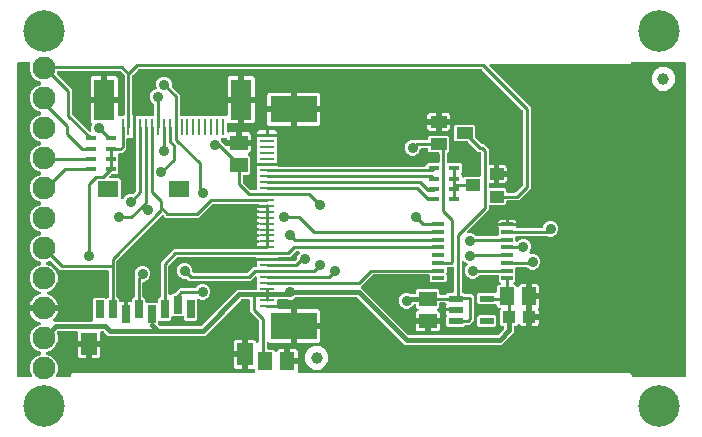
<source format=gbr>
G04 EAGLE Gerber RS-274X export*
G75*
%MOMM*%
%FSLAX34Y34*%
%LPD*%
%INTop Copper*%
%IPPOS*%
%AMOC8*
5,1,8,0,0,1.08239X$1,22.5*%
G01*
%ADD10R,1.400000X1.900000*%
%ADD11R,1.800000X1.400000*%
%ADD12R,0.700000X1.500000*%
%ADD13R,1.200000X0.550000*%
%ADD14R,1.500000X1.240000*%
%ADD15R,1.240000X1.500000*%
%ADD16C,1.000000*%
%ADD17C,3.516000*%
%ADD18R,1.200000X1.000000*%
%ADD19R,1.075000X1.000000*%
%ADD20R,0.990600X0.304800*%
%ADD21R,1.400000X1.000000*%
%ADD22R,0.250000X1.400000*%
%ADD23R,1.800000X3.500000*%
%ADD24C,1.930400*%
%ADD25R,1.250000X0.280000*%
%ADD26R,4.000000X2.300000*%
%ADD27R,0.900000X0.450000*%
%ADD28C,0.254000*%
%ADD29C,0.906400*%
%ADD30C,0.406400*%

G36*
X567808Y-1254D02*
X567808Y-1254D01*
X567927Y-1247D01*
X567965Y-1234D01*
X568006Y-1229D01*
X568116Y-1186D01*
X568229Y-1149D01*
X568264Y-1127D01*
X568301Y-1112D01*
X568397Y-1043D01*
X568498Y-979D01*
X568526Y-949D01*
X568559Y-926D01*
X568635Y-834D01*
X568716Y-747D01*
X568736Y-712D01*
X568761Y-681D01*
X568812Y-573D01*
X568870Y-469D01*
X568880Y-429D01*
X568897Y-393D01*
X568919Y-276D01*
X568949Y-161D01*
X568953Y-101D01*
X568957Y-81D01*
X568955Y-60D01*
X568959Y0D01*
X568959Y264160D01*
X568944Y264278D01*
X568937Y264397D01*
X568924Y264435D01*
X568919Y264476D01*
X568876Y264586D01*
X568839Y264699D01*
X568817Y264734D01*
X568802Y264771D01*
X568733Y264867D01*
X568669Y264968D01*
X568639Y264996D01*
X568616Y265029D01*
X568524Y265105D01*
X568437Y265186D01*
X568402Y265206D01*
X568371Y265231D01*
X568263Y265282D01*
X568159Y265340D01*
X568119Y265350D01*
X568083Y265367D01*
X567966Y265389D01*
X567851Y265419D01*
X567791Y265423D01*
X567771Y265427D01*
X567750Y265425D01*
X567690Y265429D01*
X523548Y265429D01*
X523450Y265417D01*
X523351Y265414D01*
X523293Y265397D01*
X523233Y265389D01*
X523141Y265353D01*
X523045Y265325D01*
X522993Y265295D01*
X522937Y265272D01*
X522857Y265214D01*
X522771Y265164D01*
X522696Y265098D01*
X522680Y265086D01*
X522672Y265076D01*
X522651Y265057D01*
X521752Y264159D01*
X403976Y264159D01*
X403838Y264142D01*
X403699Y264129D01*
X403680Y264122D01*
X403660Y264119D01*
X403531Y264068D01*
X403400Y264021D01*
X403383Y264010D01*
X403365Y264002D01*
X403252Y263921D01*
X403137Y263843D01*
X403124Y263827D01*
X403107Y263816D01*
X403019Y263708D01*
X402926Y263604D01*
X402917Y263586D01*
X402904Y263571D01*
X402845Y263445D01*
X402782Y263321D01*
X402777Y263301D01*
X402769Y263283D01*
X402743Y263147D01*
X402712Y263011D01*
X402713Y262990D01*
X402709Y262971D01*
X402718Y262832D01*
X402722Y262693D01*
X402728Y262673D01*
X402729Y262653D01*
X402772Y262521D01*
X402810Y262387D01*
X402821Y262370D01*
X402827Y262351D01*
X402901Y262233D01*
X402972Y262113D01*
X402990Y262092D01*
X402997Y262082D01*
X403012Y262068D01*
X403078Y261993D01*
X435336Y229734D01*
X437643Y227428D01*
X437643Y158652D01*
X427478Y148487D01*
X418082Y148487D01*
X417964Y148472D01*
X417845Y148465D01*
X417807Y148452D01*
X417766Y148447D01*
X417656Y148404D01*
X417543Y148367D01*
X417508Y148345D01*
X417471Y148330D01*
X417375Y148261D01*
X417274Y148197D01*
X417246Y148167D01*
X417213Y148144D01*
X417137Y148052D01*
X417056Y147965D01*
X417036Y147930D01*
X417011Y147899D01*
X416960Y147791D01*
X416902Y147687D01*
X416892Y147647D01*
X416875Y147611D01*
X416853Y147494D01*
X416823Y147379D01*
X416819Y147319D01*
X416815Y147299D01*
X416817Y147278D01*
X416813Y147218D01*
X416813Y145948D01*
X415622Y144757D01*
X403352Y144757D01*
X403234Y144742D01*
X403115Y144735D01*
X403077Y144722D01*
X403036Y144717D01*
X402926Y144674D01*
X402813Y144637D01*
X402778Y144615D01*
X402741Y144600D01*
X402645Y144531D01*
X402544Y144467D01*
X402516Y144437D01*
X402483Y144414D01*
X402407Y144322D01*
X402326Y144235D01*
X402306Y144200D01*
X402281Y144169D01*
X402230Y144061D01*
X402172Y143957D01*
X402162Y143917D01*
X402145Y143881D01*
X402123Y143764D01*
X402093Y143649D01*
X402089Y143589D01*
X402085Y143569D01*
X402087Y143548D01*
X402083Y143488D01*
X402083Y140872D01*
X384242Y123031D01*
X384157Y122922D01*
X384068Y122815D01*
X384060Y122796D01*
X384047Y122780D01*
X383992Y122652D01*
X383933Y122527D01*
X383929Y122507D01*
X383921Y122488D01*
X383899Y122350D01*
X383873Y122214D01*
X383874Y122194D01*
X383871Y122174D01*
X383884Y122035D01*
X383893Y121897D01*
X383899Y121878D01*
X383901Y121858D01*
X383948Y121726D01*
X383991Y121595D01*
X384002Y121577D01*
X384009Y121558D01*
X384087Y121443D01*
X384161Y121326D01*
X384176Y121312D01*
X384187Y121295D01*
X384291Y121203D01*
X384393Y121108D01*
X384410Y121098D01*
X384426Y121085D01*
X384550Y121021D01*
X384671Y120954D01*
X384691Y120949D01*
X384709Y120940D01*
X384845Y120910D01*
X384979Y120875D01*
X385007Y120873D01*
X385019Y120870D01*
X385040Y120871D01*
X385140Y120865D01*
X387386Y120865D01*
X389799Y119865D01*
X390829Y118834D01*
X390908Y118774D01*
X390980Y118706D01*
X391033Y118677D01*
X391081Y118640D01*
X391172Y118600D01*
X391258Y118552D01*
X391317Y118537D01*
X391373Y118513D01*
X391471Y118498D01*
X391566Y118473D01*
X391666Y118467D01*
X391687Y118463D01*
X391699Y118465D01*
X391727Y118463D01*
X409543Y118463D01*
X409661Y118478D01*
X409780Y118485D01*
X409818Y118498D01*
X409859Y118503D01*
X409969Y118546D01*
X410082Y118583D01*
X410117Y118605D01*
X410154Y118620D01*
X410250Y118689D01*
X410351Y118753D01*
X410379Y118783D01*
X410412Y118806D01*
X410488Y118898D01*
X410569Y118985D01*
X410589Y119020D01*
X410614Y119051D01*
X410665Y119159D01*
X410723Y119263D01*
X410733Y119303D01*
X410750Y119339D01*
X410772Y119456D01*
X410802Y119571D01*
X410806Y119631D01*
X410810Y119651D01*
X410808Y119672D01*
X410812Y119732D01*
X410812Y124226D01*
X410829Y124264D01*
X410847Y124375D01*
X410872Y124485D01*
X410871Y124532D01*
X410879Y124578D01*
X410868Y124690D01*
X410866Y124803D01*
X410853Y124848D01*
X410849Y124895D01*
X410811Y125001D01*
X410781Y125109D01*
X410749Y125174D01*
X410742Y125194D01*
X410731Y125210D01*
X410709Y125254D01*
X410477Y125655D01*
X410304Y126302D01*
X410304Y126891D01*
X417798Y126891D01*
X425292Y126891D01*
X425292Y126232D01*
X425307Y126114D01*
X425314Y125995D01*
X425327Y125957D01*
X425332Y125916D01*
X425375Y125806D01*
X425412Y125693D01*
X425434Y125658D01*
X425449Y125621D01*
X425518Y125525D01*
X425582Y125424D01*
X425612Y125396D01*
X425635Y125363D01*
X425727Y125287D01*
X425814Y125206D01*
X425849Y125186D01*
X425880Y125161D01*
X425988Y125110D01*
X426092Y125052D01*
X426132Y125042D01*
X426168Y125025D01*
X426285Y125003D01*
X426400Y124973D01*
X426460Y124969D01*
X426480Y124965D01*
X426501Y124967D01*
X426561Y124963D01*
X446915Y124963D01*
X446944Y124966D01*
X446973Y124964D01*
X447101Y124986D01*
X447230Y125003D01*
X447257Y125013D01*
X447287Y125018D01*
X447405Y125072D01*
X447526Y125120D01*
X447550Y125137D01*
X447577Y125149D01*
X447678Y125230D01*
X447783Y125306D01*
X447802Y125329D01*
X447825Y125348D01*
X447903Y125451D01*
X447986Y125551D01*
X447999Y125578D01*
X448016Y125602D01*
X448087Y125746D01*
X449095Y128179D01*
X450941Y130025D01*
X453354Y131025D01*
X455966Y131025D01*
X458379Y130025D01*
X460225Y128179D01*
X461225Y125766D01*
X461225Y123154D01*
X460225Y120741D01*
X458379Y118895D01*
X455966Y117895D01*
X453354Y117895D01*
X452472Y118261D01*
X452463Y118263D01*
X452455Y118268D01*
X452310Y118305D01*
X452165Y118345D01*
X452156Y118345D01*
X452147Y118347D01*
X451986Y118357D01*
X426053Y118357D01*
X425935Y118342D01*
X425816Y118335D01*
X425778Y118322D01*
X425737Y118317D01*
X425627Y118274D01*
X425514Y118237D01*
X425479Y118215D01*
X425442Y118200D01*
X425346Y118131D01*
X425245Y118067D01*
X425217Y118037D01*
X425184Y118014D01*
X425108Y117922D01*
X425027Y117835D01*
X425007Y117800D01*
X424982Y117769D01*
X424931Y117661D01*
X424873Y117557D01*
X424863Y117517D01*
X424846Y117481D01*
X424824Y117364D01*
X424794Y117249D01*
X424790Y117189D01*
X424786Y117169D01*
X424788Y117148D01*
X424784Y117088D01*
X424784Y114766D01*
X424801Y114627D01*
X424814Y114490D01*
X424821Y114471D01*
X424824Y114450D01*
X424875Y114321D01*
X424922Y114190D01*
X424933Y114173D01*
X424941Y114155D01*
X425022Y114042D01*
X425100Y113927D01*
X425116Y113914D01*
X425127Y113897D01*
X425235Y113809D01*
X425339Y113717D01*
X425357Y113707D01*
X425372Y113695D01*
X425498Y113635D01*
X425622Y113572D01*
X425642Y113568D01*
X425660Y113559D01*
X425797Y113533D01*
X425932Y113502D01*
X425953Y113503D01*
X425972Y113499D01*
X426111Y113508D01*
X426250Y113512D01*
X426270Y113518D01*
X426290Y113519D01*
X426422Y113562D01*
X426556Y113600D01*
X426573Y113611D01*
X426592Y113617D01*
X426710Y113691D01*
X426830Y113762D01*
X426851Y113781D01*
X426861Y113787D01*
X426875Y113802D01*
X426950Y113868D01*
X427867Y114785D01*
X430280Y115785D01*
X432892Y115785D01*
X435305Y114785D01*
X437151Y112939D01*
X438151Y110526D01*
X438151Y107914D01*
X437151Y105501D01*
X436857Y105207D01*
X436814Y105152D01*
X436764Y105103D01*
X436717Y105027D01*
X436662Y104956D01*
X436634Y104892D01*
X436598Y104832D01*
X436571Y104746D01*
X436536Y104664D01*
X436525Y104595D01*
X436504Y104528D01*
X436500Y104439D01*
X436486Y104350D01*
X436492Y104280D01*
X436489Y104211D01*
X436507Y104123D01*
X436516Y104033D01*
X436539Y103967D01*
X436553Y103899D01*
X436593Y103818D01*
X436623Y103734D01*
X436662Y103676D01*
X436693Y103613D01*
X436751Y103545D01*
X436802Y103471D01*
X436854Y103425D01*
X436900Y103371D01*
X436973Y103320D01*
X437040Y103260D01*
X437102Y103229D01*
X437160Y103188D01*
X437243Y103157D01*
X437323Y103116D01*
X437392Y103100D01*
X437457Y103076D01*
X437546Y103066D01*
X437634Y103046D01*
X437704Y103048D01*
X437773Y103040D01*
X437862Y103053D01*
X437952Y103056D01*
X438019Y103075D01*
X438087Y103085D01*
X440726Y103085D01*
X443139Y102085D01*
X444985Y100239D01*
X445985Y97826D01*
X445985Y95214D01*
X444985Y92801D01*
X443139Y90955D01*
X440726Y89955D01*
X438114Y89955D01*
X435701Y90955D01*
X434671Y91985D01*
X434592Y92046D01*
X434520Y92114D01*
X434467Y92143D01*
X434419Y92180D01*
X434328Y92220D01*
X434242Y92268D01*
X434183Y92283D01*
X434127Y92307D01*
X434029Y92322D01*
X433934Y92347D01*
X433834Y92353D01*
X433813Y92357D01*
X433801Y92355D01*
X433773Y92357D01*
X426053Y92357D01*
X425935Y92342D01*
X425816Y92335D01*
X425778Y92322D01*
X425737Y92317D01*
X425627Y92274D01*
X425514Y92237D01*
X425479Y92215D01*
X425442Y92200D01*
X425346Y92131D01*
X425245Y92067D01*
X425217Y92037D01*
X425184Y92014D01*
X425108Y91922D01*
X425027Y91835D01*
X425007Y91800D01*
X424982Y91769D01*
X424931Y91661D01*
X424873Y91557D01*
X424863Y91517D01*
X424846Y91481D01*
X424824Y91364D01*
X424794Y91249D01*
X424790Y91189D01*
X424786Y91169D01*
X424788Y91148D01*
X424784Y91088D01*
X424784Y86790D01*
X424724Y86713D01*
X424645Y86624D01*
X424627Y86588D01*
X424602Y86556D01*
X424555Y86447D01*
X424501Y86341D01*
X424492Y86301D01*
X424476Y86264D01*
X424457Y86147D01*
X424431Y86031D01*
X424432Y85990D01*
X424426Y85950D01*
X424437Y85831D01*
X424441Y85713D01*
X424452Y85674D01*
X424456Y85634D01*
X424496Y85522D01*
X424529Y85407D01*
X424550Y85372D01*
X424563Y85334D01*
X424630Y85236D01*
X424691Y85133D01*
X424731Y85088D01*
X424742Y85071D01*
X424757Y85058D01*
X424784Y85028D01*
X424784Y80294D01*
X423499Y79009D01*
X423414Y78900D01*
X423325Y78793D01*
X423317Y78774D01*
X423304Y78758D01*
X423249Y78630D01*
X423190Y78505D01*
X423186Y78485D01*
X423178Y78466D01*
X423156Y78328D01*
X423130Y78192D01*
X423131Y78172D01*
X423128Y78152D01*
X423141Y78013D01*
X423150Y77875D01*
X423156Y77856D01*
X423158Y77836D01*
X423205Y77704D01*
X423248Y77573D01*
X423259Y77555D01*
X423265Y77536D01*
X423344Y77421D01*
X423418Y77304D01*
X423433Y77290D01*
X423444Y77273D01*
X423548Y77181D01*
X423650Y77086D01*
X423667Y77076D01*
X423682Y77063D01*
X423807Y76999D01*
X423928Y76932D01*
X423948Y76927D01*
X423966Y76918D01*
X424102Y76888D01*
X424236Y76853D01*
X424253Y76852D01*
X425627Y75478D01*
X425726Y75401D01*
X425821Y75319D01*
X425851Y75304D01*
X425878Y75283D01*
X425993Y75233D01*
X426106Y75177D01*
X426139Y75170D01*
X426170Y75157D01*
X426294Y75137D01*
X426417Y75111D01*
X426451Y75112D01*
X426484Y75107D01*
X426609Y75118D01*
X426735Y75124D01*
X426767Y75133D01*
X426801Y75137D01*
X426919Y75179D01*
X427039Y75215D01*
X427068Y75233D01*
X427100Y75244D01*
X427204Y75315D01*
X427312Y75380D01*
X427335Y75404D01*
X427363Y75423D01*
X427446Y75517D01*
X427534Y75607D01*
X427561Y75647D01*
X427574Y75661D01*
X427584Y75681D01*
X427624Y75741D01*
X427987Y76370D01*
X428460Y76843D01*
X429039Y77178D01*
X429686Y77351D01*
X433681Y77351D01*
X433681Y68580D01*
X433696Y68462D01*
X433703Y68343D01*
X433716Y68305D01*
X433721Y68265D01*
X433764Y68154D01*
X433801Y68041D01*
X433823Y68006D01*
X433838Y67969D01*
X433908Y67873D01*
X433971Y67772D01*
X434001Y67744D01*
X434025Y67712D01*
X434116Y67636D01*
X434203Y67554D01*
X434238Y67535D01*
X434269Y67509D01*
X434377Y67458D01*
X434481Y67401D01*
X434521Y67390D01*
X434557Y67373D01*
X434674Y67351D01*
X434789Y67321D01*
X434850Y67317D01*
X434870Y67313D01*
X434890Y67315D01*
X434950Y67311D01*
X436221Y67311D01*
X436221Y67309D01*
X434950Y67309D01*
X434832Y67294D01*
X434713Y67287D01*
X434675Y67274D01*
X434635Y67269D01*
X434524Y67225D01*
X434411Y67189D01*
X434376Y67167D01*
X434339Y67152D01*
X434243Y67082D01*
X434142Y67019D01*
X434114Y66989D01*
X434081Y66965D01*
X434006Y66874D01*
X433924Y66787D01*
X433904Y66752D01*
X433879Y66720D01*
X433828Y66613D01*
X433770Y66509D01*
X433760Y66469D01*
X433743Y66433D01*
X433721Y66316D01*
X433691Y66201D01*
X433687Y66140D01*
X433683Y66120D01*
X433685Y66100D01*
X433683Y66082D01*
X433683Y66081D01*
X433681Y66040D01*
X433681Y58340D01*
X433696Y58222D01*
X433703Y58103D01*
X433716Y58065D01*
X433721Y58024D01*
X433764Y57914D01*
X433801Y57801D01*
X433823Y57766D01*
X433838Y57729D01*
X433908Y57633D01*
X433971Y57532D01*
X433991Y57514D01*
X433991Y50760D01*
X434006Y50642D01*
X434013Y50523D01*
X434025Y50485D01*
X434031Y50445D01*
X434074Y50334D01*
X434111Y50221D01*
X434133Y50187D01*
X434148Y50149D01*
X434217Y50053D01*
X434281Y49952D01*
X434311Y49924D01*
X434334Y49892D01*
X434426Y49816D01*
X434513Y49734D01*
X434548Y49715D01*
X434579Y49689D01*
X434687Y49638D01*
X434791Y49581D01*
X434831Y49571D01*
X434867Y49553D01*
X434974Y49533D01*
X434944Y49529D01*
X434834Y49485D01*
X434721Y49449D01*
X434686Y49427D01*
X434649Y49412D01*
X434552Y49342D01*
X434452Y49279D01*
X434424Y49249D01*
X434391Y49225D01*
X434315Y49134D01*
X434234Y49047D01*
X434214Y49012D01*
X434189Y48980D01*
X434138Y48873D01*
X434080Y48768D01*
X434070Y48729D01*
X434053Y48693D01*
X434031Y48576D01*
X434001Y48460D01*
X433997Y48400D01*
X433993Y48380D01*
X433995Y48360D01*
X433991Y48300D01*
X433991Y41989D01*
X430781Y41989D01*
X430134Y42162D01*
X429555Y42497D01*
X429082Y42970D01*
X428847Y43377D01*
X428771Y43477D01*
X428700Y43582D01*
X428675Y43604D01*
X428654Y43631D01*
X428556Y43709D01*
X428462Y43792D01*
X428432Y43807D01*
X428405Y43828D01*
X428290Y43879D01*
X428178Y43937D01*
X428146Y43944D01*
X428115Y43958D01*
X427991Y43979D01*
X427868Y44006D01*
X427834Y44005D01*
X427801Y44011D01*
X427676Y44000D01*
X427550Y43997D01*
X427518Y43987D01*
X427484Y43984D01*
X427366Y43943D01*
X427245Y43908D01*
X427216Y43891D01*
X427184Y43880D01*
X427079Y43810D01*
X426971Y43747D01*
X426934Y43714D01*
X426919Y43704D01*
X426904Y43688D01*
X426850Y43640D01*
X425707Y42497D01*
X424824Y42497D01*
X424706Y42482D01*
X424587Y42475D01*
X424549Y42462D01*
X424508Y42457D01*
X424398Y42414D01*
X424285Y42377D01*
X424250Y42355D01*
X424213Y42340D01*
X424117Y42271D01*
X424016Y42207D01*
X423988Y42177D01*
X423955Y42154D01*
X423879Y42062D01*
X423798Y41975D01*
X423778Y41940D01*
X423753Y41909D01*
X423702Y41801D01*
X423644Y41697D01*
X423634Y41657D01*
X423617Y41621D01*
X423595Y41504D01*
X423565Y41389D01*
X423561Y41329D01*
X423557Y41309D01*
X423559Y41288D01*
X423555Y41228D01*
X423555Y36806D01*
X413164Y26415D01*
X331056Y26415D01*
X290892Y66580D01*
X290814Y66640D01*
X290742Y66708D01*
X290689Y66737D01*
X290641Y66774D01*
X290550Y66814D01*
X290463Y66862D01*
X290405Y66877D01*
X290349Y66901D01*
X290251Y66916D01*
X290155Y66941D01*
X290055Y66947D01*
X290035Y66951D01*
X290023Y66949D01*
X289995Y66951D01*
X239425Y66951D01*
X239327Y66939D01*
X239228Y66936D01*
X239170Y66919D01*
X239109Y66911D01*
X239017Y66875D01*
X238922Y66847D01*
X238870Y66817D01*
X238814Y66794D01*
X238734Y66736D01*
X238648Y66686D01*
X238573Y66620D01*
X238556Y66608D01*
X238549Y66598D01*
X238527Y66580D01*
X237399Y65451D01*
X234986Y64451D01*
X232374Y64451D01*
X231801Y64689D01*
X231792Y64691D01*
X231784Y64696D01*
X231639Y64733D01*
X231494Y64773D01*
X231485Y64773D01*
X231476Y64775D01*
X231315Y64785D01*
X224062Y64785D01*
X223944Y64770D01*
X223825Y64763D01*
X223787Y64750D01*
X223746Y64745D01*
X223636Y64702D01*
X223523Y64665D01*
X223488Y64643D01*
X223451Y64628D01*
X223355Y64559D01*
X223254Y64495D01*
X223226Y64465D01*
X223193Y64442D01*
X223117Y64350D01*
X223036Y64263D01*
X223016Y64228D01*
X222991Y64197D01*
X222940Y64089D01*
X222882Y63985D01*
X222872Y63945D01*
X222855Y63909D01*
X222833Y63792D01*
X222803Y63677D01*
X222799Y63617D01*
X222795Y63597D01*
X222797Y63576D01*
X222793Y63516D01*
X222793Y62151D01*
X222804Y62059D01*
X222806Y61967D01*
X222824Y61902D01*
X222833Y61835D01*
X222867Y61749D01*
X222891Y61660D01*
X222943Y61555D01*
X222950Y61540D01*
X222955Y61533D01*
X222963Y61516D01*
X223128Y61231D01*
X223301Y60584D01*
X223301Y60119D01*
X214510Y60119D01*
X214392Y60104D01*
X214273Y60097D01*
X214235Y60085D01*
X214195Y60080D01*
X214084Y60036D01*
X213971Y59999D01*
X213937Y59977D01*
X213899Y59963D01*
X213803Y59893D01*
X213702Y59829D01*
X213674Y59799D01*
X213642Y59776D01*
X213566Y59684D01*
X213484Y59597D01*
X213465Y59562D01*
X213439Y59531D01*
X213388Y59423D01*
X213331Y59319D01*
X213321Y59280D01*
X213303Y59243D01*
X213281Y59126D01*
X213251Y59011D01*
X213247Y58951D01*
X213244Y58931D01*
X213244Y58930D01*
X213245Y58910D01*
X213241Y58850D01*
X213256Y58732D01*
X213263Y58613D01*
X213276Y58574D01*
X213281Y58534D01*
X213325Y58424D01*
X213361Y58310D01*
X213383Y58276D01*
X213398Y58239D01*
X213468Y58142D01*
X213532Y58042D01*
X213561Y58014D01*
X213585Y57981D01*
X213677Y57905D01*
X213763Y57824D01*
X213799Y57804D01*
X213830Y57778D01*
X213937Y57728D01*
X214042Y57670D01*
X214081Y57660D01*
X214117Y57643D01*
X214234Y57621D01*
X214350Y57591D01*
X214410Y57587D01*
X214430Y57583D01*
X214450Y57584D01*
X214510Y57581D01*
X223301Y57581D01*
X223301Y57460D01*
X223316Y57342D01*
X223323Y57223D01*
X223336Y57185D01*
X223341Y57144D01*
X223384Y57034D01*
X223421Y56921D01*
X223443Y56886D01*
X223458Y56849D01*
X223527Y56753D01*
X223591Y56652D01*
X223621Y56624D01*
X223644Y56591D01*
X223736Y56515D01*
X223823Y56434D01*
X223858Y56414D01*
X223889Y56389D01*
X223997Y56338D01*
X224101Y56280D01*
X224141Y56270D01*
X224177Y56253D01*
X224294Y56231D01*
X224409Y56201D01*
X224469Y56197D01*
X224489Y56193D01*
X224510Y56195D01*
X224570Y56191D01*
X234531Y56191D01*
X234531Y43420D01*
X234546Y43302D01*
X234553Y43183D01*
X234566Y43145D01*
X234571Y43105D01*
X234614Y42994D01*
X234651Y42881D01*
X234673Y42846D01*
X234688Y42809D01*
X234758Y42713D01*
X234821Y42612D01*
X234851Y42584D01*
X234875Y42552D01*
X234966Y42476D01*
X235053Y42394D01*
X235088Y42375D01*
X235119Y42349D01*
X235227Y42298D01*
X235331Y42241D01*
X235371Y42230D01*
X235407Y42213D01*
X235524Y42191D01*
X235639Y42161D01*
X235700Y42157D01*
X235720Y42153D01*
X235740Y42155D01*
X235800Y42151D01*
X237071Y42151D01*
X237071Y42149D01*
X235800Y42149D01*
X235682Y42134D01*
X235563Y42127D01*
X235525Y42114D01*
X235485Y42109D01*
X235374Y42065D01*
X235261Y42029D01*
X235226Y42007D01*
X235189Y41992D01*
X235093Y41922D01*
X234992Y41859D01*
X234964Y41829D01*
X234931Y41805D01*
X234856Y41714D01*
X234774Y41627D01*
X234754Y41592D01*
X234729Y41560D01*
X234678Y41453D01*
X234620Y41349D01*
X234610Y41309D01*
X234593Y41273D01*
X234571Y41156D01*
X234541Y41041D01*
X234537Y40980D01*
X234533Y40960D01*
X234535Y40940D01*
X234531Y40880D01*
X234531Y28109D01*
X216736Y28109D01*
X216089Y28282D01*
X216027Y28319D01*
X215905Y28370D01*
X215785Y28426D01*
X215758Y28431D01*
X215734Y28442D01*
X215602Y28461D01*
X215472Y28486D01*
X215446Y28484D01*
X215419Y28488D01*
X215287Y28475D01*
X215155Y28466D01*
X215130Y28458D01*
X215103Y28455D01*
X214979Y28409D01*
X214853Y28368D01*
X214830Y28354D01*
X214805Y28345D01*
X214696Y28269D01*
X214584Y28198D01*
X214565Y28179D01*
X214543Y28163D01*
X214457Y28063D01*
X214366Y27967D01*
X214353Y27943D01*
X214335Y27923D01*
X214276Y27804D01*
X214212Y27688D01*
X214206Y27662D01*
X214194Y27638D01*
X214166Y27508D01*
X214133Y27380D01*
X214131Y27342D01*
X214127Y27327D01*
X214128Y27305D01*
X214123Y27219D01*
X214123Y23502D01*
X214138Y23384D01*
X214145Y23265D01*
X214158Y23227D01*
X214163Y23186D01*
X214206Y23076D01*
X214243Y22963D01*
X214265Y22928D01*
X214280Y22891D01*
X214349Y22795D01*
X214413Y22694D01*
X214443Y22666D01*
X214466Y22633D01*
X214558Y22557D01*
X214645Y22476D01*
X214680Y22456D01*
X214711Y22431D01*
X214819Y22380D01*
X214923Y22322D01*
X214963Y22312D01*
X214999Y22295D01*
X215116Y22273D01*
X215231Y22243D01*
X215291Y22239D01*
X215311Y22235D01*
X215332Y22237D01*
X215392Y22233D01*
X219792Y22233D01*
X221157Y20868D01*
X221256Y20791D01*
X221351Y20709D01*
X221381Y20694D01*
X221408Y20673D01*
X221523Y20623D01*
X221636Y20567D01*
X221669Y20560D01*
X221700Y20547D01*
X221824Y20527D01*
X221947Y20501D01*
X221981Y20502D01*
X222014Y20497D01*
X222139Y20508D01*
X222265Y20514D01*
X222297Y20523D01*
X222331Y20527D01*
X222449Y20569D01*
X222569Y20605D01*
X222598Y20623D01*
X222630Y20634D01*
X222734Y20705D01*
X222842Y20770D01*
X222865Y20794D01*
X222893Y20813D01*
X222976Y20907D01*
X223064Y20997D01*
X223091Y21037D01*
X223104Y21051D01*
X223114Y21071D01*
X223154Y21131D01*
X223517Y21760D01*
X223990Y22233D01*
X224569Y22568D01*
X225216Y22741D01*
X229211Y22741D01*
X229211Y13970D01*
X229226Y13852D01*
X229233Y13733D01*
X229246Y13695D01*
X229251Y13655D01*
X229294Y13544D01*
X229331Y13431D01*
X229353Y13396D01*
X229368Y13359D01*
X229438Y13263D01*
X229501Y13162D01*
X229531Y13134D01*
X229555Y13102D01*
X229646Y13026D01*
X229733Y12944D01*
X229768Y12925D01*
X229799Y12899D01*
X229907Y12848D01*
X230011Y12791D01*
X230051Y12780D01*
X230087Y12763D01*
X230204Y12741D01*
X230319Y12711D01*
X230380Y12707D01*
X230400Y12703D01*
X230420Y12705D01*
X230480Y12701D01*
X231751Y12701D01*
X231751Y11430D01*
X231766Y11312D01*
X231773Y11193D01*
X231786Y11155D01*
X231791Y11115D01*
X231835Y11004D01*
X231871Y10891D01*
X231893Y10856D01*
X231908Y10819D01*
X231978Y10723D01*
X232041Y10622D01*
X232071Y10594D01*
X232095Y10561D01*
X232186Y10486D01*
X232273Y10404D01*
X232308Y10384D01*
X232340Y10359D01*
X232447Y10308D01*
X232551Y10250D01*
X232591Y10240D01*
X232627Y10223D01*
X232744Y10201D01*
X232859Y10171D01*
X232920Y10167D01*
X232940Y10163D01*
X232960Y10165D01*
X233020Y10161D01*
X240491Y10161D01*
X240491Y4866D01*
X240296Y4139D01*
X240279Y4014D01*
X240255Y3890D01*
X240257Y3857D01*
X240253Y3823D01*
X240267Y3698D01*
X240275Y3573D01*
X240285Y3541D01*
X240289Y3508D01*
X240334Y3390D01*
X240373Y3271D01*
X240391Y3242D01*
X240403Y3211D01*
X240476Y3108D01*
X240543Y3002D01*
X240568Y2979D01*
X240587Y2951D01*
X240683Y2870D01*
X240775Y2784D01*
X240804Y2768D01*
X240830Y2746D01*
X240943Y2691D01*
X241053Y2630D01*
X241086Y2622D01*
X241116Y2607D01*
X241240Y2582D01*
X241361Y2551D01*
X241410Y2548D01*
X241428Y2544D01*
X241450Y2545D01*
X241522Y2541D01*
X521752Y2541D01*
X523241Y1052D01*
X523241Y0D01*
X523256Y-118D01*
X523263Y-237D01*
X523276Y-275D01*
X523281Y-316D01*
X523324Y-426D01*
X523361Y-539D01*
X523383Y-574D01*
X523398Y-611D01*
X523467Y-707D01*
X523531Y-808D01*
X523561Y-836D01*
X523584Y-869D01*
X523676Y-945D01*
X523763Y-1026D01*
X523798Y-1046D01*
X523829Y-1071D01*
X523937Y-1122D01*
X524041Y-1180D01*
X524081Y-1190D01*
X524117Y-1207D01*
X524234Y-1229D01*
X524349Y-1259D01*
X524409Y-1263D01*
X524429Y-1267D01*
X524450Y-1265D01*
X524510Y-1269D01*
X567690Y-1269D01*
X567808Y-1254D01*
G37*
G36*
X92139Y149475D02*
X92139Y149475D01*
X92229Y149480D01*
X92295Y149502D01*
X92364Y149514D01*
X92446Y149551D01*
X92531Y149579D01*
X92590Y149616D01*
X92654Y149645D01*
X92724Y149701D01*
X92800Y149749D01*
X92848Y149800D01*
X92902Y149843D01*
X92956Y149915D01*
X93018Y149980D01*
X93052Y150042D01*
X93094Y150097D01*
X93165Y150242D01*
X93495Y151039D01*
X95341Y152885D01*
X97754Y153885D01*
X100428Y153885D01*
X100526Y153897D01*
X100625Y153900D01*
X100684Y153917D01*
X100744Y153925D01*
X100836Y153961D01*
X100931Y153989D01*
X100983Y154019D01*
X101039Y154042D01*
X101119Y154100D01*
X101205Y154150D01*
X101280Y154216D01*
X101297Y154228D01*
X101305Y154238D01*
X101326Y154256D01*
X103446Y156376D01*
X103506Y156455D01*
X103574Y156527D01*
X103603Y156580D01*
X103640Y156628D01*
X103680Y156719D01*
X103728Y156805D01*
X103743Y156864D01*
X103767Y156919D01*
X103782Y157017D01*
X103807Y157113D01*
X103813Y157213D01*
X103817Y157234D01*
X103815Y157246D01*
X103817Y157274D01*
X103817Y199900D01*
X103802Y200018D01*
X103795Y200137D01*
X103782Y200175D01*
X103777Y200216D01*
X103734Y200326D01*
X103697Y200439D01*
X103675Y200474D01*
X103660Y200511D01*
X103591Y200607D01*
X103527Y200708D01*
X103497Y200736D01*
X103474Y200769D01*
X103389Y200838D01*
X103389Y210710D01*
X103389Y220251D01*
X103704Y220251D01*
X104351Y220078D01*
X104636Y219913D01*
X104721Y219877D01*
X104802Y219832D01*
X104867Y219816D01*
X104929Y219790D01*
X105021Y219776D01*
X105110Y219753D01*
X105227Y219746D01*
X105244Y219743D01*
X105252Y219744D01*
X105271Y219743D01*
X117548Y219743D01*
X117666Y219758D01*
X117785Y219765D01*
X117823Y219778D01*
X117864Y219783D01*
X117974Y219826D01*
X118087Y219863D01*
X118122Y219885D01*
X118159Y219900D01*
X118255Y219969D01*
X118356Y220033D01*
X118384Y220063D01*
X118417Y220086D01*
X118493Y220178D01*
X118574Y220265D01*
X118594Y220300D01*
X118619Y220331D01*
X118670Y220439D01*
X118728Y220543D01*
X118738Y220583D01*
X118755Y220619D01*
X118777Y220736D01*
X118807Y220851D01*
X118811Y220911D01*
X118815Y220931D01*
X118813Y220952D01*
X118817Y221012D01*
X118817Y229552D01*
X118814Y229581D01*
X118816Y229611D01*
X118794Y229739D01*
X118777Y229867D01*
X118766Y229895D01*
X118761Y229924D01*
X118708Y230042D01*
X118660Y230163D01*
X118643Y230187D01*
X118631Y230214D01*
X118550Y230315D01*
X118474Y230420D01*
X118451Y230439D01*
X118432Y230462D01*
X118329Y230540D01*
X118255Y230601D01*
X116355Y232501D01*
X115355Y234914D01*
X115355Y237526D01*
X116355Y239939D01*
X118201Y241785D01*
X120371Y242684D01*
X120475Y242743D01*
X120582Y242795D01*
X120612Y242822D01*
X120647Y242842D01*
X120733Y242925D01*
X120824Y243002D01*
X120847Y243035D01*
X120876Y243063D01*
X120938Y243165D01*
X121007Y243262D01*
X121021Y243300D01*
X121042Y243334D01*
X121077Y243448D01*
X121119Y243559D01*
X121124Y243599D01*
X121136Y243638D01*
X121141Y243757D01*
X121155Y243875D01*
X121149Y243915D01*
X121151Y243956D01*
X121127Y244072D01*
X121110Y244190D01*
X121091Y244247D01*
X121087Y244267D01*
X121078Y244285D01*
X121058Y244342D01*
X120661Y245300D01*
X120661Y247912D01*
X121661Y250325D01*
X123507Y252171D01*
X125920Y253171D01*
X128532Y253171D01*
X130945Y252171D01*
X132791Y250325D01*
X133791Y247912D01*
X133791Y245238D01*
X133803Y245140D01*
X133806Y245041D01*
X133823Y244982D01*
X133831Y244922D01*
X133867Y244830D01*
X133895Y244735D01*
X133925Y244683D01*
X133948Y244627D01*
X134006Y244547D01*
X134056Y244461D01*
X134123Y244386D01*
X134135Y244369D01*
X134144Y244362D01*
X134163Y244340D01*
X140423Y238080D01*
X140423Y221012D01*
X140438Y220894D01*
X140445Y220775D01*
X140458Y220737D01*
X140463Y220696D01*
X140506Y220586D01*
X140543Y220473D01*
X140565Y220438D01*
X140580Y220401D01*
X140649Y220305D01*
X140713Y220204D01*
X140743Y220176D01*
X140766Y220143D01*
X140858Y220067D01*
X140945Y219986D01*
X140980Y219966D01*
X141011Y219941D01*
X141119Y219890D01*
X141223Y219832D01*
X141263Y219822D01*
X141299Y219805D01*
X141416Y219783D01*
X141531Y219753D01*
X141591Y219749D01*
X141611Y219745D01*
X141632Y219747D01*
X141692Y219743D01*
X179396Y219743D01*
X179417Y219733D01*
X179437Y219729D01*
X179456Y219721D01*
X179594Y219699D01*
X179730Y219673D01*
X179750Y219674D01*
X179770Y219671D01*
X179909Y219684D01*
X180047Y219693D01*
X180066Y219699D01*
X180086Y219701D01*
X180218Y219748D01*
X180349Y219791D01*
X180367Y219802D01*
X180386Y219808D01*
X180501Y219887D01*
X180618Y219961D01*
X180632Y219976D01*
X180649Y219987D01*
X180741Y220091D01*
X180836Y220193D01*
X180846Y220210D01*
X180859Y220226D01*
X180923Y220349D01*
X180990Y220471D01*
X180995Y220491D01*
X181004Y220509D01*
X181034Y220645D01*
X181069Y220779D01*
X181071Y220807D01*
X181074Y220819D01*
X181073Y220839D01*
X181079Y220940D01*
X181079Y231231D01*
X190081Y231231D01*
X190081Y213729D01*
X183286Y213729D01*
X182639Y213902D01*
X182307Y214095D01*
X182184Y214146D01*
X182065Y214202D01*
X182038Y214207D01*
X182013Y214218D01*
X181882Y214237D01*
X181752Y214262D01*
X181726Y214260D01*
X181699Y214264D01*
X181567Y214250D01*
X181435Y214242D01*
X181409Y214234D01*
X181383Y214231D01*
X181258Y214185D01*
X181133Y214144D01*
X181110Y214130D01*
X181084Y214120D01*
X180976Y214045D01*
X180864Y213974D01*
X180845Y213954D01*
X180823Y213939D01*
X180737Y213839D01*
X180646Y213742D01*
X180633Y213719D01*
X180615Y213698D01*
X180556Y213580D01*
X180492Y213464D01*
X180486Y213438D01*
X180474Y213414D01*
X180446Y213284D01*
X180413Y213156D01*
X180411Y213118D01*
X180407Y213103D01*
X180408Y213081D01*
X180403Y212995D01*
X180403Y207249D01*
X180419Y207124D01*
X180428Y206998D01*
X180438Y206967D01*
X180443Y206933D01*
X180489Y206816D01*
X180529Y206697D01*
X180547Y206669D01*
X180560Y206637D01*
X180633Y206536D01*
X180702Y206430D01*
X180727Y206407D01*
X180746Y206380D01*
X180843Y206300D01*
X180936Y206215D01*
X180965Y206199D01*
X180991Y206177D01*
X181105Y206124D01*
X181216Y206064D01*
X181249Y206056D01*
X181279Y206042D01*
X181402Y206018D01*
X181525Y205988D01*
X181558Y205988D01*
X181591Y205982D01*
X181717Y205990D01*
X181843Y205991D01*
X181891Y206000D01*
X181909Y206002D01*
X181929Y206008D01*
X182001Y206023D01*
X182666Y206201D01*
X187961Y206201D01*
X187961Y199999D01*
X180459Y199999D01*
X180459Y200408D01*
X180444Y200526D01*
X180437Y200645D01*
X180424Y200683D01*
X180419Y200724D01*
X180376Y200834D01*
X180339Y200947D01*
X180317Y200982D01*
X180302Y201019D01*
X180232Y201116D01*
X180169Y201216D01*
X180139Y201244D01*
X180116Y201277D01*
X180024Y201353D01*
X179937Y201434D01*
X179902Y201454D01*
X179871Y201479D01*
X179763Y201530D01*
X179659Y201588D01*
X179619Y201598D01*
X179583Y201615D01*
X179466Y201637D01*
X179351Y201667D01*
X179291Y201671D01*
X179271Y201675D01*
X179250Y201673D01*
X179190Y201677D01*
X176431Y201677D01*
X176293Y201660D01*
X176154Y201647D01*
X176135Y201640D01*
X176115Y201637D01*
X175986Y201586D01*
X175855Y201539D01*
X175838Y201528D01*
X175820Y201520D01*
X175707Y201439D01*
X175592Y201361D01*
X175579Y201345D01*
X175562Y201334D01*
X175474Y201226D01*
X175382Y201122D01*
X175372Y201104D01*
X175360Y201089D01*
X175300Y200963D01*
X175237Y200839D01*
X175233Y200819D01*
X175224Y200801D01*
X175198Y200665D01*
X175167Y200529D01*
X175168Y200508D01*
X175164Y200489D01*
X175173Y200350D01*
X175177Y200211D01*
X175183Y200191D01*
X175184Y200171D01*
X175227Y200039D01*
X175265Y199905D01*
X175276Y199888D01*
X175282Y199869D01*
X175356Y199751D01*
X175427Y199631D01*
X175446Y199610D01*
X175452Y199600D01*
X175467Y199586D01*
X175533Y199510D01*
X175745Y199299D01*
X176648Y197119D01*
X176653Y197111D01*
X176655Y197102D01*
X176731Y196974D01*
X176805Y196843D01*
X176812Y196836D01*
X176817Y196829D01*
X176923Y196708D01*
X178338Y195293D01*
X178417Y195232D01*
X178489Y195164D01*
X178542Y195135D01*
X178590Y195098D01*
X178680Y195058D01*
X178767Y195010D01*
X178826Y194995D01*
X178881Y194971D01*
X178979Y194956D01*
X179075Y194931D01*
X179175Y194925D01*
X179195Y194921D01*
X179208Y194923D01*
X179236Y194921D01*
X189230Y194921D01*
X189348Y194936D01*
X189467Y194943D01*
X189505Y194956D01*
X189545Y194961D01*
X189656Y195004D01*
X189769Y195041D01*
X189804Y195063D01*
X189841Y195078D01*
X189937Y195148D01*
X190038Y195211D01*
X190066Y195241D01*
X190098Y195265D01*
X190174Y195356D01*
X190256Y195443D01*
X190275Y195478D01*
X190301Y195509D01*
X190352Y195617D01*
X190409Y195721D01*
X190420Y195761D01*
X190437Y195797D01*
X190459Y195914D01*
X190489Y196029D01*
X190493Y196090D01*
X190497Y196110D01*
X190495Y196130D01*
X190499Y196190D01*
X190499Y197461D01*
X190501Y197461D01*
X190501Y196190D01*
X190516Y196072D01*
X190523Y195953D01*
X190536Y195915D01*
X190541Y195875D01*
X190585Y195764D01*
X190621Y195651D01*
X190643Y195616D01*
X190658Y195579D01*
X190728Y195483D01*
X190791Y195382D01*
X190821Y195354D01*
X190845Y195321D01*
X190936Y195246D01*
X191023Y195164D01*
X191058Y195144D01*
X191090Y195119D01*
X191197Y195068D01*
X191301Y195010D01*
X191341Y195000D01*
X191377Y194983D01*
X191494Y194961D01*
X191609Y194931D01*
X191670Y194927D01*
X191690Y194923D01*
X191710Y194925D01*
X191770Y194921D01*
X200541Y194921D01*
X200541Y190926D01*
X200368Y190279D01*
X200033Y189700D01*
X199560Y189227D01*
X198931Y188864D01*
X198831Y188788D01*
X198727Y188717D01*
X198704Y188692D01*
X198677Y188671D01*
X198599Y188573D01*
X198516Y188479D01*
X198501Y188449D01*
X198480Y188422D01*
X198429Y188307D01*
X198371Y188195D01*
X198364Y188162D01*
X198350Y188132D01*
X198329Y188007D01*
X198302Y187885D01*
X198303Y187851D01*
X198297Y187818D01*
X198308Y187693D01*
X198311Y187567D01*
X198321Y187535D01*
X198324Y187501D01*
X198365Y187382D01*
X198400Y187262D01*
X198417Y187233D01*
X198428Y187201D01*
X198498Y187096D01*
X198561Y186988D01*
X198594Y186951D01*
X198604Y186936D01*
X198620Y186921D01*
X198668Y186867D01*
X200033Y185502D01*
X200033Y171418D01*
X198842Y170227D01*
X195072Y170227D01*
X194954Y170212D01*
X194835Y170205D01*
X194797Y170192D01*
X194756Y170187D01*
X194646Y170144D01*
X194533Y170107D01*
X194498Y170085D01*
X194461Y170070D01*
X194365Y170001D01*
X194264Y169937D01*
X194236Y169907D01*
X194203Y169884D01*
X194127Y169792D01*
X194046Y169705D01*
X194026Y169670D01*
X194001Y169639D01*
X193950Y169531D01*
X193892Y169427D01*
X193882Y169387D01*
X193865Y169351D01*
X193843Y169234D01*
X193813Y169119D01*
X193809Y169059D01*
X193805Y169039D01*
X193807Y169018D01*
X193803Y168958D01*
X193803Y164454D01*
X193815Y164356D01*
X193818Y164257D01*
X193835Y164198D01*
X193843Y164138D01*
X193879Y164046D01*
X193907Y163951D01*
X193937Y163899D01*
X193960Y163843D01*
X194018Y163763D01*
X194068Y163677D01*
X194134Y163602D01*
X194146Y163585D01*
X194156Y163577D01*
X194174Y163556D01*
X200206Y157524D01*
X200285Y157464D01*
X200357Y157396D01*
X200410Y157367D01*
X200458Y157330D01*
X200549Y157290D01*
X200635Y157242D01*
X200694Y157227D01*
X200749Y157203D01*
X200847Y157188D01*
X200943Y157163D01*
X201043Y157157D01*
X201064Y157153D01*
X201076Y157155D01*
X201104Y157153D01*
X204958Y157153D01*
X205076Y157168D01*
X205195Y157175D01*
X205233Y157188D01*
X205274Y157193D01*
X205384Y157236D01*
X205497Y157273D01*
X205532Y157295D01*
X205569Y157310D01*
X205665Y157379D01*
X205766Y157443D01*
X205794Y157473D01*
X205827Y157496D01*
X205903Y157588D01*
X205984Y157675D01*
X206004Y157710D01*
X206029Y157741D01*
X206080Y157849D01*
X206138Y157953D01*
X206148Y157993D01*
X206165Y158029D01*
X206187Y158146D01*
X206217Y158261D01*
X206221Y158321D01*
X206225Y158341D01*
X206223Y158362D01*
X206227Y158422D01*
X206227Y175549D01*
X206216Y175641D01*
X206214Y175733D01*
X206196Y175798D01*
X206187Y175865D01*
X206153Y175951D01*
X206129Y176040D01*
X206077Y176145D01*
X206070Y176160D01*
X206065Y176167D01*
X206057Y176184D01*
X205892Y176469D01*
X205719Y177116D01*
X205719Y177581D01*
X214510Y177581D01*
X223625Y177581D01*
X223644Y177553D01*
X223736Y177477D01*
X223823Y177396D01*
X223858Y177376D01*
X223889Y177351D01*
X223997Y177300D01*
X224101Y177242D01*
X224141Y177232D01*
X224177Y177215D01*
X224294Y177193D01*
X224409Y177163D01*
X224469Y177159D01*
X224489Y177155D01*
X224510Y177157D01*
X224570Y177153D01*
X348188Y177153D01*
X348306Y177168D01*
X348425Y177175D01*
X348463Y177188D01*
X348504Y177193D01*
X348614Y177236D01*
X348727Y177273D01*
X348762Y177295D01*
X348799Y177310D01*
X348895Y177379D01*
X348996Y177443D01*
X349024Y177473D01*
X349057Y177496D01*
X349133Y177588D01*
X349214Y177675D01*
X349234Y177710D01*
X349259Y177741D01*
X349310Y177849D01*
X349368Y177953D01*
X349378Y177993D01*
X349395Y178029D01*
X349417Y178146D01*
X349447Y178261D01*
X349451Y178321D01*
X349455Y178341D01*
X349453Y178362D01*
X349457Y178422D01*
X349457Y178652D01*
X350648Y179843D01*
X359220Y179843D01*
X359338Y179858D01*
X359457Y179865D01*
X359495Y179878D01*
X359536Y179883D01*
X359646Y179926D01*
X359759Y179963D01*
X359794Y179985D01*
X359831Y180000D01*
X359927Y180069D01*
X360028Y180133D01*
X360056Y180163D01*
X360089Y180186D01*
X360165Y180278D01*
X360246Y180365D01*
X360266Y180400D01*
X360291Y180431D01*
X360342Y180539D01*
X360400Y180643D01*
X360410Y180683D01*
X360427Y180719D01*
X360449Y180836D01*
X360479Y180951D01*
X360483Y181011D01*
X360487Y181031D01*
X360485Y181052D01*
X360489Y181112D01*
X360489Y187938D01*
X360474Y188056D01*
X360467Y188175D01*
X360454Y188213D01*
X360449Y188254D01*
X360406Y188364D01*
X360369Y188477D01*
X360347Y188512D01*
X360332Y188549D01*
X360263Y188645D01*
X360199Y188746D01*
X360169Y188774D01*
X360146Y188807D01*
X360054Y188883D01*
X359967Y188964D01*
X359932Y188984D01*
X359901Y189009D01*
X359793Y189060D01*
X359689Y189118D01*
X359649Y189128D01*
X359613Y189145D01*
X359496Y189167D01*
X359381Y189197D01*
X359321Y189201D01*
X359301Y189205D01*
X359280Y189203D01*
X359220Y189207D01*
X351998Y189207D01*
X350807Y190398D01*
X350807Y191668D01*
X350792Y191786D01*
X350785Y191905D01*
X350772Y191943D01*
X350767Y191984D01*
X350724Y192094D01*
X350687Y192207D01*
X350665Y192242D01*
X350650Y192279D01*
X350581Y192375D01*
X350517Y192476D01*
X350487Y192504D01*
X350464Y192537D01*
X350372Y192613D01*
X350285Y192694D01*
X350250Y192714D01*
X350219Y192739D01*
X350111Y192790D01*
X350007Y192848D01*
X349967Y192858D01*
X349931Y192875D01*
X349814Y192897D01*
X349699Y192927D01*
X349639Y192931D01*
X349619Y192935D01*
X349598Y192933D01*
X349538Y192937D01*
X345654Y192937D01*
X345536Y192922D01*
X345417Y192915D01*
X345379Y192902D01*
X345338Y192897D01*
X345228Y192854D01*
X345115Y192817D01*
X345080Y192795D01*
X345043Y192780D01*
X344947Y192711D01*
X344846Y192647D01*
X344818Y192617D01*
X344785Y192594D01*
X344709Y192502D01*
X344628Y192415D01*
X344608Y192380D01*
X344583Y192349D01*
X344532Y192241D01*
X344474Y192137D01*
X344464Y192097D01*
X344447Y192061D01*
X344425Y191944D01*
X344395Y191829D01*
X344391Y191769D01*
X344387Y191749D01*
X344388Y191741D01*
X343385Y189321D01*
X341539Y187475D01*
X339126Y186475D01*
X336514Y186475D01*
X334101Y187475D01*
X332255Y189321D01*
X331255Y191734D01*
X331255Y194346D01*
X332255Y196759D01*
X334101Y198605D01*
X336514Y199605D01*
X339167Y199605D01*
X339204Y199595D01*
X339349Y199555D01*
X339358Y199555D01*
X339367Y199553D01*
X339528Y199543D01*
X349538Y199543D01*
X349656Y199558D01*
X349775Y199565D01*
X349813Y199578D01*
X349854Y199583D01*
X349964Y199626D01*
X350077Y199663D01*
X350112Y199685D01*
X350149Y199700D01*
X350245Y199769D01*
X350346Y199833D01*
X350374Y199863D01*
X350407Y199886D01*
X350483Y199978D01*
X350564Y200065D01*
X350584Y200100D01*
X350609Y200131D01*
X350660Y200239D01*
X350718Y200343D01*
X350728Y200383D01*
X350745Y200419D01*
X350767Y200536D01*
X350797Y200651D01*
X350801Y200711D01*
X350805Y200731D01*
X350803Y200752D01*
X350807Y200812D01*
X350807Y202082D01*
X351998Y203273D01*
X367682Y203273D01*
X368873Y202082D01*
X368873Y190398D01*
X367466Y188992D01*
X367406Y188914D01*
X367338Y188841D01*
X367309Y188788D01*
X367272Y188741D01*
X367232Y188650D01*
X367184Y188563D01*
X367169Y188504D01*
X367145Y188449D01*
X367130Y188351D01*
X367105Y188255D01*
X367099Y188155D01*
X367095Y188135D01*
X367097Y188122D01*
X367095Y188094D01*
X367095Y181112D01*
X367110Y180994D01*
X367117Y180875D01*
X367130Y180837D01*
X367135Y180796D01*
X367178Y180686D01*
X367215Y180573D01*
X367237Y180538D01*
X367252Y180501D01*
X367321Y180405D01*
X367385Y180304D01*
X367415Y180276D01*
X367438Y180243D01*
X367530Y180167D01*
X367617Y180086D01*
X367652Y180066D01*
X367683Y180041D01*
X367791Y179990D01*
X367895Y179932D01*
X367935Y179922D01*
X367971Y179905D01*
X368088Y179883D01*
X368203Y179853D01*
X368263Y179849D01*
X368283Y179845D01*
X368304Y179847D01*
X368364Y179843D01*
X378332Y179843D01*
X379523Y178652D01*
X379523Y172468D01*
X379012Y171958D01*
X378939Y171864D01*
X378860Y171774D01*
X378842Y171738D01*
X378817Y171706D01*
X378770Y171597D01*
X378716Y171491D01*
X378707Y171452D01*
X378691Y171414D01*
X378672Y171297D01*
X378646Y171181D01*
X378647Y171140D01*
X378641Y171100D01*
X378652Y170982D01*
X378656Y170863D01*
X378667Y170824D01*
X378671Y170784D01*
X378711Y170672D01*
X378744Y170557D01*
X378765Y170522D01*
X378778Y170484D01*
X378845Y170386D01*
X378906Y170283D01*
X378946Y170238D01*
X378957Y170221D01*
X378972Y170208D01*
X379012Y170163D01*
X379523Y169652D01*
X379523Y168972D01*
X379540Y168834D01*
X379553Y168695D01*
X379560Y168676D01*
X379563Y168656D01*
X379614Y168527D01*
X379661Y168396D01*
X379672Y168379D01*
X379680Y168360D01*
X379761Y168248D01*
X379839Y168133D01*
X379855Y168120D01*
X379866Y168103D01*
X379974Y168014D01*
X380078Y167922D01*
X380096Y167913D01*
X380111Y167900D01*
X380237Y167841D01*
X380361Y167778D01*
X380381Y167773D01*
X380399Y167765D01*
X380536Y167739D01*
X380671Y167708D01*
X380692Y167709D01*
X380711Y167705D01*
X380850Y167714D01*
X380989Y167718D01*
X381009Y167723D01*
X381029Y167725D01*
X381161Y167768D01*
X381295Y167806D01*
X381312Y167817D01*
X381331Y167823D01*
X381449Y167897D01*
X381569Y167968D01*
X381590Y167986D01*
X381600Y167993D01*
X381614Y168008D01*
X381690Y168074D01*
X381938Y168323D01*
X394208Y168323D01*
X394326Y168338D01*
X394445Y168345D01*
X394483Y168358D01*
X394524Y168363D01*
X394634Y168406D01*
X394747Y168443D01*
X394782Y168465D01*
X394819Y168480D01*
X394915Y168549D01*
X395016Y168613D01*
X395044Y168643D01*
X395077Y168666D01*
X395153Y168758D01*
X395234Y168845D01*
X395254Y168880D01*
X395279Y168911D01*
X395330Y169019D01*
X395388Y169123D01*
X395398Y169163D01*
X395415Y169199D01*
X395437Y169316D01*
X395467Y169431D01*
X395471Y169491D01*
X395475Y169511D01*
X395473Y169532D01*
X395477Y169592D01*
X395477Y188468D01*
X395462Y188586D01*
X395455Y188705D01*
X395442Y188743D01*
X395437Y188784D01*
X395394Y188894D01*
X395357Y189007D01*
X395335Y189042D01*
X395320Y189079D01*
X395251Y189175D01*
X395187Y189276D01*
X395157Y189304D01*
X395134Y189337D01*
X395042Y189413D01*
X394955Y189494D01*
X394920Y189514D01*
X394889Y189539D01*
X394781Y189590D01*
X394677Y189648D01*
X394637Y189658D01*
X394601Y189675D01*
X394484Y189697D01*
X394369Y189727D01*
X394309Y189731D01*
X394289Y189735D01*
X394268Y189733D01*
X394208Y189737D01*
X393172Y189737D01*
X384574Y198336D01*
X384495Y198396D01*
X384423Y198464D01*
X384370Y198493D01*
X384322Y198530D01*
X384231Y198570D01*
X384145Y198618D01*
X384086Y198633D01*
X384031Y198657D01*
X383933Y198672D01*
X383837Y198697D01*
X383737Y198703D01*
X383716Y198707D01*
X383704Y198705D01*
X383676Y198707D01*
X373998Y198707D01*
X372807Y199898D01*
X372807Y211582D01*
X373998Y212773D01*
X389682Y212773D01*
X390873Y211582D01*
X390873Y201904D01*
X390885Y201806D01*
X390888Y201707D01*
X390905Y201648D01*
X390913Y201588D01*
X390949Y201496D01*
X390977Y201401D01*
X391007Y201349D01*
X391030Y201293D01*
X391088Y201213D01*
X391138Y201127D01*
X391204Y201052D01*
X391216Y201035D01*
X391226Y201027D01*
X391244Y201006D01*
X395536Y196714D01*
X395615Y196654D01*
X395687Y196586D01*
X395740Y196557D01*
X395788Y196520D01*
X395879Y196480D01*
X395965Y196432D01*
X396024Y196417D01*
X396079Y196393D01*
X396177Y196378D01*
X396273Y196353D01*
X396373Y196347D01*
X396394Y196343D01*
X396406Y196345D01*
X396434Y196343D01*
X397608Y196343D01*
X402083Y191868D01*
X402083Y179600D01*
X402098Y179482D01*
X402105Y179363D01*
X402118Y179325D01*
X402123Y179284D01*
X402166Y179174D01*
X402203Y179061D01*
X402225Y179026D01*
X402240Y178989D01*
X402309Y178893D01*
X402373Y178792D01*
X402403Y178764D01*
X402426Y178731D01*
X402518Y178655D01*
X402605Y178574D01*
X402640Y178554D01*
X402671Y178529D01*
X402779Y178478D01*
X402883Y178420D01*
X402923Y178410D01*
X402959Y178393D01*
X403076Y178371D01*
X403191Y178341D01*
X403251Y178337D01*
X403271Y178333D01*
X403292Y178335D01*
X403352Y178331D01*
X406281Y178331D01*
X406281Y172020D01*
X406296Y171902D01*
X406303Y171783D01*
X406315Y171745D01*
X406321Y171705D01*
X406364Y171594D01*
X406401Y171481D01*
X406423Y171447D01*
X406438Y171409D01*
X406507Y171313D01*
X406571Y171212D01*
X406601Y171184D01*
X406624Y171152D01*
X406716Y171076D01*
X406803Y170994D01*
X406838Y170975D01*
X406869Y170949D01*
X406977Y170898D01*
X407081Y170841D01*
X407121Y170831D01*
X407157Y170813D01*
X407264Y170793D01*
X407234Y170789D01*
X407124Y170745D01*
X407011Y170709D01*
X406976Y170687D01*
X406939Y170672D01*
X406842Y170602D01*
X406742Y170539D01*
X406714Y170509D01*
X406681Y170485D01*
X406605Y170394D01*
X406524Y170307D01*
X406504Y170272D01*
X406479Y170240D01*
X406428Y170133D01*
X406370Y170028D01*
X406360Y169989D01*
X406343Y169953D01*
X406321Y169836D01*
X406291Y169720D01*
X406287Y169660D01*
X406283Y169640D01*
X406285Y169620D01*
X406281Y169560D01*
X406281Y163249D01*
X403352Y163249D01*
X403234Y163234D01*
X403115Y163227D01*
X403077Y163214D01*
X403036Y163209D01*
X402926Y163166D01*
X402813Y163129D01*
X402778Y163107D01*
X402741Y163092D01*
X402645Y163023D01*
X402544Y162959D01*
X402516Y162929D01*
X402483Y162906D01*
X402407Y162814D01*
X402326Y162727D01*
X402306Y162692D01*
X402281Y162661D01*
X402230Y162553D01*
X402172Y162449D01*
X402162Y162409D01*
X402145Y162373D01*
X402123Y162256D01*
X402093Y162141D01*
X402089Y162081D01*
X402085Y162061D01*
X402087Y162040D01*
X402083Y161980D01*
X402083Y160092D01*
X402098Y159974D01*
X402105Y159855D01*
X402118Y159817D01*
X402123Y159776D01*
X402166Y159666D01*
X402203Y159553D01*
X402225Y159518D01*
X402240Y159481D01*
X402309Y159385D01*
X402373Y159284D01*
X402403Y159256D01*
X402426Y159223D01*
X402518Y159147D01*
X402605Y159066D01*
X402640Y159046D01*
X402671Y159021D01*
X402779Y158970D01*
X402883Y158912D01*
X402923Y158902D01*
X402959Y158885D01*
X403076Y158863D01*
X403191Y158833D01*
X403251Y158829D01*
X403271Y158825D01*
X403292Y158827D01*
X403352Y158823D01*
X415622Y158823D01*
X416813Y157632D01*
X416813Y156362D01*
X416828Y156244D01*
X416835Y156125D01*
X416848Y156087D01*
X416853Y156046D01*
X416896Y155936D01*
X416933Y155823D01*
X416955Y155788D01*
X416970Y155751D01*
X417039Y155655D01*
X417103Y155554D01*
X417133Y155526D01*
X417156Y155493D01*
X417248Y155417D01*
X417335Y155336D01*
X417370Y155316D01*
X417401Y155291D01*
X417509Y155240D01*
X417613Y155182D01*
X417653Y155172D01*
X417689Y155155D01*
X417806Y155133D01*
X417921Y155103D01*
X417981Y155099D01*
X418001Y155095D01*
X418022Y155097D01*
X418082Y155093D01*
X424216Y155093D01*
X424314Y155105D01*
X424413Y155108D01*
X424472Y155125D01*
X424532Y155133D01*
X424624Y155169D01*
X424719Y155197D01*
X424771Y155227D01*
X424827Y155250D01*
X424907Y155308D01*
X424993Y155358D01*
X425068Y155424D01*
X425085Y155436D01*
X425093Y155446D01*
X425114Y155464D01*
X430666Y161016D01*
X430726Y161095D01*
X430794Y161167D01*
X430823Y161220D01*
X430860Y161268D01*
X430900Y161359D01*
X430948Y161445D01*
X430963Y161504D01*
X430987Y161559D01*
X431002Y161657D01*
X431027Y161753D01*
X431033Y161853D01*
X431037Y161874D01*
X431035Y161886D01*
X431037Y161914D01*
X431037Y224166D01*
X431025Y224264D01*
X431022Y224363D01*
X431005Y224422D01*
X430997Y224482D01*
X430961Y224574D01*
X430933Y224669D01*
X430903Y224721D01*
X430880Y224777D01*
X430822Y224857D01*
X430772Y224943D01*
X430706Y225018D01*
X430694Y225035D01*
X430684Y225043D01*
X430666Y225064D01*
X396514Y259216D01*
X396435Y259276D01*
X396363Y259344D01*
X396310Y259373D01*
X396262Y259410D01*
X396171Y259450D01*
X396085Y259498D01*
X396026Y259513D01*
X395971Y259537D01*
X395873Y259552D01*
X395777Y259577D01*
X395677Y259583D01*
X395657Y259587D01*
X395644Y259585D01*
X395616Y259587D01*
X105964Y259587D01*
X105866Y259575D01*
X105767Y259572D01*
X105708Y259555D01*
X105648Y259547D01*
X105556Y259511D01*
X105461Y259483D01*
X105409Y259453D01*
X105353Y259430D01*
X105272Y259372D01*
X105187Y259322D01*
X105112Y259256D01*
X105095Y259244D01*
X105087Y259234D01*
X105066Y259216D01*
X100794Y254944D01*
X100734Y254865D01*
X100666Y254793D01*
X100637Y254740D01*
X100600Y254692D01*
X100560Y254601D01*
X100512Y254515D01*
X100497Y254456D01*
X100473Y254401D01*
X100458Y254303D01*
X100433Y254207D01*
X100427Y254107D01*
X100423Y254086D01*
X100425Y254074D01*
X100423Y254046D01*
X100423Y221520D01*
X100438Y221402D01*
X100445Y221283D01*
X100458Y221245D01*
X100463Y221204D01*
X100506Y221094D01*
X100543Y220981D01*
X100565Y220946D01*
X100580Y220909D01*
X100649Y220813D01*
X100713Y220712D01*
X100743Y220684D01*
X100766Y220651D01*
X100851Y220582D01*
X100851Y210710D01*
X100851Y201169D01*
X100536Y201169D01*
X99889Y201342D01*
X99604Y201507D01*
X99519Y201543D01*
X99438Y201588D01*
X99373Y201604D01*
X99311Y201630D01*
X99219Y201644D01*
X99130Y201667D01*
X99013Y201674D01*
X98996Y201677D01*
X98988Y201676D01*
X98969Y201677D01*
X96692Y201677D01*
X96574Y201662D01*
X96455Y201655D01*
X96417Y201642D01*
X96376Y201637D01*
X96266Y201594D01*
X96153Y201557D01*
X96118Y201535D01*
X96081Y201520D01*
X95985Y201451D01*
X95884Y201387D01*
X95856Y201357D01*
X95823Y201334D01*
X95747Y201242D01*
X95666Y201155D01*
X95646Y201120D01*
X95621Y201089D01*
X95570Y200981D01*
X95512Y200877D01*
X95502Y200837D01*
X95485Y200801D01*
X95463Y200684D01*
X95433Y200569D01*
X95429Y200509D01*
X95425Y200489D01*
X95427Y200468D01*
X95423Y200408D01*
X95423Y192352D01*
X91728Y188657D01*
X89962Y188657D01*
X89844Y188642D01*
X89725Y188635D01*
X89687Y188622D01*
X89646Y188617D01*
X89536Y188574D01*
X89423Y188537D01*
X89388Y188515D01*
X89351Y188500D01*
X89255Y188431D01*
X89154Y188367D01*
X89126Y188337D01*
X89093Y188314D01*
X89017Y188222D01*
X88936Y188135D01*
X88916Y188100D01*
X88891Y188069D01*
X88840Y187961D01*
X88782Y187857D01*
X88772Y187817D01*
X88755Y187781D01*
X88733Y187664D01*
X88703Y187549D01*
X88699Y187489D01*
X88695Y187469D01*
X88697Y187448D01*
X88693Y187388D01*
X88693Y180868D01*
X88182Y180358D01*
X88109Y180264D01*
X88030Y180174D01*
X88012Y180138D01*
X87987Y180106D01*
X87940Y179997D01*
X87886Y179891D01*
X87877Y179852D01*
X87861Y179814D01*
X87842Y179697D01*
X87816Y179581D01*
X87817Y179540D01*
X87811Y179500D01*
X87822Y179382D01*
X87826Y179263D01*
X87837Y179224D01*
X87841Y179184D01*
X87881Y179072D01*
X87914Y178957D01*
X87935Y178922D01*
X87948Y178884D01*
X88015Y178786D01*
X88076Y178683D01*
X88116Y178638D01*
X88127Y178621D01*
X88142Y178608D01*
X88182Y178563D01*
X88693Y178052D01*
X88693Y171868D01*
X87502Y170677D01*
X83074Y170677D01*
X82976Y170665D01*
X82877Y170662D01*
X82818Y170645D01*
X82758Y170637D01*
X82666Y170601D01*
X82571Y170573D01*
X82519Y170543D01*
X82463Y170520D01*
X82383Y170462D01*
X82297Y170412D01*
X82222Y170346D01*
X82205Y170334D01*
X82197Y170324D01*
X82176Y170306D01*
X81230Y169359D01*
X81145Y169250D01*
X81056Y169143D01*
X81048Y169124D01*
X81035Y169108D01*
X80980Y168980D01*
X80921Y168855D01*
X80917Y168835D01*
X80909Y168816D01*
X80887Y168678D01*
X80861Y168542D01*
X80862Y168522D01*
X80859Y168502D01*
X80872Y168363D01*
X80881Y168225D01*
X80887Y168206D01*
X80889Y168186D01*
X80936Y168054D01*
X80979Y167923D01*
X80990Y167905D01*
X80997Y167886D01*
X81075Y167771D01*
X81149Y167654D01*
X81164Y167640D01*
X81175Y167623D01*
X81279Y167531D01*
X81381Y167436D01*
X81398Y167426D01*
X81414Y167413D01*
X81537Y167350D01*
X81659Y167282D01*
X81679Y167277D01*
X81697Y167268D01*
X81833Y167238D01*
X81967Y167203D01*
X81995Y167201D01*
X82007Y167198D01*
X82028Y167199D01*
X82128Y167193D01*
X89532Y167193D01*
X90723Y166002D01*
X90723Y150727D01*
X90731Y150658D01*
X90730Y150588D01*
X90751Y150501D01*
X90763Y150412D01*
X90788Y150347D01*
X90805Y150279D01*
X90847Y150200D01*
X90880Y150116D01*
X90921Y150060D01*
X90953Y149998D01*
X91014Y149932D01*
X91066Y149859D01*
X91120Y149814D01*
X91167Y149763D01*
X91242Y149713D01*
X91311Y149656D01*
X91375Y149626D01*
X91433Y149588D01*
X91518Y149559D01*
X91599Y149521D01*
X91668Y149507D01*
X91734Y149485D01*
X91823Y149478D01*
X91911Y149461D01*
X91981Y149465D01*
X92051Y149460D01*
X92139Y149475D01*
G37*
G36*
X47108Y-1254D02*
X47108Y-1254D01*
X47227Y-1247D01*
X47265Y-1234D01*
X47306Y-1229D01*
X47416Y-1186D01*
X47529Y-1149D01*
X47564Y-1127D01*
X47601Y-1112D01*
X47697Y-1043D01*
X47798Y-979D01*
X47826Y-949D01*
X47859Y-926D01*
X47935Y-834D01*
X48016Y-747D01*
X48036Y-712D01*
X48061Y-681D01*
X48112Y-573D01*
X48170Y-469D01*
X48180Y-429D01*
X48197Y-393D01*
X48219Y-276D01*
X48249Y-161D01*
X48253Y-101D01*
X48257Y-81D01*
X48255Y-60D01*
X48259Y0D01*
X48259Y1052D01*
X49748Y2541D01*
X203270Y2541D01*
X203409Y2558D01*
X203548Y2571D01*
X203566Y2578D01*
X203586Y2581D01*
X203716Y2632D01*
X203847Y2679D01*
X203863Y2690D01*
X203882Y2698D01*
X203994Y2779D01*
X204110Y2858D01*
X204123Y2873D01*
X204139Y2884D01*
X204228Y2992D01*
X204320Y3097D01*
X204329Y3114D01*
X204342Y3129D01*
X204401Y3255D01*
X204464Y3380D01*
X204469Y3399D01*
X204477Y3417D01*
X204503Y3554D01*
X204534Y3690D01*
X204533Y3710D01*
X204537Y3729D01*
X204528Y3868D01*
X204524Y4008D01*
X204518Y4027D01*
X204517Y4047D01*
X204517Y4865D01*
X204502Y4990D01*
X204492Y5115D01*
X204482Y5147D01*
X204477Y5181D01*
X204431Y5298D01*
X204391Y5417D01*
X204373Y5445D01*
X204360Y5476D01*
X204287Y5578D01*
X204218Y5684D01*
X204193Y5706D01*
X204174Y5734D01*
X204077Y5814D01*
X203984Y5899D01*
X203954Y5915D01*
X203929Y5937D01*
X203815Y5990D01*
X203704Y6050D01*
X203671Y6058D01*
X203641Y6072D01*
X203518Y6096D01*
X203395Y6126D01*
X203362Y6126D01*
X203329Y6132D01*
X203203Y6124D01*
X203077Y6123D01*
X203059Y6119D01*
X198229Y6119D01*
X198229Y16890D01*
X198214Y17008D01*
X198207Y17127D01*
X198194Y17165D01*
X198189Y17205D01*
X198145Y17316D01*
X198109Y17429D01*
X198087Y17464D01*
X198072Y17501D01*
X198002Y17597D01*
X197939Y17698D01*
X197909Y17726D01*
X197885Y17758D01*
X197794Y17834D01*
X197707Y17916D01*
X197672Y17935D01*
X197640Y17961D01*
X197533Y18012D01*
X197429Y18069D01*
X197389Y18080D01*
X197353Y18097D01*
X197236Y18119D01*
X197121Y18149D01*
X197060Y18153D01*
X197040Y18157D01*
X197020Y18155D01*
X196960Y18159D01*
X195689Y18159D01*
X195689Y18161D01*
X196960Y18161D01*
X197078Y18176D01*
X197197Y18183D01*
X197235Y18196D01*
X197275Y18201D01*
X197386Y18245D01*
X197499Y18281D01*
X197534Y18303D01*
X197571Y18318D01*
X197667Y18388D01*
X197768Y18451D01*
X197796Y18481D01*
X197828Y18505D01*
X197904Y18596D01*
X197986Y18683D01*
X198005Y18718D01*
X198031Y18750D01*
X198082Y18857D01*
X198139Y18961D01*
X198150Y19001D01*
X198167Y19037D01*
X198189Y19154D01*
X198219Y19269D01*
X198223Y19330D01*
X198227Y19350D01*
X198225Y19370D01*
X198229Y19430D01*
X198229Y30201D01*
X203024Y30201D01*
X203671Y30028D01*
X204250Y29693D01*
X204723Y29220D01*
X205117Y28538D01*
X205136Y28491D01*
X205139Y28486D01*
X205142Y28480D01*
X205233Y28357D01*
X205322Y28233D01*
X205327Y28229D01*
X205331Y28224D01*
X205450Y28128D01*
X205567Y28030D01*
X205573Y28028D01*
X205578Y28024D01*
X205717Y27960D01*
X205855Y27895D01*
X205861Y27894D01*
X205867Y27891D01*
X206018Y27864D01*
X206168Y27835D01*
X206174Y27835D01*
X206180Y27834D01*
X206333Y27845D01*
X206485Y27855D01*
X206491Y27857D01*
X206497Y27857D01*
X206641Y27906D01*
X206787Y27953D01*
X206793Y27956D01*
X206798Y27958D01*
X206926Y28041D01*
X207056Y28123D01*
X207060Y28128D01*
X207065Y28131D01*
X207169Y28243D01*
X207274Y28355D01*
X207277Y28360D01*
X207281Y28364D01*
X207354Y28499D01*
X207428Y28633D01*
X207429Y28639D01*
X207432Y28644D01*
X207469Y28793D01*
X207507Y28941D01*
X207508Y28949D01*
X207509Y28953D01*
X207508Y28963D01*
X207517Y29102D01*
X207517Y46366D01*
X207505Y46464D01*
X207502Y46563D01*
X207485Y46622D01*
X207477Y46682D01*
X207441Y46774D01*
X207413Y46869D01*
X207383Y46921D01*
X207360Y46977D01*
X207302Y47057D01*
X207252Y47143D01*
X207186Y47218D01*
X207174Y47235D01*
X207164Y47243D01*
X207146Y47264D01*
X199897Y54512D01*
X199897Y63516D01*
X199882Y63634D01*
X199875Y63753D01*
X199862Y63791D01*
X199857Y63832D01*
X199814Y63942D01*
X199777Y64055D01*
X199755Y64090D01*
X199740Y64127D01*
X199671Y64223D01*
X199607Y64324D01*
X199577Y64352D01*
X199554Y64385D01*
X199462Y64461D01*
X199375Y64542D01*
X199340Y64562D01*
X199309Y64587D01*
X199201Y64638D01*
X199097Y64696D01*
X199057Y64706D01*
X199021Y64723D01*
X198904Y64745D01*
X198789Y64775D01*
X198729Y64779D01*
X198709Y64783D01*
X198688Y64781D01*
X198628Y64785D01*
X192979Y64785D01*
X192881Y64773D01*
X192782Y64770D01*
X192724Y64753D01*
X192664Y64745D01*
X192572Y64709D01*
X192477Y64681D01*
X192425Y64651D01*
X192368Y64628D01*
X192288Y64570D01*
X192203Y64520D01*
X192127Y64454D01*
X192111Y64442D01*
X192103Y64432D01*
X192082Y64414D01*
X161704Y34035D01*
X79596Y34035D01*
X76158Y37474D01*
X76080Y37534D01*
X76008Y37602D01*
X75955Y37631D01*
X75907Y37668D01*
X75816Y37708D01*
X75729Y37756D01*
X75671Y37771D01*
X75615Y37795D01*
X75517Y37810D01*
X75421Y37835D01*
X75321Y37841D01*
X75301Y37845D01*
X75289Y37843D01*
X75261Y37845D01*
X74500Y37845D01*
X74382Y37830D01*
X74263Y37823D01*
X74225Y37810D01*
X74184Y37805D01*
X74074Y37762D01*
X73961Y37725D01*
X73926Y37703D01*
X73889Y37688D01*
X73793Y37619D01*
X73692Y37555D01*
X73664Y37525D01*
X73631Y37502D01*
X73555Y37410D01*
X73474Y37323D01*
X73454Y37288D01*
X73429Y37257D01*
X73378Y37149D01*
X73320Y37045D01*
X73310Y37005D01*
X73293Y36969D01*
X73271Y36852D01*
X73241Y36737D01*
X73237Y36677D01*
X73233Y36657D01*
X73235Y36636D01*
X73231Y36576D01*
X73231Y29699D01*
X64960Y29699D01*
X64842Y29684D01*
X64723Y29677D01*
X64685Y29664D01*
X64645Y29659D01*
X64534Y29615D01*
X64421Y29579D01*
X64386Y29557D01*
X64349Y29542D01*
X64253Y29472D01*
X64152Y29409D01*
X64124Y29379D01*
X64092Y29355D01*
X64016Y29264D01*
X63934Y29177D01*
X63915Y29142D01*
X63889Y29110D01*
X63838Y29003D01*
X63781Y28899D01*
X63770Y28859D01*
X63753Y28823D01*
X63731Y28706D01*
X63701Y28591D01*
X63697Y28530D01*
X63693Y28510D01*
X63695Y28490D01*
X63691Y28430D01*
X63691Y27159D01*
X63689Y27159D01*
X63689Y28430D01*
X63674Y28548D01*
X63667Y28667D01*
X63654Y28705D01*
X63649Y28745D01*
X63605Y28856D01*
X63569Y28969D01*
X63547Y29004D01*
X63532Y29041D01*
X63462Y29137D01*
X63399Y29238D01*
X63369Y29266D01*
X63345Y29298D01*
X63254Y29374D01*
X63167Y29456D01*
X63132Y29475D01*
X63100Y29501D01*
X62993Y29552D01*
X62889Y29609D01*
X62849Y29620D01*
X62813Y29637D01*
X62696Y29659D01*
X62581Y29689D01*
X62520Y29693D01*
X62500Y29697D01*
X62480Y29695D01*
X62420Y29699D01*
X54149Y29699D01*
X54149Y36576D01*
X54134Y36694D01*
X54127Y36813D01*
X54114Y36851D01*
X54109Y36892D01*
X54066Y37002D01*
X54029Y37115D01*
X54007Y37150D01*
X53992Y37187D01*
X53923Y37283D01*
X53859Y37384D01*
X53829Y37412D01*
X53806Y37445D01*
X53714Y37521D01*
X53627Y37602D01*
X53592Y37622D01*
X53561Y37647D01*
X53453Y37698D01*
X53349Y37756D01*
X53309Y37766D01*
X53273Y37783D01*
X53156Y37805D01*
X53041Y37835D01*
X52981Y37839D01*
X52961Y37843D01*
X52940Y37841D01*
X52880Y37845D01*
X37769Y37845D01*
X37671Y37833D01*
X37572Y37830D01*
X37514Y37813D01*
X37454Y37805D01*
X37362Y37769D01*
X37267Y37741D01*
X37215Y37711D01*
X37158Y37688D01*
X37078Y37630D01*
X36993Y37580D01*
X36917Y37514D01*
X36901Y37502D01*
X36893Y37492D01*
X36872Y37474D01*
X36627Y37228D01*
X36608Y37205D01*
X36586Y37186D01*
X36511Y37079D01*
X36432Y36977D01*
X36420Y36950D01*
X36403Y36926D01*
X36357Y36804D01*
X36305Y36685D01*
X36301Y36656D01*
X36290Y36628D01*
X36276Y36499D01*
X36255Y36371D01*
X36258Y36342D01*
X36255Y36312D01*
X36273Y36183D01*
X36285Y36054D01*
X36295Y36026D01*
X36299Y35997D01*
X36351Y35845D01*
X37085Y34074D01*
X37085Y29426D01*
X35306Y25131D01*
X32019Y21844D01*
X28104Y20223D01*
X27983Y20154D01*
X27860Y20089D01*
X27845Y20075D01*
X27828Y20065D01*
X27728Y19968D01*
X27625Y19875D01*
X27614Y19858D01*
X27599Y19844D01*
X27527Y19725D01*
X27450Y19609D01*
X27444Y19590D01*
X27433Y19573D01*
X27392Y19440D01*
X27347Y19308D01*
X27346Y19288D01*
X27340Y19269D01*
X27333Y19130D01*
X27322Y18991D01*
X27325Y18971D01*
X27324Y18951D01*
X27353Y18815D01*
X27376Y18678D01*
X27385Y18659D01*
X27389Y18640D01*
X27450Y18514D01*
X27507Y18388D01*
X27520Y18372D01*
X27528Y18354D01*
X27619Y18248D01*
X27706Y18140D01*
X27722Y18127D01*
X27735Y18112D01*
X27849Y18032D01*
X27853Y18028D01*
X27870Y18013D01*
X27885Y18004D01*
X27960Y17948D01*
X27985Y17936D01*
X27995Y17929D01*
X28014Y17922D01*
X28104Y17877D01*
X32019Y16256D01*
X35306Y12969D01*
X37085Y8674D01*
X37085Y4026D01*
X35618Y486D01*
X35605Y438D01*
X35584Y393D01*
X35563Y285D01*
X35534Y179D01*
X35534Y129D01*
X35524Y81D01*
X35531Y-29D01*
X35529Y-139D01*
X35541Y-187D01*
X35544Y-237D01*
X35578Y-341D01*
X35604Y-448D01*
X35627Y-492D01*
X35642Y-539D01*
X35701Y-632D01*
X35752Y-729D01*
X35786Y-766D01*
X35812Y-808D01*
X35892Y-883D01*
X35966Y-965D01*
X36008Y-992D01*
X36044Y-1026D01*
X36140Y-1079D01*
X36232Y-1139D01*
X36279Y-1156D01*
X36322Y-1180D01*
X36429Y-1207D01*
X36533Y-1243D01*
X36582Y-1247D01*
X36630Y-1259D01*
X36791Y-1269D01*
X46990Y-1269D01*
X47108Y-1254D01*
G37*
G36*
X14058Y-1263D02*
X14058Y-1263D01*
X14108Y-1265D01*
X14215Y-1243D01*
X14325Y-1229D01*
X14371Y-1211D01*
X14419Y-1201D01*
X14518Y-1153D01*
X14620Y-1112D01*
X14660Y-1083D01*
X14705Y-1061D01*
X14789Y-990D01*
X14878Y-926D01*
X14909Y-887D01*
X14947Y-855D01*
X15010Y-765D01*
X15080Y-681D01*
X15102Y-636D01*
X15130Y-595D01*
X15169Y-492D01*
X15216Y-393D01*
X15225Y-344D01*
X15243Y-298D01*
X15255Y-188D01*
X15276Y-81D01*
X15273Y-31D01*
X15278Y18D01*
X15263Y127D01*
X15256Y237D01*
X15241Y284D01*
X15234Y333D01*
X15182Y486D01*
X13715Y4026D01*
X13715Y8674D01*
X15494Y12969D01*
X18781Y16256D01*
X22696Y17877D01*
X22754Y17910D01*
X22794Y17926D01*
X22835Y17956D01*
X22940Y18011D01*
X22954Y18025D01*
X22972Y18035D01*
X23072Y18132D01*
X23175Y18225D01*
X23186Y18242D01*
X23201Y18256D01*
X23273Y18374D01*
X23350Y18491D01*
X23356Y18510D01*
X23367Y18527D01*
X23408Y18660D01*
X23453Y18792D01*
X23454Y18812D01*
X23460Y18831D01*
X23467Y18970D01*
X23478Y19109D01*
X23475Y19129D01*
X23476Y19149D01*
X23447Y19285D01*
X23424Y19422D01*
X23415Y19440D01*
X23411Y19460D01*
X23350Y19586D01*
X23293Y19712D01*
X23280Y19728D01*
X23272Y19746D01*
X23181Y19852D01*
X23094Y19960D01*
X23078Y19973D01*
X23065Y19988D01*
X22951Y20068D01*
X22840Y20152D01*
X22815Y20164D01*
X22805Y20171D01*
X22786Y20178D01*
X22696Y20223D01*
X18781Y21844D01*
X15494Y25131D01*
X13715Y29426D01*
X13715Y34074D01*
X15494Y38369D01*
X18781Y41656D01*
X22130Y43043D01*
X22156Y43058D01*
X22184Y43067D01*
X22294Y43136D01*
X22406Y43200D01*
X22428Y43221D01*
X22453Y43237D01*
X22542Y43332D01*
X22635Y43422D01*
X22650Y43447D01*
X22671Y43469D01*
X22733Y43583D01*
X22801Y43693D01*
X22810Y43721D01*
X22824Y43748D01*
X22856Y43873D01*
X22894Y43997D01*
X22896Y44027D01*
X22903Y44056D01*
X22903Y44185D01*
X22910Y44314D01*
X22904Y44344D01*
X22904Y44374D01*
X22872Y44499D01*
X22845Y44626D01*
X22832Y44653D01*
X22825Y44682D01*
X22763Y44795D01*
X22706Y44912D01*
X22686Y44934D01*
X22672Y44961D01*
X22583Y45055D01*
X22499Y45154D01*
X22475Y45171D01*
X22454Y45193D01*
X22345Y45262D01*
X22239Y45337D01*
X22211Y45347D01*
X22186Y45363D01*
X22036Y45423D01*
X20720Y45851D01*
X19010Y46722D01*
X17457Y47850D01*
X16100Y49207D01*
X14972Y50760D01*
X14101Y52470D01*
X13507Y54295D01*
X13451Y54651D01*
X24170Y54651D01*
X24288Y54666D01*
X24407Y54673D01*
X24445Y54685D01*
X24485Y54691D01*
X24596Y54734D01*
X24709Y54771D01*
X24743Y54793D01*
X24781Y54808D01*
X24877Y54877D01*
X24978Y54941D01*
X25006Y54971D01*
X25038Y54994D01*
X25114Y55086D01*
X25196Y55173D01*
X25215Y55208D01*
X25241Y55239D01*
X25292Y55347D01*
X25349Y55451D01*
X25359Y55491D01*
X25377Y55527D01*
X25397Y55634D01*
X25401Y55604D01*
X25445Y55494D01*
X25481Y55381D01*
X25503Y55346D01*
X25518Y55309D01*
X25588Y55212D01*
X25651Y55112D01*
X25681Y55084D01*
X25705Y55051D01*
X25796Y54975D01*
X25883Y54894D01*
X25918Y54874D01*
X25950Y54849D01*
X26057Y54798D01*
X26162Y54740D01*
X26201Y54730D01*
X26237Y54713D01*
X26354Y54691D01*
X26470Y54661D01*
X26530Y54657D01*
X26550Y54653D01*
X26570Y54655D01*
X26630Y54651D01*
X37349Y54651D01*
X37293Y54295D01*
X36699Y52470D01*
X35828Y50760D01*
X34700Y49207D01*
X33635Y48141D01*
X33550Y48032D01*
X33461Y47925D01*
X33452Y47906D01*
X33440Y47890D01*
X33384Y47763D01*
X33325Y47637D01*
X33321Y47617D01*
X33313Y47598D01*
X33291Y47460D01*
X33265Y47324D01*
X33267Y47304D01*
X33263Y47284D01*
X33277Y47145D01*
X33285Y47007D01*
X33291Y46988D01*
X33293Y46968D01*
X33340Y46836D01*
X33383Y46705D01*
X33394Y46687D01*
X33401Y46668D01*
X33479Y46553D01*
X33553Y46436D01*
X33568Y46422D01*
X33579Y46405D01*
X33683Y46313D01*
X33785Y46218D01*
X33803Y46208D01*
X33818Y46195D01*
X33942Y46132D01*
X34063Y46064D01*
X34083Y46059D01*
X34101Y46050D01*
X34237Y46020D01*
X34371Y45985D01*
X34399Y45983D01*
X34411Y45980D01*
X34432Y45981D01*
X34532Y45975D01*
X65936Y45975D01*
X66074Y45992D01*
X66213Y46005D01*
X66232Y46012D01*
X66252Y46015D01*
X66381Y46066D01*
X66512Y46113D01*
X66529Y46124D01*
X66548Y46132D01*
X66660Y46213D01*
X66775Y46292D01*
X66789Y46307D01*
X66805Y46318D01*
X66894Y46426D01*
X66986Y46530D01*
X66995Y46548D01*
X67008Y46563D01*
X67067Y46689D01*
X67130Y46813D01*
X67135Y46833D01*
X67143Y46851D01*
X67169Y46987D01*
X67200Y47124D01*
X67199Y47144D01*
X67203Y47163D01*
X67194Y47302D01*
X67190Y47442D01*
X67185Y47461D01*
X67183Y47481D01*
X67157Y47561D01*
X67157Y64502D01*
X68348Y65693D01*
X77032Y65693D01*
X77292Y65432D01*
X77387Y65359D01*
X77476Y65280D01*
X77512Y65262D01*
X77544Y65237D01*
X77653Y65190D01*
X77759Y65136D01*
X77798Y65127D01*
X77836Y65111D01*
X77953Y65092D01*
X78069Y65066D01*
X78110Y65067D01*
X78150Y65061D01*
X78268Y65072D01*
X78387Y65076D01*
X78426Y65087D01*
X78466Y65091D01*
X78578Y65131D01*
X78693Y65164D01*
X78728Y65185D01*
X78766Y65198D01*
X78864Y65265D01*
X78967Y65326D01*
X79012Y65366D01*
X79029Y65377D01*
X79042Y65392D01*
X79087Y65432D01*
X79378Y65722D01*
X79393Y65728D01*
X79434Y65733D01*
X79544Y65776D01*
X79657Y65813D01*
X79692Y65835D01*
X79729Y65850D01*
X79825Y65919D01*
X79926Y65983D01*
X79954Y66013D01*
X79987Y66036D01*
X80063Y66128D01*
X80144Y66215D01*
X80164Y66250D01*
X80189Y66281D01*
X80240Y66389D01*
X80298Y66493D01*
X80308Y66533D01*
X80325Y66569D01*
X80347Y66686D01*
X80377Y66801D01*
X80381Y66861D01*
X80385Y66881D01*
X80383Y66902D01*
X80387Y66962D01*
X80387Y88138D01*
X80372Y88256D01*
X80365Y88375D01*
X80352Y88413D01*
X80347Y88454D01*
X80304Y88564D01*
X80267Y88677D01*
X80245Y88712D01*
X80230Y88749D01*
X80161Y88845D01*
X80097Y88946D01*
X80067Y88974D01*
X80044Y89007D01*
X79952Y89083D01*
X79865Y89164D01*
X79830Y89184D01*
X79799Y89209D01*
X79691Y89260D01*
X79587Y89318D01*
X79547Y89328D01*
X79511Y89345D01*
X79394Y89367D01*
X79279Y89397D01*
X79219Y89401D01*
X79199Y89405D01*
X79178Y89403D01*
X79118Y89407D01*
X39272Y89407D01*
X31640Y97039D01*
X31617Y97057D01*
X31598Y97080D01*
X31492Y97154D01*
X31389Y97234D01*
X31362Y97246D01*
X31338Y97263D01*
X31216Y97309D01*
X31097Y97360D01*
X31068Y97365D01*
X31040Y97376D01*
X30911Y97390D01*
X30783Y97410D01*
X30753Y97408D01*
X30724Y97411D01*
X30596Y97393D01*
X30466Y97380D01*
X30438Y97370D01*
X30409Y97366D01*
X30257Y97314D01*
X28104Y96423D01*
X27984Y96354D01*
X27860Y96289D01*
X27845Y96275D01*
X27828Y96265D01*
X27728Y96169D01*
X27625Y96075D01*
X27614Y96058D01*
X27599Y96044D01*
X27527Y95925D01*
X27450Y95809D01*
X27444Y95790D01*
X27433Y95773D01*
X27392Y95640D01*
X27347Y95508D01*
X27346Y95488D01*
X27340Y95469D01*
X27333Y95330D01*
X27322Y95191D01*
X27325Y95171D01*
X27324Y95151D01*
X27352Y95016D01*
X27376Y94878D01*
X27385Y94859D01*
X27389Y94840D01*
X27450Y94715D01*
X27507Y94588D01*
X27520Y94572D01*
X27528Y94554D01*
X27619Y94448D01*
X27706Y94340D01*
X27722Y94327D01*
X27735Y94312D01*
X27848Y94232D01*
X27960Y94148D01*
X27985Y94136D01*
X27995Y94129D01*
X28014Y94122D01*
X28104Y94077D01*
X32019Y92456D01*
X35306Y89169D01*
X37085Y84874D01*
X37085Y80226D01*
X35306Y75931D01*
X32019Y72644D01*
X28670Y71257D01*
X28644Y71242D01*
X28616Y71233D01*
X28506Y71164D01*
X28394Y71100D01*
X28372Y71079D01*
X28347Y71063D01*
X28258Y70968D01*
X28165Y70878D01*
X28150Y70853D01*
X28129Y70831D01*
X28067Y70717D01*
X27999Y70607D01*
X27990Y70579D01*
X27976Y70552D01*
X27944Y70427D01*
X27906Y70303D01*
X27904Y70273D01*
X27897Y70244D01*
X27897Y70115D01*
X27890Y69986D01*
X27896Y69956D01*
X27896Y69926D01*
X27929Y69801D01*
X27955Y69674D01*
X27968Y69647D01*
X27975Y69618D01*
X28037Y69505D01*
X28094Y69388D01*
X28114Y69366D01*
X28128Y69339D01*
X28217Y69245D01*
X28301Y69146D01*
X28325Y69129D01*
X28346Y69107D01*
X28455Y69038D01*
X28561Y68963D01*
X28589Y68953D01*
X28614Y68937D01*
X28764Y68877D01*
X30080Y68449D01*
X31790Y67578D01*
X33343Y66450D01*
X34700Y65093D01*
X35828Y63540D01*
X36699Y61830D01*
X37293Y60005D01*
X37349Y59649D01*
X26630Y59649D01*
X26512Y59634D01*
X26393Y59627D01*
X26355Y59614D01*
X26315Y59609D01*
X26204Y59566D01*
X26091Y59529D01*
X26057Y59507D01*
X26019Y59492D01*
X25923Y59423D01*
X25822Y59359D01*
X25794Y59329D01*
X25762Y59306D01*
X25686Y59214D01*
X25604Y59127D01*
X25585Y59092D01*
X25559Y59061D01*
X25508Y58953D01*
X25451Y58849D01*
X25441Y58809D01*
X25423Y58773D01*
X25403Y58666D01*
X25399Y58696D01*
X25355Y58806D01*
X25319Y58919D01*
X25297Y58954D01*
X25282Y58991D01*
X25212Y59087D01*
X25149Y59188D01*
X25119Y59216D01*
X25095Y59249D01*
X25004Y59325D01*
X24917Y59406D01*
X24882Y59426D01*
X24850Y59451D01*
X24743Y59502D01*
X24638Y59560D01*
X24599Y59570D01*
X24563Y59587D01*
X24446Y59609D01*
X24330Y59639D01*
X24270Y59643D01*
X24250Y59647D01*
X24230Y59645D01*
X24170Y59649D01*
X13451Y59649D01*
X13507Y60005D01*
X14101Y61830D01*
X14972Y63540D01*
X16100Y65093D01*
X17457Y66450D01*
X19010Y67578D01*
X20720Y68449D01*
X22036Y68877D01*
X22063Y68890D01*
X22092Y68897D01*
X22207Y68958D01*
X22324Y69013D01*
X22347Y69032D01*
X22374Y69046D01*
X22470Y69133D01*
X22569Y69215D01*
X22587Y69240D01*
X22609Y69260D01*
X22680Y69368D01*
X22756Y69473D01*
X22767Y69500D01*
X22784Y69525D01*
X22826Y69648D01*
X22873Y69768D01*
X22877Y69798D01*
X22887Y69826D01*
X22897Y69955D01*
X22913Y70084D01*
X22910Y70113D01*
X22912Y70143D01*
X22890Y70271D01*
X22874Y70399D01*
X22863Y70427D01*
X22858Y70456D01*
X22805Y70575D01*
X22757Y70695D01*
X22739Y70719D01*
X22727Y70746D01*
X22646Y70848D01*
X22570Y70952D01*
X22547Y70971D01*
X22529Y70995D01*
X22425Y71073D01*
X22325Y71155D01*
X22298Y71168D01*
X22274Y71186D01*
X22130Y71257D01*
X18781Y72644D01*
X15494Y75931D01*
X13715Y80226D01*
X13715Y84874D01*
X15494Y89169D01*
X18781Y92456D01*
X22696Y94077D01*
X22816Y94146D01*
X22940Y94211D01*
X22954Y94225D01*
X22972Y94235D01*
X23072Y94332D01*
X23175Y94425D01*
X23186Y94442D01*
X23201Y94456D01*
X23273Y94574D01*
X23350Y94691D01*
X23356Y94710D01*
X23367Y94727D01*
X23408Y94860D01*
X23453Y94992D01*
X23454Y95012D01*
X23460Y95031D01*
X23467Y95170D01*
X23478Y95309D01*
X23475Y95329D01*
X23476Y95349D01*
X23447Y95485D01*
X23424Y95622D01*
X23415Y95640D01*
X23411Y95660D01*
X23350Y95786D01*
X23293Y95912D01*
X23280Y95928D01*
X23272Y95946D01*
X23181Y96052D01*
X23094Y96160D01*
X23078Y96173D01*
X23065Y96188D01*
X22951Y96268D01*
X22840Y96352D01*
X22815Y96364D01*
X22805Y96371D01*
X22786Y96378D01*
X22696Y96423D01*
X18781Y98044D01*
X15494Y101331D01*
X13715Y105626D01*
X13715Y110274D01*
X15494Y114569D01*
X18781Y117856D01*
X22696Y119477D01*
X22816Y119546D01*
X22940Y119611D01*
X22954Y119625D01*
X22972Y119635D01*
X23072Y119732D01*
X23175Y119825D01*
X23186Y119842D01*
X23201Y119856D01*
X23273Y119974D01*
X23350Y120091D01*
X23356Y120110D01*
X23367Y120127D01*
X23408Y120260D01*
X23453Y120392D01*
X23454Y120412D01*
X23460Y120431D01*
X23467Y120570D01*
X23478Y120709D01*
X23475Y120729D01*
X23476Y120749D01*
X23447Y120885D01*
X23424Y121022D01*
X23415Y121040D01*
X23411Y121060D01*
X23350Y121186D01*
X23293Y121312D01*
X23280Y121328D01*
X23272Y121346D01*
X23181Y121452D01*
X23094Y121560D01*
X23078Y121573D01*
X23065Y121588D01*
X22951Y121668D01*
X22840Y121752D01*
X22815Y121764D01*
X22805Y121771D01*
X22786Y121778D01*
X22696Y121823D01*
X18781Y123444D01*
X15494Y126731D01*
X13715Y131026D01*
X13715Y135674D01*
X15494Y139969D01*
X18781Y143256D01*
X22696Y144877D01*
X22816Y144946D01*
X22940Y145011D01*
X22954Y145025D01*
X22972Y145035D01*
X23072Y145132D01*
X23175Y145225D01*
X23186Y145242D01*
X23201Y145256D01*
X23273Y145374D01*
X23350Y145491D01*
X23356Y145510D01*
X23367Y145527D01*
X23408Y145660D01*
X23453Y145792D01*
X23454Y145812D01*
X23460Y145831D01*
X23467Y145970D01*
X23478Y146109D01*
X23475Y146129D01*
X23476Y146149D01*
X23447Y146285D01*
X23424Y146422D01*
X23415Y146440D01*
X23411Y146460D01*
X23350Y146586D01*
X23293Y146712D01*
X23280Y146728D01*
X23272Y146746D01*
X23181Y146852D01*
X23094Y146960D01*
X23078Y146973D01*
X23065Y146988D01*
X22951Y147068D01*
X22840Y147152D01*
X22815Y147164D01*
X22805Y147171D01*
X22786Y147178D01*
X22696Y147223D01*
X18781Y148844D01*
X15494Y152131D01*
X13715Y156426D01*
X13715Y161074D01*
X15494Y165369D01*
X18781Y168656D01*
X22696Y170277D01*
X22816Y170346D01*
X22940Y170411D01*
X22954Y170425D01*
X22972Y170435D01*
X23072Y170532D01*
X23175Y170625D01*
X23186Y170642D01*
X23201Y170656D01*
X23273Y170774D01*
X23350Y170891D01*
X23356Y170910D01*
X23367Y170927D01*
X23408Y171060D01*
X23453Y171192D01*
X23454Y171212D01*
X23460Y171231D01*
X23467Y171370D01*
X23478Y171509D01*
X23475Y171529D01*
X23476Y171549D01*
X23447Y171685D01*
X23424Y171822D01*
X23415Y171840D01*
X23411Y171860D01*
X23350Y171986D01*
X23293Y172112D01*
X23280Y172128D01*
X23272Y172146D01*
X23181Y172252D01*
X23094Y172360D01*
X23078Y172373D01*
X23065Y172388D01*
X22951Y172468D01*
X22840Y172552D01*
X22815Y172564D01*
X22805Y172571D01*
X22786Y172578D01*
X22696Y172623D01*
X18781Y174244D01*
X15494Y177531D01*
X13715Y181826D01*
X13715Y186474D01*
X15494Y190769D01*
X18781Y194056D01*
X22696Y195677D01*
X22816Y195746D01*
X22940Y195811D01*
X22954Y195825D01*
X22972Y195835D01*
X23072Y195932D01*
X23175Y196025D01*
X23186Y196042D01*
X23201Y196056D01*
X23273Y196174D01*
X23350Y196291D01*
X23356Y196310D01*
X23367Y196327D01*
X23408Y196460D01*
X23453Y196592D01*
X23454Y196612D01*
X23460Y196631D01*
X23467Y196770D01*
X23478Y196909D01*
X23475Y196929D01*
X23476Y196949D01*
X23447Y197085D01*
X23424Y197222D01*
X23415Y197240D01*
X23411Y197260D01*
X23350Y197386D01*
X23293Y197512D01*
X23280Y197528D01*
X23272Y197546D01*
X23181Y197652D01*
X23094Y197760D01*
X23078Y197773D01*
X23065Y197788D01*
X22951Y197868D01*
X22840Y197952D01*
X22815Y197964D01*
X22805Y197971D01*
X22786Y197978D01*
X22696Y198023D01*
X18781Y199644D01*
X15494Y202931D01*
X13715Y207226D01*
X13715Y211874D01*
X15494Y216169D01*
X18781Y219456D01*
X22696Y221077D01*
X22816Y221146D01*
X22940Y221211D01*
X22954Y221225D01*
X22972Y221235D01*
X23072Y221332D01*
X23175Y221425D01*
X23186Y221442D01*
X23201Y221456D01*
X23273Y221574D01*
X23350Y221691D01*
X23356Y221710D01*
X23367Y221727D01*
X23408Y221860D01*
X23453Y221992D01*
X23454Y222012D01*
X23460Y222031D01*
X23467Y222170D01*
X23478Y222309D01*
X23475Y222329D01*
X23476Y222349D01*
X23447Y222485D01*
X23424Y222622D01*
X23415Y222640D01*
X23411Y222660D01*
X23350Y222786D01*
X23293Y222912D01*
X23280Y222928D01*
X23272Y222946D01*
X23181Y223052D01*
X23094Y223160D01*
X23078Y223173D01*
X23065Y223188D01*
X22951Y223268D01*
X22840Y223352D01*
X22815Y223364D01*
X22805Y223371D01*
X22786Y223378D01*
X22696Y223423D01*
X18781Y225044D01*
X15494Y228331D01*
X13715Y232626D01*
X13715Y237274D01*
X15494Y241569D01*
X18781Y244856D01*
X22696Y246477D01*
X22816Y246546D01*
X22940Y246611D01*
X22954Y246625D01*
X22972Y246635D01*
X23072Y246732D01*
X23175Y246825D01*
X23186Y246842D01*
X23201Y246856D01*
X23273Y246974D01*
X23350Y247091D01*
X23356Y247110D01*
X23367Y247127D01*
X23408Y247260D01*
X23453Y247392D01*
X23454Y247412D01*
X23460Y247431D01*
X23467Y247569D01*
X23478Y247709D01*
X23475Y247729D01*
X23476Y247749D01*
X23447Y247885D01*
X23424Y248022D01*
X23415Y248040D01*
X23411Y248060D01*
X23350Y248186D01*
X23293Y248312D01*
X23280Y248328D01*
X23272Y248346D01*
X23181Y248452D01*
X23094Y248560D01*
X23078Y248573D01*
X23065Y248588D01*
X22951Y248668D01*
X22840Y248752D01*
X22815Y248764D01*
X22805Y248771D01*
X22786Y248778D01*
X22696Y248823D01*
X18781Y250444D01*
X15494Y253731D01*
X13715Y258026D01*
X13715Y262674D01*
X14129Y263674D01*
X14143Y263722D01*
X14164Y263767D01*
X14184Y263875D01*
X14213Y263981D01*
X14214Y264031D01*
X14224Y264080D01*
X14217Y264189D01*
X14218Y264299D01*
X14207Y264347D01*
X14204Y264397D01*
X14170Y264501D01*
X14144Y264608D01*
X14121Y264652D01*
X14106Y264699D01*
X14047Y264792D01*
X13996Y264889D01*
X13962Y264926D01*
X13936Y264968D01*
X13856Y265043D01*
X13782Y265125D01*
X13740Y265152D01*
X13704Y265186D01*
X13608Y265239D01*
X13516Y265299D01*
X13469Y265316D01*
X13425Y265340D01*
X13319Y265367D01*
X13215Y265403D01*
X13166Y265407D01*
X13118Y265419D01*
X12957Y265429D01*
X3810Y265429D01*
X3692Y265414D01*
X3573Y265407D01*
X3535Y265394D01*
X3494Y265389D01*
X3384Y265346D01*
X3271Y265309D01*
X3236Y265287D01*
X3199Y265272D01*
X3103Y265203D01*
X3002Y265139D01*
X2974Y265109D01*
X2941Y265086D01*
X2865Y264994D01*
X2784Y264907D01*
X2764Y264872D01*
X2739Y264841D01*
X2688Y264733D01*
X2630Y264629D01*
X2620Y264589D01*
X2603Y264553D01*
X2581Y264436D01*
X2551Y264321D01*
X2547Y264261D01*
X2543Y264241D01*
X2545Y264220D01*
X2541Y264160D01*
X2541Y0D01*
X2556Y-118D01*
X2563Y-237D01*
X2576Y-275D01*
X2581Y-316D01*
X2624Y-426D01*
X2661Y-539D01*
X2683Y-574D01*
X2698Y-611D01*
X2767Y-707D01*
X2831Y-808D01*
X2861Y-836D01*
X2884Y-869D01*
X2976Y-945D01*
X3063Y-1026D01*
X3098Y-1046D01*
X3129Y-1071D01*
X3237Y-1122D01*
X3341Y-1180D01*
X3381Y-1190D01*
X3417Y-1207D01*
X3534Y-1229D01*
X3649Y-1259D01*
X3709Y-1263D01*
X3729Y-1267D01*
X3750Y-1265D01*
X3810Y-1269D01*
X14009Y-1269D01*
X14058Y-1263D01*
G37*
G36*
X95288Y51386D02*
X95288Y51386D01*
X95407Y51393D01*
X95445Y51406D01*
X95486Y51411D01*
X95596Y51455D01*
X95709Y51491D01*
X95744Y51513D01*
X95781Y51528D01*
X95877Y51598D01*
X95978Y51661D01*
X96006Y51691D01*
X96039Y51715D01*
X96115Y51806D01*
X96196Y51893D01*
X96216Y51928D01*
X96241Y51960D01*
X96292Y52067D01*
X96350Y52172D01*
X96360Y52211D01*
X96377Y52247D01*
X96399Y52364D01*
X96429Y52480D01*
X96433Y52540D01*
X96437Y52560D01*
X96435Y52580D01*
X96439Y52640D01*
X96439Y62201D01*
X98524Y62201D01*
X98559Y62191D01*
X98684Y62174D01*
X98808Y62151D01*
X98841Y62153D01*
X98874Y62148D01*
X99000Y62163D01*
X99125Y62170D01*
X99157Y62181D01*
X99190Y62185D01*
X99308Y62230D01*
X99427Y62268D01*
X99456Y62286D01*
X99487Y62298D01*
X99590Y62371D01*
X99696Y62439D01*
X99719Y62463D01*
X99747Y62483D01*
X99828Y62579D01*
X99914Y62670D01*
X99930Y62700D01*
X99952Y62725D01*
X100007Y62839D01*
X100068Y62949D01*
X100076Y62981D01*
X100091Y63012D01*
X100116Y63135D01*
X100147Y63257D01*
X100150Y63305D01*
X100154Y63323D01*
X100153Y63345D01*
X100157Y63417D01*
X100157Y64502D01*
X101378Y65722D01*
X101393Y65728D01*
X101434Y65733D01*
X101544Y65776D01*
X101657Y65813D01*
X101692Y65835D01*
X101729Y65850D01*
X101825Y65919D01*
X101926Y65983D01*
X101954Y66013D01*
X101987Y66036D01*
X102063Y66128D01*
X102144Y66215D01*
X102164Y66250D01*
X102189Y66281D01*
X102240Y66389D01*
X102298Y66493D01*
X102308Y66533D01*
X102325Y66569D01*
X102347Y66686D01*
X102377Y66801D01*
X102381Y66861D01*
X102385Y66881D01*
X102383Y66902D01*
X102387Y66962D01*
X102387Y84218D01*
X102412Y84245D01*
X102441Y84298D01*
X102478Y84346D01*
X102518Y84437D01*
X102566Y84523D01*
X102581Y84582D01*
X102605Y84637D01*
X102620Y84735D01*
X102645Y84831D01*
X102651Y84931D01*
X102655Y84952D01*
X102653Y84964D01*
X102655Y84992D01*
X102655Y87666D01*
X103655Y90079D01*
X105501Y91925D01*
X107914Y92925D01*
X110526Y92925D01*
X112939Y91925D01*
X114785Y90079D01*
X115785Y87666D01*
X115785Y85054D01*
X114785Y82641D01*
X112939Y80795D01*
X110526Y79795D01*
X110262Y79795D01*
X110144Y79780D01*
X110025Y79773D01*
X109987Y79760D01*
X109946Y79755D01*
X109836Y79712D01*
X109723Y79675D01*
X109688Y79653D01*
X109651Y79638D01*
X109555Y79569D01*
X109454Y79505D01*
X109426Y79475D01*
X109393Y79452D01*
X109317Y79360D01*
X109236Y79273D01*
X109216Y79238D01*
X109191Y79207D01*
X109140Y79099D01*
X109082Y78995D01*
X109072Y78955D01*
X109055Y78919D01*
X109033Y78802D01*
X109003Y78687D01*
X108999Y78627D01*
X108995Y78607D01*
X108997Y78586D01*
X108993Y78526D01*
X108993Y66962D01*
X109008Y66844D01*
X109015Y66725D01*
X109028Y66687D01*
X109033Y66646D01*
X109076Y66536D01*
X109113Y66423D01*
X109135Y66388D01*
X109150Y66351D01*
X109219Y66255D01*
X109283Y66154D01*
X109313Y66126D01*
X109336Y66093D01*
X109428Y66017D01*
X109515Y65936D01*
X109550Y65916D01*
X109581Y65891D01*
X109689Y65840D01*
X109793Y65782D01*
X109833Y65772D01*
X109869Y65755D01*
X109986Y65733D01*
X109994Y65731D01*
X111223Y64502D01*
X111223Y62962D01*
X111238Y62844D01*
X111245Y62725D01*
X111258Y62687D01*
X111263Y62646D01*
X111306Y62536D01*
X111343Y62423D01*
X111365Y62388D01*
X111380Y62351D01*
X111449Y62255D01*
X111513Y62154D01*
X111543Y62126D01*
X111566Y62093D01*
X111658Y62017D01*
X111745Y61936D01*
X111780Y61916D01*
X111811Y61891D01*
X111919Y61840D01*
X112023Y61782D01*
X112063Y61772D01*
X112099Y61755D01*
X112216Y61733D01*
X112331Y61703D01*
X112391Y61699D01*
X112411Y61695D01*
X112432Y61697D01*
X112492Y61693D01*
X120888Y61693D01*
X121006Y61708D01*
X121125Y61715D01*
X121163Y61728D01*
X121204Y61733D01*
X121314Y61776D01*
X121427Y61813D01*
X121462Y61835D01*
X121499Y61850D01*
X121595Y61919D01*
X121696Y61983D01*
X121724Y62013D01*
X121757Y62036D01*
X121833Y62128D01*
X121914Y62215D01*
X121934Y62250D01*
X121959Y62281D01*
X122010Y62389D01*
X122068Y62493D01*
X122078Y62533D01*
X122095Y62569D01*
X122117Y62686D01*
X122147Y62801D01*
X122151Y62861D01*
X122155Y62881D01*
X122153Y62902D01*
X122157Y62962D01*
X122157Y64502D01*
X123378Y65722D01*
X123393Y65728D01*
X123434Y65733D01*
X123544Y65776D01*
X123657Y65813D01*
X123692Y65835D01*
X123729Y65850D01*
X123825Y65919D01*
X123926Y65983D01*
X123954Y66013D01*
X123987Y66036D01*
X124063Y66128D01*
X124144Y66215D01*
X124164Y66250D01*
X124189Y66281D01*
X124240Y66389D01*
X124298Y66493D01*
X124308Y66533D01*
X124325Y66569D01*
X124347Y66686D01*
X124377Y66801D01*
X124381Y66861D01*
X124385Y66881D01*
X124383Y66902D01*
X124387Y66962D01*
X124387Y96038D01*
X135502Y107153D01*
X204450Y107153D01*
X204568Y107168D01*
X204687Y107175D01*
X204725Y107188D01*
X204766Y107193D01*
X204876Y107236D01*
X204989Y107273D01*
X205024Y107295D01*
X205061Y107310D01*
X205157Y107379D01*
X205258Y107443D01*
X205286Y107473D01*
X205319Y107496D01*
X205388Y107581D01*
X206975Y107581D01*
X206979Y107581D01*
X206983Y107581D01*
X207136Y107601D01*
X207291Y107620D01*
X207295Y107622D01*
X207299Y107622D01*
X207441Y107680D01*
X207587Y107737D01*
X207590Y107740D01*
X207594Y107741D01*
X207719Y107834D01*
X207844Y107924D01*
X207847Y107927D01*
X207850Y107930D01*
X207948Y108050D01*
X208047Y108169D01*
X208049Y108173D01*
X208051Y108176D01*
X208116Y108316D01*
X208182Y108457D01*
X208183Y108461D01*
X208185Y108465D01*
X208214Y108620D01*
X208242Y108769D01*
X208242Y108773D01*
X208243Y108777D01*
X208232Y108934D01*
X208222Y109087D01*
X208221Y109091D01*
X208221Y109095D01*
X208172Y109243D01*
X208124Y109389D01*
X208122Y109393D01*
X208121Y109396D01*
X208037Y109528D01*
X207954Y109658D01*
X207951Y109661D01*
X207949Y109664D01*
X207836Y109769D01*
X207723Y109876D01*
X207719Y109878D01*
X207716Y109881D01*
X207580Y109954D01*
X207444Y110029D01*
X207440Y110030D01*
X207437Y110032D01*
X207283Y110081D01*
X207282Y110081D01*
X207208Y110090D01*
X207136Y110109D01*
X207135Y110109D01*
X206974Y110119D01*
X205719Y110119D01*
X205719Y110585D01*
X205836Y111022D01*
X205849Y111113D01*
X205871Y111203D01*
X205870Y111270D01*
X205880Y111337D01*
X205869Y111428D01*
X205868Y111521D01*
X205845Y111635D01*
X205843Y111653D01*
X205840Y111660D01*
X205836Y111679D01*
X205719Y112116D01*
X205719Y112581D01*
X206974Y112581D01*
X206996Y112583D01*
X207016Y112581D01*
X207082Y112592D01*
X207150Y112593D01*
X207276Y112619D01*
X207290Y112620D01*
X207295Y112623D01*
X207308Y112625D01*
X207309Y112625D01*
X207319Y112630D01*
X207330Y112632D01*
X207460Y112688D01*
X207585Y112737D01*
X207593Y112743D01*
X207603Y112747D01*
X207612Y112754D01*
X207622Y112758D01*
X207737Y112848D01*
X207843Y112924D01*
X207848Y112931D01*
X207857Y112938D01*
X207864Y112946D01*
X207873Y112953D01*
X207963Y113070D01*
X207968Y113075D01*
X208045Y113169D01*
X208049Y113176D01*
X208056Y113186D01*
X208061Y113196D01*
X208068Y113205D01*
X208127Y113341D01*
X208133Y113355D01*
X208181Y113457D01*
X208182Y113464D01*
X208187Y113475D01*
X208189Y113486D01*
X208194Y113497D01*
X208217Y113643D01*
X208220Y113661D01*
X208241Y113770D01*
X208240Y113777D01*
X208243Y113789D01*
X208242Y113800D01*
X208243Y113811D01*
X208229Y113958D01*
X208228Y113975D01*
X208221Y114087D01*
X208219Y114094D01*
X208218Y114106D01*
X208214Y114116D01*
X208213Y114127D01*
X208163Y114267D01*
X208159Y114279D01*
X208123Y114390D01*
X208119Y114396D01*
X208115Y114407D01*
X208109Y114416D01*
X208106Y114427D01*
X208022Y114549D01*
X208019Y114555D01*
X207953Y114658D01*
X207947Y114664D01*
X207941Y114673D01*
X207933Y114680D01*
X207927Y114690D01*
X207816Y114787D01*
X207721Y114876D01*
X207714Y114880D01*
X207706Y114887D01*
X207697Y114892D01*
X207688Y114900D01*
X207561Y114965D01*
X207443Y115030D01*
X207434Y115032D01*
X207426Y115036D01*
X207415Y115039D01*
X207405Y115044D01*
X207250Y115089D01*
X207191Y115095D01*
X207135Y115109D01*
X207122Y115110D01*
X207117Y115111D01*
X207104Y115111D01*
X206974Y115119D01*
X205719Y115119D01*
X205719Y115585D01*
X205836Y116022D01*
X205849Y116113D01*
X205871Y116203D01*
X205870Y116270D01*
X205880Y116337D01*
X205869Y116428D01*
X205868Y116521D01*
X205845Y116635D01*
X205843Y116653D01*
X205840Y116660D01*
X205836Y116679D01*
X205719Y117116D01*
X205719Y117581D01*
X206974Y117581D01*
X206996Y117583D01*
X207016Y117581D01*
X207082Y117592D01*
X207150Y117593D01*
X207276Y117619D01*
X207290Y117620D01*
X207295Y117623D01*
X207308Y117625D01*
X207309Y117625D01*
X207319Y117630D01*
X207330Y117632D01*
X207460Y117688D01*
X207585Y117737D01*
X207593Y117743D01*
X207603Y117747D01*
X207612Y117754D01*
X207622Y117758D01*
X207737Y117848D01*
X207843Y117924D01*
X207848Y117931D01*
X207857Y117938D01*
X207864Y117946D01*
X207873Y117953D01*
X207963Y118070D01*
X207968Y118075D01*
X208045Y118169D01*
X208049Y118176D01*
X208056Y118186D01*
X208061Y118196D01*
X208068Y118205D01*
X208127Y118341D01*
X208133Y118355D01*
X208181Y118457D01*
X208182Y118464D01*
X208187Y118475D01*
X208189Y118486D01*
X208194Y118497D01*
X208217Y118643D01*
X208220Y118661D01*
X208241Y118770D01*
X208240Y118777D01*
X208243Y118789D01*
X208242Y118800D01*
X208243Y118811D01*
X208229Y118958D01*
X208228Y118975D01*
X208221Y119087D01*
X208219Y119094D01*
X208218Y119106D01*
X208214Y119116D01*
X208213Y119127D01*
X208163Y119267D01*
X208159Y119279D01*
X208123Y119390D01*
X208119Y119396D01*
X208115Y119407D01*
X208109Y119416D01*
X208106Y119427D01*
X208022Y119549D01*
X208019Y119555D01*
X207953Y119658D01*
X207947Y119664D01*
X207941Y119673D01*
X207933Y119680D01*
X207927Y119690D01*
X207816Y119787D01*
X207721Y119876D01*
X207714Y119880D01*
X207706Y119887D01*
X207697Y119892D01*
X207688Y119900D01*
X207561Y119965D01*
X207443Y120030D01*
X207434Y120032D01*
X207426Y120036D01*
X207415Y120039D01*
X207405Y120044D01*
X207250Y120089D01*
X207191Y120095D01*
X207135Y120109D01*
X207122Y120110D01*
X207117Y120111D01*
X207104Y120111D01*
X206974Y120119D01*
X205719Y120119D01*
X205719Y120584D01*
X205836Y121021D01*
X205849Y121113D01*
X205871Y121203D01*
X205870Y121270D01*
X205880Y121337D01*
X205869Y121428D01*
X205868Y121521D01*
X205845Y121635D01*
X205843Y121652D01*
X205840Y121660D01*
X205836Y121679D01*
X205719Y122115D01*
X205719Y122581D01*
X206974Y122581D01*
X207003Y122584D01*
X207030Y122582D01*
X207082Y122591D01*
X207136Y122591D01*
X207285Y122620D01*
X207290Y122620D01*
X207291Y122621D01*
X207294Y122622D01*
X207295Y122622D01*
X207319Y122631D01*
X207344Y122636D01*
X207466Y122690D01*
X207585Y122737D01*
X207587Y122739D01*
X207590Y122740D01*
X207611Y122755D01*
X207634Y122765D01*
X207739Y122849D01*
X207769Y122871D01*
X207843Y122924D01*
X207844Y122925D01*
X207847Y122928D01*
X207863Y122948D01*
X207883Y122963D01*
X207964Y123070D01*
X208015Y123133D01*
X208045Y123169D01*
X208046Y123170D01*
X208049Y123174D01*
X208060Y123197D01*
X208075Y123217D01*
X208127Y123340D01*
X208177Y123449D01*
X208181Y123457D01*
X208183Y123462D01*
X208188Y123487D01*
X208198Y123510D01*
X208217Y123643D01*
X208242Y123775D01*
X208240Y123800D01*
X208244Y123825D01*
X208230Y123958D01*
X208222Y124081D01*
X208221Y124087D01*
X208221Y124092D01*
X208213Y124116D01*
X208210Y124141D01*
X208163Y124267D01*
X208131Y124366D01*
X208123Y124390D01*
X208122Y124394D01*
X208108Y124415D01*
X208099Y124439D01*
X208022Y124549D01*
X207979Y124617D01*
X207953Y124658D01*
X207952Y124659D01*
X207950Y124662D01*
X207932Y124679D01*
X207917Y124700D01*
X207816Y124788D01*
X207778Y124822D01*
X207721Y124876D01*
X207720Y124877D01*
X207718Y124879D01*
X207696Y124891D01*
X207676Y124908D01*
X207556Y124967D01*
X207543Y124974D01*
X207443Y125030D01*
X207441Y125030D01*
X207439Y125031D01*
X207414Y125038D01*
X207391Y125049D01*
X207236Y125092D01*
X207185Y125096D01*
X207135Y125109D01*
X207132Y125109D01*
X207131Y125110D01*
X207127Y125110D01*
X206974Y125119D01*
X205719Y125119D01*
X205719Y125584D01*
X205836Y126021D01*
X205849Y126113D01*
X205871Y126203D01*
X205870Y126270D01*
X205880Y126337D01*
X205869Y126428D01*
X205868Y126521D01*
X205845Y126635D01*
X205843Y126652D01*
X205840Y126660D01*
X205836Y126679D01*
X205719Y127115D01*
X205719Y127581D01*
X206974Y127581D01*
X206996Y127583D01*
X207016Y127581D01*
X207082Y127592D01*
X207150Y127593D01*
X207276Y127619D01*
X207290Y127620D01*
X207295Y127623D01*
X207308Y127625D01*
X207309Y127625D01*
X207319Y127630D01*
X207330Y127632D01*
X207460Y127688D01*
X207585Y127737D01*
X207593Y127743D01*
X207603Y127747D01*
X207612Y127754D01*
X207622Y127758D01*
X207737Y127848D01*
X207843Y127924D01*
X207848Y127931D01*
X207857Y127938D01*
X207864Y127946D01*
X207873Y127953D01*
X207964Y128070D01*
X207968Y128075D01*
X208046Y128169D01*
X208049Y128176D01*
X208056Y128186D01*
X208061Y128196D01*
X208068Y128205D01*
X208127Y128341D01*
X208133Y128355D01*
X208181Y128457D01*
X208183Y128464D01*
X208188Y128475D01*
X208189Y128486D01*
X208194Y128497D01*
X208217Y128643D01*
X208220Y128661D01*
X208241Y128770D01*
X208241Y128777D01*
X208243Y128789D01*
X208242Y128800D01*
X208243Y128811D01*
X208229Y128958D01*
X208228Y128975D01*
X208221Y129087D01*
X208219Y129094D01*
X208218Y129106D01*
X208214Y129116D01*
X208213Y129127D01*
X208163Y129267D01*
X208159Y129279D01*
X208123Y129390D01*
X208119Y129396D01*
X208115Y129407D01*
X208109Y129416D01*
X208106Y129427D01*
X208022Y129549D01*
X208019Y129555D01*
X207953Y129658D01*
X207947Y129664D01*
X207941Y129673D01*
X207933Y129680D01*
X207927Y129690D01*
X207816Y129787D01*
X207721Y129876D01*
X207714Y129880D01*
X207706Y129887D01*
X207697Y129892D01*
X207688Y129900D01*
X207561Y129965D01*
X207443Y130030D01*
X207434Y130032D01*
X207426Y130036D01*
X207415Y130039D01*
X207405Y130044D01*
X207250Y130089D01*
X207191Y130095D01*
X207135Y130109D01*
X207122Y130110D01*
X207117Y130111D01*
X207104Y130111D01*
X206974Y130119D01*
X205719Y130119D01*
X205719Y130584D01*
X205836Y131021D01*
X205849Y131113D01*
X205871Y131203D01*
X205870Y131270D01*
X205880Y131337D01*
X205869Y131428D01*
X205868Y131521D01*
X205845Y131635D01*
X205843Y131652D01*
X205840Y131660D01*
X205836Y131679D01*
X205719Y132115D01*
X205719Y132581D01*
X206974Y132581D01*
X207041Y132589D01*
X207109Y132588D01*
X207268Y132615D01*
X207269Y132615D01*
X207276Y132618D01*
X207283Y132619D01*
X207286Y132620D01*
X207290Y132620D01*
X207419Y132672D01*
X207425Y132674D01*
X207566Y132727D01*
X207572Y132731D01*
X207579Y132734D01*
X207583Y132736D01*
X207585Y132737D01*
X207675Y132803D01*
X207703Y132823D01*
X207827Y132909D01*
X207832Y132915D01*
X207838Y132919D01*
X207841Y132923D01*
X207843Y132924D01*
X207900Y132994D01*
X207934Y133034D01*
X208034Y133151D01*
X208037Y133157D01*
X208042Y133163D01*
X208044Y133168D01*
X208046Y133169D01*
X208075Y133232D01*
X208107Y133299D01*
X208175Y133436D01*
X208176Y133443D01*
X208179Y133450D01*
X208180Y133456D01*
X208181Y133457D01*
X208191Y133508D01*
X208209Y133599D01*
X208240Y133747D01*
X208240Y133755D01*
X208241Y133762D01*
X208241Y133768D01*
X208241Y133770D01*
X208237Y133825D01*
X208232Y133913D01*
X208226Y134065D01*
X208224Y134072D01*
X208223Y134079D01*
X208221Y134085D01*
X208221Y134087D01*
X208201Y134151D01*
X208177Y134224D01*
X208133Y134369D01*
X208129Y134375D01*
X208127Y134382D01*
X208124Y134388D01*
X208123Y134390D01*
X208078Y134460D01*
X208046Y134512D01*
X207968Y134641D01*
X207962Y134646D01*
X207958Y134652D01*
X207954Y134656D01*
X207953Y134658D01*
X207874Y134733D01*
X207848Y134757D01*
X207740Y134863D01*
X207733Y134866D01*
X207728Y134871D01*
X207724Y134874D01*
X207721Y134876D01*
X207607Y134939D01*
X207596Y134945D01*
X207464Y135021D01*
X207457Y135023D01*
X207451Y135027D01*
X207445Y135029D01*
X207443Y135030D01*
X207437Y135031D01*
X207298Y135077D01*
X207297Y135078D01*
X207226Y135087D01*
X207157Y135106D01*
X207146Y135106D01*
X207135Y135109D01*
X206989Y135118D01*
X206982Y135119D01*
X206979Y135119D01*
X206974Y135119D01*
X205719Y135119D01*
X205719Y135585D01*
X205836Y136021D01*
X205849Y136113D01*
X205871Y136203D01*
X205870Y136270D01*
X205880Y136336D01*
X205869Y136428D01*
X205868Y136521D01*
X205845Y136636D01*
X205843Y136652D01*
X205840Y136660D01*
X205836Y136679D01*
X205719Y137116D01*
X205719Y137581D01*
X206974Y137581D01*
X207049Y137590D01*
X207124Y137589D01*
X207253Y137613D01*
X207266Y137615D01*
X207271Y137616D01*
X207282Y137618D01*
X207283Y137619D01*
X207286Y137620D01*
X207290Y137620D01*
X207421Y137672D01*
X207423Y137673D01*
X207564Y137726D01*
X207571Y137731D01*
X207579Y137734D01*
X207583Y137736D01*
X207585Y137737D01*
X207678Y137804D01*
X207702Y137822D01*
X207825Y137908D01*
X207831Y137914D01*
X207838Y137919D01*
X207841Y137923D01*
X207843Y137924D01*
X207903Y137997D01*
X207934Y138034D01*
X208033Y138148D01*
X208036Y138156D01*
X208042Y138163D01*
X208044Y138168D01*
X208046Y138169D01*
X208078Y138239D01*
X208106Y138297D01*
X208174Y138433D01*
X208176Y138442D01*
X208179Y138450D01*
X208180Y138456D01*
X208181Y138457D01*
X208193Y138517D01*
X208208Y138596D01*
X208240Y138745D01*
X208239Y138753D01*
X208241Y138762D01*
X208241Y138768D01*
X208241Y138770D01*
X208237Y138836D01*
X208233Y138911D01*
X208226Y139062D01*
X208224Y139070D01*
X208223Y139079D01*
X208221Y139085D01*
X208221Y139087D01*
X208199Y139156D01*
X208178Y139223D01*
X208134Y139367D01*
X208130Y139374D01*
X208127Y139382D01*
X208124Y139387D01*
X208123Y139390D01*
X208074Y139467D01*
X208047Y139510D01*
X207969Y139639D01*
X207963Y139645D01*
X207959Y139652D01*
X207955Y139656D01*
X207953Y139658D01*
X207873Y139734D01*
X207849Y139756D01*
X207742Y139861D01*
X207735Y139865D01*
X207728Y139871D01*
X207724Y139874D01*
X207721Y139876D01*
X207606Y139940D01*
X207596Y139945D01*
X207467Y140020D01*
X207456Y140024D01*
X207451Y140027D01*
X207446Y140028D01*
X207443Y140030D01*
X207427Y140034D01*
X207315Y140073D01*
X207314Y140073D01*
X207227Y140086D01*
X207143Y140108D01*
X207139Y140108D01*
X207135Y140109D01*
X207015Y140117D01*
X206999Y140119D01*
X206991Y140118D01*
X206974Y140119D01*
X205719Y140119D01*
X205719Y140585D01*
X205836Y141022D01*
X205849Y141113D01*
X205871Y141203D01*
X205870Y141270D01*
X205880Y141337D01*
X205869Y141428D01*
X205868Y141521D01*
X205845Y141635D01*
X205843Y141653D01*
X205840Y141660D01*
X205836Y141679D01*
X205719Y142116D01*
X205719Y142581D01*
X206974Y142581D01*
X207049Y142590D01*
X207124Y142589D01*
X207282Y142618D01*
X207283Y142619D01*
X207286Y142620D01*
X207290Y142620D01*
X207290Y142621D01*
X207291Y142621D01*
X207434Y142677D01*
X207580Y142734D01*
X207583Y142736D01*
X207587Y142738D01*
X207709Y142827D01*
X207838Y142919D01*
X207841Y142922D01*
X207844Y142925D01*
X207941Y143042D01*
X208042Y143163D01*
X208044Y143166D01*
X208047Y143170D01*
X208113Y143310D01*
X208180Y143450D01*
X208181Y143454D01*
X208182Y143457D01*
X208211Y143609D01*
X208242Y143762D01*
X208241Y143766D01*
X208242Y143770D01*
X208232Y143924D01*
X208224Y144079D01*
X208223Y144083D01*
X208222Y144087D01*
X208175Y144234D01*
X208128Y144382D01*
X208126Y144386D01*
X208124Y144390D01*
X208041Y144520D01*
X207959Y144652D01*
X207956Y144655D01*
X207954Y144658D01*
X207842Y144764D01*
X207729Y144872D01*
X207725Y144873D01*
X207722Y144876D01*
X207587Y144951D01*
X207451Y145027D01*
X207447Y145028D01*
X207444Y145030D01*
X207294Y145068D01*
X207144Y145108D01*
X207140Y145108D01*
X207136Y145109D01*
X206975Y145119D01*
X205395Y145119D01*
X205376Y145147D01*
X205284Y145223D01*
X205197Y145304D01*
X205162Y145324D01*
X205131Y145349D01*
X205023Y145400D01*
X204919Y145458D01*
X204879Y145468D01*
X204843Y145485D01*
X204726Y145507D01*
X204611Y145537D01*
X204551Y145541D01*
X204531Y145545D01*
X204510Y145543D01*
X204450Y145547D01*
X168524Y145547D01*
X168426Y145535D01*
X168327Y145532D01*
X168268Y145515D01*
X168208Y145507D01*
X168116Y145471D01*
X168021Y145443D01*
X167969Y145413D01*
X167913Y145390D01*
X167833Y145332D01*
X167747Y145282D01*
X167672Y145216D01*
X167655Y145204D01*
X167647Y145194D01*
X167626Y145176D01*
X156308Y133857D01*
X128732Y133857D01*
X126907Y135682D01*
X126813Y135755D01*
X126724Y135833D01*
X126688Y135852D01*
X126656Y135877D01*
X126547Y135924D01*
X126441Y135978D01*
X126402Y135987D01*
X126364Y136003D01*
X126247Y136022D01*
X126131Y136048D01*
X126090Y136047D01*
X126050Y136053D01*
X125932Y136042D01*
X125813Y136038D01*
X125774Y136027D01*
X125734Y136023D01*
X125621Y135983D01*
X125507Y135950D01*
X125472Y135929D01*
X125434Y135915D01*
X125336Y135849D01*
X125233Y135788D01*
X125188Y135748D01*
X125171Y135737D01*
X125158Y135722D01*
X125112Y135682D01*
X87364Y97934D01*
X87304Y97855D01*
X87236Y97783D01*
X87207Y97730D01*
X87170Y97682D01*
X87130Y97591D01*
X87082Y97505D01*
X87067Y97446D01*
X87043Y97391D01*
X87028Y97293D01*
X87003Y97197D01*
X86997Y97097D01*
X86993Y97076D01*
X86995Y97064D01*
X86993Y97036D01*
X86993Y66962D01*
X87008Y66844D01*
X87015Y66725D01*
X87028Y66687D01*
X87033Y66646D01*
X87076Y66536D01*
X87113Y66423D01*
X87135Y66388D01*
X87150Y66351D01*
X87219Y66255D01*
X87283Y66154D01*
X87313Y66126D01*
X87336Y66093D01*
X87428Y66017D01*
X87515Y65936D01*
X87550Y65916D01*
X87581Y65891D01*
X87689Y65840D01*
X87793Y65782D01*
X87833Y65772D01*
X87869Y65755D01*
X87986Y65733D01*
X87994Y65731D01*
X89223Y64502D01*
X89223Y63417D01*
X89238Y63293D01*
X89248Y63167D01*
X89258Y63135D01*
X89263Y63102D01*
X89309Y62985D01*
X89349Y62866D01*
X89367Y62837D01*
X89380Y62806D01*
X89453Y62704D01*
X89522Y62599D01*
X89547Y62576D01*
X89566Y62549D01*
X89663Y62468D01*
X89756Y62383D01*
X89785Y62367D01*
X89811Y62346D01*
X89925Y62292D01*
X90036Y62233D01*
X90069Y62225D01*
X90099Y62210D01*
X90222Y62187D01*
X90345Y62157D01*
X90378Y62157D01*
X90411Y62151D01*
X90537Y62158D01*
X90663Y62160D01*
X90711Y62169D01*
X90729Y62170D01*
X90749Y62177D01*
X90821Y62191D01*
X90856Y62201D01*
X92941Y62201D01*
X92941Y52640D01*
X92956Y52522D01*
X92963Y52403D01*
X92975Y52365D01*
X92981Y52325D01*
X93024Y52214D01*
X93061Y52101D01*
X93083Y52067D01*
X93098Y52029D01*
X93167Y51933D01*
X93231Y51832D01*
X93261Y51804D01*
X93284Y51772D01*
X93376Y51696D01*
X93463Y51614D01*
X93498Y51595D01*
X93529Y51569D01*
X93637Y51518D01*
X93741Y51461D01*
X93781Y51451D01*
X93817Y51433D01*
X93934Y51411D01*
X94049Y51381D01*
X94109Y51377D01*
X94129Y51374D01*
X94150Y51375D01*
X94210Y51371D01*
X95170Y51371D01*
X95288Y51386D01*
G37*
G36*
X409369Y34557D02*
X409369Y34557D01*
X409468Y34560D01*
X409526Y34577D01*
X409586Y34585D01*
X409678Y34621D01*
X409773Y34649D01*
X409825Y34679D01*
X409882Y34702D01*
X409962Y34760D01*
X410047Y34810D01*
X410123Y34876D01*
X410139Y34888D01*
X410147Y34898D01*
X410168Y34916D01*
X415054Y39802D01*
X415114Y39880D01*
X415182Y39952D01*
X415211Y40005D01*
X415248Y40053D01*
X415288Y40144D01*
X415336Y40231D01*
X415351Y40289D01*
X415375Y40345D01*
X415390Y40443D01*
X415415Y40539D01*
X415421Y40639D01*
X415425Y40659D01*
X415423Y40671D01*
X415425Y40699D01*
X415425Y41228D01*
X415410Y41346D01*
X415403Y41465D01*
X415390Y41503D01*
X415385Y41544D01*
X415342Y41654D01*
X415305Y41767D01*
X415283Y41802D01*
X415268Y41839D01*
X415199Y41935D01*
X415135Y42036D01*
X415105Y42064D01*
X415082Y42097D01*
X414990Y42173D01*
X414903Y42254D01*
X414868Y42274D01*
X414837Y42299D01*
X414729Y42350D01*
X414625Y42408D01*
X414585Y42418D01*
X414549Y42435D01*
X414432Y42457D01*
X414317Y42487D01*
X414257Y42491D01*
X414237Y42495D01*
X414216Y42493D01*
X414156Y42497D01*
X413273Y42497D01*
X412082Y43688D01*
X412082Y55372D01*
X412321Y55610D01*
X412406Y55720D01*
X412495Y55827D01*
X412503Y55846D01*
X412516Y55862D01*
X412571Y55990D01*
X412630Y56115D01*
X412634Y56135D01*
X412642Y56154D01*
X412664Y56292D01*
X412690Y56428D01*
X412689Y56448D01*
X412692Y56468D01*
X412679Y56607D01*
X412670Y56745D01*
X412664Y56764D01*
X412662Y56784D01*
X412615Y56915D01*
X412572Y57047D01*
X412561Y57065D01*
X412555Y57084D01*
X412477Y57198D01*
X412402Y57316D01*
X412387Y57330D01*
X412376Y57347D01*
X412272Y57439D01*
X412170Y57534D01*
X412153Y57544D01*
X412138Y57557D01*
X412014Y57620D01*
X411892Y57688D01*
X411872Y57693D01*
X411854Y57702D01*
X411718Y57732D01*
X411584Y57767D01*
X411556Y57769D01*
X411544Y57772D01*
X411524Y57771D01*
X411423Y57777D01*
X410178Y57777D01*
X408987Y58968D01*
X408987Y59328D01*
X408986Y59342D01*
X408987Y59355D01*
X408971Y59463D01*
X408965Y59565D01*
X408953Y59602D01*
X408947Y59644D01*
X408943Y59656D01*
X408941Y59669D01*
X408898Y59771D01*
X408867Y59867D01*
X408846Y59900D01*
X408830Y59940D01*
X408823Y59950D01*
X408817Y59963D01*
X408750Y60051D01*
X408696Y60136D01*
X408669Y60162D01*
X408644Y60197D01*
X408633Y60205D01*
X408625Y60216D01*
X408538Y60285D01*
X408465Y60354D01*
X408431Y60372D01*
X408399Y60400D01*
X408387Y60405D01*
X408376Y60414D01*
X408275Y60459D01*
X408186Y60508D01*
X408149Y60517D01*
X408111Y60535D01*
X408098Y60538D01*
X408086Y60543D01*
X407977Y60562D01*
X407878Y60587D01*
X407821Y60591D01*
X407799Y60595D01*
X407785Y60594D01*
X407772Y60596D01*
X407754Y60595D01*
X407718Y60597D01*
X393508Y60597D01*
X392317Y61788D01*
X392317Y68972D01*
X393508Y70163D01*
X407718Y70163D01*
X407819Y70176D01*
X407929Y70180D01*
X407942Y70184D01*
X407955Y70185D01*
X407995Y70198D01*
X408033Y70203D01*
X408127Y70240D01*
X408233Y70272D01*
X408245Y70279D01*
X408257Y70283D01*
X408293Y70306D01*
X408329Y70320D01*
X408411Y70379D01*
X408506Y70436D01*
X408515Y70446D01*
X408526Y70453D01*
X408555Y70484D01*
X408586Y70506D01*
X408651Y70584D01*
X408728Y70663D01*
X408735Y70675D01*
X408744Y70685D01*
X408765Y70722D01*
X408789Y70751D01*
X408832Y70843D01*
X408888Y70939D01*
X408891Y70951D01*
X408898Y70963D01*
X408908Y71004D01*
X408925Y71039D01*
X408944Y71139D01*
X408973Y71245D01*
X408974Y71258D01*
X408977Y71271D01*
X408981Y71334D01*
X408984Y71351D01*
X408983Y71369D01*
X408987Y71432D01*
X408987Y75652D01*
X410178Y76843D01*
X411199Y76843D01*
X411337Y76860D01*
X411476Y76873D01*
X411495Y76880D01*
X411515Y76883D01*
X411644Y76934D01*
X411775Y76981D01*
X411792Y76992D01*
X411811Y77000D01*
X411923Y77081D01*
X412038Y77159D01*
X412051Y77175D01*
X412068Y77186D01*
X412157Y77294D01*
X412249Y77398D01*
X412258Y77416D01*
X412271Y77431D01*
X412330Y77557D01*
X412393Y77681D01*
X412398Y77701D01*
X412406Y77719D01*
X412432Y77856D01*
X412463Y77991D01*
X412462Y78012D01*
X412466Y78031D01*
X412457Y78170D01*
X412453Y78309D01*
X412448Y78329D01*
X412446Y78349D01*
X412404Y78480D01*
X412365Y78615D01*
X412354Y78632D01*
X412348Y78651D01*
X412274Y78769D01*
X412203Y78889D01*
X412185Y78910D01*
X412178Y78920D01*
X412163Y78934D01*
X412097Y79009D01*
X410812Y80294D01*
X410812Y84328D01*
X410797Y84446D01*
X410790Y84565D01*
X410777Y84603D01*
X410772Y84644D01*
X410729Y84754D01*
X410692Y84867D01*
X410670Y84902D01*
X410655Y84939D01*
X410586Y85035D01*
X410522Y85136D01*
X410492Y85164D01*
X410469Y85197D01*
X410377Y85273D01*
X410290Y85354D01*
X410255Y85374D01*
X410224Y85399D01*
X410116Y85450D01*
X410012Y85508D01*
X409972Y85518D01*
X409936Y85535D01*
X409819Y85557D01*
X409704Y85587D01*
X409644Y85591D01*
X409624Y85595D01*
X409603Y85593D01*
X409543Y85597D01*
X395127Y85597D01*
X395029Y85585D01*
X394930Y85582D01*
X394872Y85565D01*
X394811Y85557D01*
X394719Y85521D01*
X394624Y85493D01*
X394572Y85463D01*
X394516Y85440D01*
X394436Y85382D01*
X394350Y85332D01*
X394275Y85266D01*
X394258Y85254D01*
X394251Y85244D01*
X394229Y85226D01*
X392339Y83335D01*
X389926Y82335D01*
X387314Y82335D01*
X384901Y83335D01*
X383055Y85181D01*
X382055Y87594D01*
X382055Y90206D01*
X383055Y92619D01*
X383924Y93488D01*
X383954Y93527D01*
X383991Y93561D01*
X384051Y93652D01*
X384119Y93739D01*
X384139Y93785D01*
X384166Y93826D01*
X384202Y93930D01*
X384245Y94031D01*
X384253Y94080D01*
X384269Y94127D01*
X384278Y94236D01*
X384295Y94345D01*
X384290Y94395D01*
X384294Y94444D01*
X384276Y94552D01*
X384265Y94662D01*
X384248Y94709D01*
X384240Y94757D01*
X384195Y94858D01*
X384158Y94961D01*
X384130Y95002D01*
X384109Y95047D01*
X384041Y95133D01*
X383979Y95224D01*
X383942Y95257D01*
X383911Y95296D01*
X383823Y95362D01*
X383741Y95435D01*
X383696Y95457D01*
X383657Y95487D01*
X383512Y95558D01*
X382361Y96035D01*
X381389Y97007D01*
X381280Y97091D01*
X381173Y97180D01*
X381154Y97189D01*
X381138Y97202D01*
X381011Y97257D01*
X380885Y97316D01*
X380865Y97320D01*
X380846Y97328D01*
X380708Y97350D01*
X380572Y97376D01*
X380552Y97375D01*
X380532Y97378D01*
X380393Y97365D01*
X380255Y97356D01*
X380236Y97350D01*
X380216Y97348D01*
X380084Y97301D01*
X379953Y97258D01*
X379935Y97247D01*
X379916Y97240D01*
X379801Y97162D01*
X379684Y97088D01*
X379670Y97073D01*
X379653Y97062D01*
X379561Y96958D01*
X379466Y96856D01*
X379456Y96838D01*
X379443Y96823D01*
X379380Y96700D01*
X379312Y96578D01*
X379307Y96558D01*
X379298Y96540D01*
X379268Y96404D01*
X379233Y96270D01*
X379231Y96242D01*
X379228Y96230D01*
X379229Y96209D01*
X379223Y96109D01*
X379223Y71432D01*
X379238Y71314D01*
X379245Y71195D01*
X379258Y71157D01*
X379263Y71116D01*
X379306Y71006D01*
X379343Y70893D01*
X379365Y70858D01*
X379380Y70821D01*
X379449Y70725D01*
X379513Y70624D01*
X379543Y70596D01*
X379566Y70563D01*
X379658Y70487D01*
X379745Y70406D01*
X379780Y70386D01*
X379811Y70361D01*
X379919Y70310D01*
X380023Y70252D01*
X380063Y70242D01*
X380099Y70225D01*
X380216Y70203D01*
X380331Y70173D01*
X380391Y70169D01*
X380411Y70165D01*
X380432Y70167D01*
X380492Y70163D01*
X381192Y70163D01*
X381640Y69714D01*
X381719Y69654D01*
X381791Y69586D01*
X381844Y69557D01*
X381892Y69520D01*
X381982Y69480D01*
X382069Y69432D01*
X382128Y69417D01*
X382183Y69393D01*
X382281Y69378D01*
X382377Y69353D01*
X382477Y69347D01*
X382497Y69343D01*
X382510Y69345D01*
X382538Y69343D01*
X387448Y69343D01*
X389383Y67408D01*
X389383Y46892D01*
X385568Y43077D01*
X383198Y43077D01*
X383100Y43065D01*
X383001Y43062D01*
X382942Y43045D01*
X382882Y43037D01*
X382790Y43001D01*
X382695Y42973D01*
X382643Y42943D01*
X382587Y42920D01*
X382506Y42862D01*
X382421Y42812D01*
X382346Y42746D01*
X382329Y42734D01*
X382321Y42724D01*
X382300Y42706D01*
X381192Y41597D01*
X367508Y41597D01*
X366317Y42788D01*
X366317Y49997D01*
X366371Y50057D01*
X366380Y50075D01*
X366392Y50089D01*
X366400Y50107D01*
X366414Y50125D01*
X366461Y50234D01*
X366515Y50341D01*
X366520Y50362D01*
X366527Y50377D01*
X366531Y50395D01*
X366540Y50416D01*
X366559Y50534D01*
X366585Y50651D01*
X366584Y50674D01*
X366587Y50690D01*
X366586Y50707D01*
X366590Y50730D01*
X366579Y50849D01*
X366575Y50969D01*
X366568Y50992D01*
X366567Y51007D01*
X366562Y51022D01*
X366560Y51047D01*
X366520Y51159D01*
X366486Y51274D01*
X366474Y51295D01*
X366469Y51309D01*
X366461Y51323D01*
X366452Y51346D01*
X366405Y51416D01*
X366400Y51425D01*
X365982Y52149D01*
X365809Y52796D01*
X365809Y54506D01*
X374245Y54506D01*
X374363Y54521D01*
X374482Y54528D01*
X374520Y54540D01*
X374560Y54546D01*
X374671Y54589D01*
X374784Y54626D01*
X374818Y54648D01*
X374856Y54663D01*
X374952Y54732D01*
X375053Y54796D01*
X375081Y54826D01*
X375113Y54849D01*
X375189Y54941D01*
X375271Y55028D01*
X375290Y55063D01*
X375316Y55094D01*
X375367Y55202D01*
X375424Y55306D01*
X375434Y55346D01*
X375452Y55382D01*
X375474Y55499D01*
X375504Y55614D01*
X375508Y55674D01*
X375511Y55694D01*
X375510Y55715D01*
X375514Y55775D01*
X375514Y55985D01*
X375499Y56103D01*
X375492Y56222D01*
X375479Y56260D01*
X375474Y56301D01*
X375430Y56411D01*
X375394Y56524D01*
X375372Y56559D01*
X375357Y56596D01*
X375287Y56692D01*
X375224Y56793D01*
X375194Y56821D01*
X375170Y56854D01*
X375079Y56930D01*
X374992Y57011D01*
X374957Y57031D01*
X374925Y57056D01*
X374818Y57107D01*
X374713Y57165D01*
X374674Y57175D01*
X374638Y57192D01*
X374521Y57214D01*
X374405Y57244D01*
X374345Y57248D01*
X374325Y57252D01*
X374305Y57250D01*
X374245Y57254D01*
X365809Y57254D01*
X365809Y58964D01*
X365982Y59611D01*
X366307Y60173D01*
X366359Y60295D01*
X366415Y60415D01*
X366420Y60442D01*
X366431Y60467D01*
X366450Y60598D01*
X366475Y60728D01*
X366473Y60754D01*
X366477Y60781D01*
X366463Y60913D01*
X366455Y61045D01*
X366447Y61071D01*
X366444Y61097D01*
X366398Y61221D01*
X366357Y61347D01*
X366343Y61370D01*
X366333Y61396D01*
X366258Y61504D01*
X366187Y61616D01*
X366167Y61635D01*
X366152Y61657D01*
X366052Y61743D01*
X365955Y61834D01*
X365932Y61847D01*
X365911Y61865D01*
X365793Y61924D01*
X365677Y61988D01*
X365651Y61994D01*
X365626Y62006D01*
X365497Y62034D01*
X365369Y62067D01*
X365331Y62069D01*
X365315Y62073D01*
X365293Y62072D01*
X365208Y62077D01*
X361322Y62077D01*
X361204Y62062D01*
X361085Y62055D01*
X361047Y62042D01*
X361006Y62037D01*
X360896Y61994D01*
X360783Y61957D01*
X360748Y61935D01*
X360711Y61920D01*
X360615Y61851D01*
X360514Y61787D01*
X360486Y61757D01*
X360453Y61734D01*
X360377Y61642D01*
X360296Y61555D01*
X360276Y61520D01*
X360251Y61489D01*
X360200Y61381D01*
X360142Y61277D01*
X360132Y61237D01*
X360115Y61201D01*
X360093Y61084D01*
X360063Y60969D01*
X360059Y60909D01*
X360055Y60889D01*
X360057Y60868D01*
X360053Y60808D01*
X360053Y58338D01*
X358688Y56973D01*
X358611Y56874D01*
X358529Y56779D01*
X358514Y56749D01*
X358493Y56722D01*
X358443Y56607D01*
X358387Y56494D01*
X358380Y56461D01*
X358367Y56430D01*
X358347Y56306D01*
X358321Y56183D01*
X358322Y56149D01*
X358317Y56116D01*
X358328Y55991D01*
X358334Y55865D01*
X358343Y55833D01*
X358347Y55799D01*
X358389Y55681D01*
X358425Y55561D01*
X358443Y55532D01*
X358454Y55500D01*
X358525Y55396D01*
X358590Y55288D01*
X358614Y55265D01*
X358633Y55237D01*
X358727Y55154D01*
X358817Y55066D01*
X358857Y55039D01*
X358871Y55026D01*
X358891Y55016D01*
X358951Y54976D01*
X359580Y54613D01*
X360053Y54140D01*
X360388Y53561D01*
X360561Y52914D01*
X360561Y48919D01*
X351790Y48919D01*
X351672Y48904D01*
X351553Y48897D01*
X351515Y48884D01*
X351475Y48879D01*
X351364Y48835D01*
X351251Y48799D01*
X351216Y48777D01*
X351179Y48762D01*
X351083Y48692D01*
X350982Y48629D01*
X350954Y48599D01*
X350922Y48575D01*
X350846Y48484D01*
X350764Y48397D01*
X350745Y48362D01*
X350719Y48330D01*
X350668Y48223D01*
X350611Y48119D01*
X350600Y48079D01*
X350583Y48043D01*
X350561Y47926D01*
X350531Y47811D01*
X350527Y47750D01*
X350523Y47730D01*
X350525Y47710D01*
X350521Y47650D01*
X350521Y46379D01*
X350519Y46379D01*
X350519Y47650D01*
X350504Y47768D01*
X350497Y47887D01*
X350484Y47925D01*
X350479Y47965D01*
X350435Y48076D01*
X350399Y48189D01*
X350377Y48224D01*
X350362Y48261D01*
X350292Y48357D01*
X350229Y48458D01*
X350199Y48486D01*
X350175Y48518D01*
X350084Y48594D01*
X349997Y48676D01*
X349962Y48695D01*
X349930Y48721D01*
X349823Y48772D01*
X349719Y48829D01*
X349679Y48840D01*
X349643Y48857D01*
X349526Y48879D01*
X349411Y48909D01*
X349350Y48913D01*
X349330Y48917D01*
X349310Y48915D01*
X349250Y48919D01*
X340479Y48919D01*
X340479Y52914D01*
X340652Y53561D01*
X340987Y54140D01*
X341460Y54613D01*
X342089Y54976D01*
X342189Y55052D01*
X342293Y55123D01*
X342316Y55148D01*
X342343Y55169D01*
X342420Y55267D01*
X342504Y55361D01*
X342519Y55391D01*
X342540Y55418D01*
X342591Y55533D01*
X342649Y55645D01*
X342656Y55678D01*
X342670Y55708D01*
X342691Y55833D01*
X342718Y55955D01*
X342717Y55989D01*
X342723Y56022D01*
X342712Y56147D01*
X342709Y56273D01*
X342699Y56305D01*
X342696Y56339D01*
X342655Y56458D01*
X342620Y56578D01*
X342603Y56607D01*
X342592Y56639D01*
X342522Y56744D01*
X342459Y56852D01*
X342426Y56889D01*
X342416Y56904D01*
X342400Y56919D01*
X342352Y56973D01*
X340987Y58338D01*
X340987Y59875D01*
X340979Y59944D01*
X340980Y60014D01*
X340959Y60102D01*
X340947Y60191D01*
X340922Y60256D01*
X340905Y60324D01*
X340863Y60403D01*
X340830Y60486D01*
X340789Y60543D01*
X340757Y60605D01*
X340696Y60671D01*
X340644Y60744D01*
X340590Y60788D01*
X340543Y60840D01*
X340468Y60889D01*
X340399Y60947D01*
X340335Y60976D01*
X340277Y61015D01*
X340192Y61044D01*
X340111Y61082D01*
X340042Y61095D01*
X339976Y61118D01*
X339887Y61125D01*
X339799Y61142D01*
X339729Y61138D01*
X339659Y61143D01*
X339571Y61128D01*
X339481Y61122D01*
X339415Y61101D01*
X339346Y61089D01*
X339264Y61052D01*
X339179Y61024D01*
X339120Y60987D01*
X339056Y60958D01*
X338986Y60902D01*
X338910Y60854D01*
X338862Y60803D01*
X338808Y60760D01*
X338753Y60688D01*
X338692Y60622D01*
X338658Y60561D01*
X338616Y60506D01*
X338545Y60361D01*
X338305Y59781D01*
X336459Y57935D01*
X334046Y56935D01*
X331434Y56935D01*
X329021Y57935D01*
X327175Y59781D01*
X326175Y62194D01*
X326175Y64806D01*
X327175Y67219D01*
X329021Y69065D01*
X331434Y70065D01*
X334046Y70065D01*
X335309Y69541D01*
X335318Y69539D01*
X335326Y69534D01*
X335472Y69497D01*
X335616Y69457D01*
X335625Y69457D01*
X335634Y69455D01*
X335795Y69445D01*
X339718Y69445D01*
X339836Y69460D01*
X339955Y69467D01*
X339993Y69480D01*
X340034Y69485D01*
X340144Y69528D01*
X340257Y69565D01*
X340292Y69587D01*
X340329Y69602D01*
X340425Y69671D01*
X340526Y69735D01*
X340554Y69765D01*
X340587Y69788D01*
X340663Y69880D01*
X340744Y69967D01*
X340764Y70002D01*
X340789Y70033D01*
X340840Y70141D01*
X340898Y70245D01*
X340908Y70285D01*
X340925Y70321D01*
X340947Y70438D01*
X340977Y70553D01*
X340981Y70613D01*
X340985Y70633D01*
X340983Y70654D01*
X340987Y70714D01*
X340987Y72422D01*
X342178Y73613D01*
X358862Y73613D01*
X360053Y72422D01*
X360053Y69952D01*
X360068Y69834D01*
X360075Y69715D01*
X360088Y69677D01*
X360093Y69636D01*
X360136Y69526D01*
X360173Y69413D01*
X360195Y69378D01*
X360210Y69341D01*
X360279Y69245D01*
X360343Y69144D01*
X360373Y69116D01*
X360396Y69083D01*
X360488Y69007D01*
X360575Y68926D01*
X360610Y68906D01*
X360641Y68881D01*
X360749Y68830D01*
X360853Y68772D01*
X360893Y68762D01*
X360929Y68745D01*
X361046Y68723D01*
X361161Y68693D01*
X361221Y68689D01*
X361241Y68685D01*
X361262Y68687D01*
X361322Y68683D01*
X365502Y68683D01*
X365600Y68695D01*
X365699Y68698D01*
X365758Y68715D01*
X365818Y68723D01*
X365910Y68759D01*
X366005Y68787D01*
X366057Y68817D01*
X366113Y68840D01*
X366194Y68898D01*
X366279Y68948D01*
X366354Y69014D01*
X366371Y69026D01*
X366379Y69036D01*
X366400Y69054D01*
X367508Y70163D01*
X371348Y70163D01*
X371466Y70178D01*
X371585Y70185D01*
X371623Y70198D01*
X371664Y70203D01*
X371774Y70246D01*
X371887Y70283D01*
X371922Y70305D01*
X371959Y70320D01*
X372055Y70389D01*
X372156Y70453D01*
X372184Y70483D01*
X372217Y70506D01*
X372293Y70598D01*
X372374Y70685D01*
X372394Y70720D01*
X372419Y70751D01*
X372470Y70859D01*
X372528Y70963D01*
X372538Y71003D01*
X372555Y71039D01*
X372577Y71156D01*
X372607Y71271D01*
X372611Y71331D01*
X372615Y71351D01*
X372613Y71372D01*
X372617Y71432D01*
X372617Y91088D01*
X372602Y91206D01*
X372595Y91325D01*
X372582Y91363D01*
X372577Y91404D01*
X372534Y91514D01*
X372497Y91627D01*
X372475Y91662D01*
X372460Y91699D01*
X372391Y91795D01*
X372327Y91896D01*
X372297Y91924D01*
X372274Y91957D01*
X372182Y92033D01*
X372095Y92114D01*
X372060Y92134D01*
X372029Y92159D01*
X371921Y92210D01*
X371817Y92268D01*
X371777Y92278D01*
X371741Y92295D01*
X371624Y92317D01*
X371509Y92347D01*
X371449Y92351D01*
X371429Y92355D01*
X371408Y92353D01*
X371348Y92357D01*
X367697Y92357D01*
X367579Y92342D01*
X367460Y92335D01*
X367422Y92322D01*
X367381Y92317D01*
X367271Y92274D01*
X367158Y92237D01*
X367123Y92215D01*
X367086Y92200D01*
X366990Y92131D01*
X366889Y92067D01*
X366861Y92037D01*
X366828Y92014D01*
X366752Y91922D01*
X366671Y91835D01*
X366651Y91800D01*
X366626Y91769D01*
X366575Y91661D01*
X366517Y91557D01*
X366507Y91517D01*
X366490Y91481D01*
X366468Y91364D01*
X366438Y91249D01*
X366434Y91189D01*
X366430Y91169D01*
X366432Y91148D01*
X366428Y91088D01*
X366428Y86790D01*
X366368Y86713D01*
X366289Y86624D01*
X366271Y86588D01*
X366246Y86556D01*
X366199Y86447D01*
X366145Y86341D01*
X366136Y86301D01*
X366120Y86264D01*
X366101Y86147D01*
X366075Y86031D01*
X366076Y85990D01*
X366070Y85950D01*
X366081Y85832D01*
X366085Y85713D01*
X366096Y85674D01*
X366100Y85634D01*
X366140Y85521D01*
X366173Y85407D01*
X366194Y85373D01*
X366207Y85334D01*
X366274Y85236D01*
X366335Y85133D01*
X366375Y85088D01*
X366386Y85071D01*
X366401Y85058D01*
X366428Y85028D01*
X366428Y80294D01*
X365237Y79103D01*
X353647Y79103D01*
X352456Y80294D01*
X352456Y84588D01*
X352441Y84706D01*
X352434Y84825D01*
X352421Y84863D01*
X352416Y84904D01*
X352373Y85014D01*
X352336Y85127D01*
X352314Y85162D01*
X352299Y85199D01*
X352230Y85295D01*
X352166Y85396D01*
X352136Y85424D01*
X352113Y85457D01*
X352021Y85533D01*
X351934Y85614D01*
X351899Y85634D01*
X351868Y85659D01*
X351760Y85710D01*
X351656Y85768D01*
X351616Y85778D01*
X351580Y85795D01*
X351463Y85817D01*
X351348Y85847D01*
X351288Y85851D01*
X351268Y85855D01*
X351247Y85853D01*
X351187Y85857D01*
X304414Y85857D01*
X304316Y85845D01*
X304217Y85842D01*
X304158Y85825D01*
X304098Y85817D01*
X304006Y85781D01*
X303911Y85753D01*
X303859Y85723D01*
X303803Y85700D01*
X303723Y85642D01*
X303637Y85592D01*
X303562Y85526D01*
X303545Y85514D01*
X303537Y85504D01*
X303516Y85486D01*
X294397Y76366D01*
X294324Y76272D01*
X294245Y76183D01*
X294227Y76147D01*
X294202Y76115D01*
X294155Y76006D01*
X294101Y75900D01*
X294092Y75860D01*
X294076Y75823D01*
X294057Y75705D01*
X294031Y75589D01*
X294032Y75549D01*
X294026Y75509D01*
X294037Y75390D01*
X294041Y75272D01*
X294052Y75233D01*
X294056Y75192D01*
X294096Y75080D01*
X294129Y74966D01*
X294150Y74931D01*
X294163Y74893D01*
X294230Y74794D01*
X294291Y74692D01*
X294331Y74647D01*
X294342Y74630D01*
X294357Y74617D01*
X294397Y74571D01*
X334052Y34916D01*
X334130Y34856D01*
X334202Y34788D01*
X334255Y34759D01*
X334303Y34722D01*
X334394Y34682D01*
X334481Y34634D01*
X334539Y34619D01*
X334595Y34595D01*
X334693Y34580D01*
X334789Y34555D01*
X334889Y34549D01*
X334909Y34545D01*
X334921Y34547D01*
X334949Y34545D01*
X409271Y34545D01*
X409369Y34557D01*
G37*
G36*
X157909Y42177D02*
X157909Y42177D01*
X158008Y42180D01*
X158066Y42197D01*
X158126Y42205D01*
X158218Y42241D01*
X158313Y42269D01*
X158365Y42299D01*
X158422Y42322D01*
X158502Y42380D01*
X158587Y42430D01*
X158663Y42496D01*
X158679Y42508D01*
X158687Y42518D01*
X158708Y42536D01*
X189086Y72915D01*
X204958Y72915D01*
X205076Y72930D01*
X205195Y72937D01*
X205233Y72950D01*
X205274Y72955D01*
X205384Y72998D01*
X205497Y73035D01*
X205532Y73057D01*
X205569Y73072D01*
X205665Y73141D01*
X205766Y73205D01*
X205794Y73235D01*
X205827Y73258D01*
X205903Y73350D01*
X205984Y73437D01*
X206004Y73472D01*
X206029Y73503D01*
X206080Y73611D01*
X206138Y73715D01*
X206148Y73755D01*
X206165Y73791D01*
X206187Y73908D01*
X206217Y74023D01*
X206221Y74083D01*
X206225Y74103D01*
X206223Y74124D01*
X206227Y74184D01*
X206227Y82992D01*
X206210Y83130D01*
X206197Y83269D01*
X206190Y83288D01*
X206187Y83308D01*
X206136Y83437D01*
X206089Y83568D01*
X206078Y83585D01*
X206070Y83603D01*
X205989Y83716D01*
X205911Y83831D01*
X205895Y83844D01*
X205884Y83861D01*
X205776Y83950D01*
X205672Y84042D01*
X205654Y84051D01*
X205639Y84064D01*
X205513Y84123D01*
X205389Y84186D01*
X205369Y84191D01*
X205351Y84199D01*
X205214Y84225D01*
X205079Y84256D01*
X205058Y84255D01*
X205039Y84259D01*
X204900Y84250D01*
X204761Y84246D01*
X204741Y84240D01*
X204721Y84239D01*
X204589Y84196D01*
X204455Y84158D01*
X204438Y84147D01*
X204419Y84141D01*
X204301Y84067D01*
X204181Y83996D01*
X204160Y83978D01*
X204150Y83971D01*
X204136Y83956D01*
X204061Y83890D01*
X202945Y82774D01*
X202944Y82774D01*
X200638Y80467D01*
X148542Y80467D01*
X147046Y81964D01*
X146967Y82024D01*
X146895Y82092D01*
X146842Y82121D01*
X146794Y82158D01*
X146703Y82198D01*
X146617Y82246D01*
X146558Y82261D01*
X146503Y82285D01*
X146405Y82300D01*
X146309Y82325D01*
X146209Y82331D01*
X146188Y82335D01*
X146176Y82333D01*
X146148Y82335D01*
X143474Y82335D01*
X141061Y83335D01*
X139215Y85181D01*
X138215Y87594D01*
X138215Y90206D01*
X139215Y92619D01*
X141061Y94465D01*
X143474Y95465D01*
X146086Y95465D01*
X148499Y94465D01*
X150345Y92619D01*
X151345Y90206D01*
X151345Y88342D01*
X151360Y88224D01*
X151367Y88105D01*
X151380Y88067D01*
X151385Y88026D01*
X151428Y87916D01*
X151465Y87803D01*
X151487Y87768D01*
X151502Y87731D01*
X151571Y87635D01*
X151635Y87534D01*
X151665Y87506D01*
X151688Y87473D01*
X151780Y87397D01*
X151867Y87316D01*
X151902Y87296D01*
X151933Y87271D01*
X152041Y87220D01*
X152145Y87162D01*
X152185Y87152D01*
X152221Y87135D01*
X152338Y87113D01*
X152453Y87083D01*
X152513Y87079D01*
X152533Y87075D01*
X152554Y87077D01*
X152614Y87073D01*
X197376Y87073D01*
X197474Y87085D01*
X197573Y87088D01*
X197632Y87105D01*
X197692Y87113D01*
X197784Y87149D01*
X197879Y87177D01*
X197931Y87207D01*
X197987Y87230D01*
X198067Y87288D01*
X198153Y87338D01*
X198228Y87404D01*
X198245Y87416D01*
X198253Y87426D01*
X198274Y87444D01*
X202982Y92153D01*
X204958Y92153D01*
X205076Y92168D01*
X205195Y92175D01*
X205233Y92188D01*
X205274Y92193D01*
X205384Y92236D01*
X205497Y92273D01*
X205532Y92295D01*
X205569Y92310D01*
X205665Y92379D01*
X205766Y92443D01*
X205794Y92473D01*
X205827Y92496D01*
X205903Y92588D01*
X205984Y92675D01*
X206004Y92710D01*
X206029Y92741D01*
X206080Y92849D01*
X206138Y92953D01*
X206148Y92993D01*
X206165Y93029D01*
X206187Y93146D01*
X206217Y93261D01*
X206221Y93321D01*
X206225Y93341D01*
X206223Y93362D01*
X206227Y93422D01*
X206227Y95549D01*
X206216Y95641D01*
X206214Y95733D01*
X206196Y95798D01*
X206187Y95865D01*
X206153Y95951D01*
X206129Y96040D01*
X206077Y96145D01*
X206070Y96160D01*
X206065Y96167D01*
X206057Y96184D01*
X205892Y96469D01*
X205719Y97116D01*
X205719Y97581D01*
X214510Y97581D01*
X223625Y97581D01*
X223644Y97553D01*
X223736Y97477D01*
X223823Y97396D01*
X223858Y97376D01*
X223889Y97351D01*
X223997Y97300D01*
X224101Y97242D01*
X224141Y97232D01*
X224177Y97215D01*
X224294Y97193D01*
X224409Y97163D01*
X224469Y97159D01*
X224489Y97155D01*
X224510Y97157D01*
X224570Y97153D01*
X237240Y97153D01*
X237338Y97165D01*
X237437Y97168D01*
X237496Y97185D01*
X237556Y97193D01*
X237648Y97229D01*
X237743Y97257D01*
X237795Y97287D01*
X237851Y97310D01*
X237931Y97368D01*
X238017Y97418D01*
X238092Y97484D01*
X238109Y97496D01*
X238117Y97506D01*
X238138Y97524D01*
X239444Y98830D01*
X239504Y98909D01*
X239572Y98981D01*
X239601Y99034D01*
X239638Y99082D01*
X239678Y99173D01*
X239726Y99259D01*
X239741Y99318D01*
X239765Y99373D01*
X239780Y99471D01*
X239805Y99567D01*
X239811Y99667D01*
X239815Y99688D01*
X239813Y99700D01*
X239815Y99728D01*
X239815Y99862D01*
X240815Y102275D01*
X241731Y103191D01*
X241815Y103300D01*
X241904Y103407D01*
X241913Y103426D01*
X241926Y103442D01*
X241981Y103569D01*
X242040Y103695D01*
X242044Y103715D01*
X242052Y103734D01*
X242074Y103872D01*
X242100Y104008D01*
X242099Y104028D01*
X242102Y104048D01*
X242089Y104187D01*
X242080Y104325D01*
X242074Y104344D01*
X242072Y104364D01*
X242025Y104496D01*
X241982Y104627D01*
X241971Y104645D01*
X241964Y104664D01*
X241886Y104779D01*
X241812Y104896D01*
X241797Y104910D01*
X241786Y104927D01*
X241682Y105019D01*
X241580Y105114D01*
X241562Y105124D01*
X241547Y105137D01*
X241424Y105200D01*
X241302Y105268D01*
X241282Y105273D01*
X241264Y105282D01*
X241128Y105312D01*
X240994Y105347D01*
X240966Y105349D01*
X240954Y105352D01*
X240933Y105351D01*
X240833Y105357D01*
X238994Y105357D01*
X238896Y105345D01*
X238797Y105342D01*
X238738Y105325D01*
X238678Y105317D01*
X238586Y105281D01*
X238491Y105253D01*
X238439Y105223D01*
X238383Y105200D01*
X238303Y105142D01*
X238217Y105092D01*
X238142Y105026D01*
X238125Y105014D01*
X238120Y105007D01*
X238116Y105004D01*
X238111Y104999D01*
X238096Y104986D01*
X233658Y100547D01*
X224570Y100547D01*
X224452Y100532D01*
X224333Y100525D01*
X224295Y100512D01*
X224254Y100507D01*
X224144Y100464D01*
X224031Y100427D01*
X223996Y100405D01*
X223959Y100390D01*
X223863Y100321D01*
X223762Y100257D01*
X223734Y100227D01*
X223701Y100204D01*
X223632Y100119D01*
X214510Y100119D01*
X205395Y100119D01*
X205376Y100147D01*
X205284Y100223D01*
X205197Y100304D01*
X205162Y100324D01*
X205131Y100349D01*
X205023Y100400D01*
X204919Y100458D01*
X204879Y100468D01*
X204843Y100485D01*
X204726Y100507D01*
X204611Y100537D01*
X204551Y100541D01*
X204531Y100545D01*
X204510Y100543D01*
X204450Y100547D01*
X138764Y100547D01*
X138666Y100535D01*
X138567Y100532D01*
X138508Y100515D01*
X138448Y100507D01*
X138356Y100471D01*
X138261Y100443D01*
X138209Y100413D01*
X138153Y100390D01*
X138073Y100332D01*
X137987Y100282D01*
X137912Y100216D01*
X137895Y100204D01*
X137887Y100194D01*
X137866Y100176D01*
X131364Y93674D01*
X131304Y93595D01*
X131236Y93523D01*
X131207Y93470D01*
X131170Y93422D01*
X131130Y93331D01*
X131082Y93245D01*
X131067Y93186D01*
X131043Y93131D01*
X131028Y93033D01*
X131003Y92937D01*
X130997Y92837D01*
X130993Y92816D01*
X130995Y92804D01*
X130993Y92776D01*
X130993Y69402D01*
X131010Y69264D01*
X131023Y69125D01*
X131030Y69106D01*
X131033Y69086D01*
X131084Y68957D01*
X131131Y68826D01*
X131142Y68809D01*
X131150Y68790D01*
X131231Y68678D01*
X131309Y68563D01*
X131325Y68550D01*
X131336Y68533D01*
X131444Y68444D01*
X131548Y68352D01*
X131566Y68343D01*
X131581Y68330D01*
X131707Y68271D01*
X131831Y68208D01*
X131851Y68203D01*
X131869Y68195D01*
X132006Y68169D01*
X132141Y68138D01*
X132162Y68139D01*
X132181Y68135D01*
X132320Y68144D01*
X132459Y68148D01*
X132479Y68153D01*
X132499Y68155D01*
X132631Y68197D01*
X132765Y68236D01*
X132782Y68247D01*
X132801Y68253D01*
X132919Y68327D01*
X133039Y68398D01*
X133060Y68416D01*
X133070Y68423D01*
X133084Y68438D01*
X133159Y68504D01*
X134348Y69693D01*
X135406Y69693D01*
X135504Y69705D01*
X135603Y69708D01*
X135662Y69725D01*
X135722Y69733D01*
X135814Y69769D01*
X135909Y69797D01*
X135961Y69827D01*
X136017Y69850D01*
X136097Y69908D01*
X136183Y69958D01*
X136258Y70024D01*
X136275Y70036D01*
X136283Y70046D01*
X136304Y70064D01*
X140662Y74423D01*
X153513Y74423D01*
X153611Y74435D01*
X153710Y74438D01*
X153768Y74455D01*
X153829Y74463D01*
X153921Y74499D01*
X154016Y74527D01*
X154068Y74557D01*
X154124Y74580D01*
X154204Y74638D01*
X154290Y74688D01*
X154365Y74754D01*
X154382Y74766D01*
X154389Y74776D01*
X154411Y74794D01*
X156301Y76685D01*
X158714Y77685D01*
X161326Y77685D01*
X163739Y76685D01*
X165585Y74839D01*
X166585Y72426D01*
X166585Y69814D01*
X165585Y67401D01*
X163739Y65555D01*
X161326Y64555D01*
X158714Y64555D01*
X156978Y65275D01*
X156930Y65288D01*
X156885Y65309D01*
X156777Y65329D01*
X156671Y65358D01*
X156621Y65359D01*
X156572Y65369D01*
X156463Y65362D01*
X156353Y65364D01*
X156305Y65352D01*
X156255Y65349D01*
X156151Y65315D01*
X156044Y65289D01*
X156000Y65266D01*
X155953Y65251D01*
X155860Y65192D01*
X155763Y65141D01*
X155726Y65107D01*
X155684Y65081D01*
X155609Y65001D01*
X155527Y64927D01*
X155500Y64885D01*
X155466Y64849D01*
X155413Y64753D01*
X155353Y64661D01*
X155336Y64614D01*
X155312Y64571D01*
X155285Y64464D01*
X155249Y64360D01*
X155245Y64311D01*
X155233Y64263D01*
X155223Y64102D01*
X155223Y47818D01*
X154032Y46627D01*
X145348Y46627D01*
X144157Y47818D01*
X144157Y49358D01*
X144142Y49476D01*
X144135Y49595D01*
X144122Y49633D01*
X144117Y49674D01*
X144074Y49784D01*
X144037Y49897D01*
X144015Y49932D01*
X144000Y49969D01*
X143931Y50065D01*
X143867Y50166D01*
X143837Y50194D01*
X143814Y50227D01*
X143722Y50303D01*
X143635Y50384D01*
X143600Y50404D01*
X143569Y50429D01*
X143461Y50480D01*
X143357Y50538D01*
X143317Y50548D01*
X143281Y50565D01*
X143164Y50587D01*
X143049Y50617D01*
X142989Y50621D01*
X142969Y50625D01*
X142948Y50623D01*
X142888Y50627D01*
X134492Y50627D01*
X134374Y50612D01*
X134255Y50605D01*
X134217Y50592D01*
X134176Y50587D01*
X134066Y50544D01*
X133953Y50507D01*
X133918Y50485D01*
X133881Y50470D01*
X133785Y50401D01*
X133684Y50337D01*
X133656Y50307D01*
X133623Y50284D01*
X133547Y50192D01*
X133466Y50105D01*
X133446Y50070D01*
X133421Y50039D01*
X133370Y49931D01*
X133312Y49827D01*
X133302Y49787D01*
X133285Y49751D01*
X133263Y49634D01*
X133233Y49519D01*
X133229Y49459D01*
X133225Y49439D01*
X133227Y49418D01*
X133223Y49358D01*
X133223Y47818D01*
X132032Y46627D01*
X123492Y46627D01*
X123374Y46612D01*
X123255Y46605D01*
X123217Y46592D01*
X123176Y46587D01*
X123066Y46544D01*
X122953Y46507D01*
X122918Y46485D01*
X122881Y46470D01*
X122785Y46401D01*
X122684Y46337D01*
X122656Y46307D01*
X122623Y46284D01*
X122547Y46192D01*
X122466Y46105D01*
X122446Y46070D01*
X122421Y46039D01*
X122370Y45931D01*
X122312Y45827D01*
X122302Y45787D01*
X122285Y45751D01*
X122263Y45634D01*
X122233Y45519D01*
X122229Y45459D01*
X122225Y45439D01*
X122227Y45418D01*
X122223Y45358D01*
X122223Y44071D01*
X122235Y43973D01*
X122238Y43874D01*
X122255Y43816D01*
X122263Y43756D01*
X122299Y43664D01*
X122327Y43569D01*
X122357Y43516D01*
X122380Y43460D01*
X122438Y43380D01*
X122488Y43295D01*
X122554Y43219D01*
X122566Y43203D01*
X122576Y43195D01*
X122594Y43174D01*
X123232Y42536D01*
X123310Y42476D01*
X123382Y42408D01*
X123435Y42379D01*
X123483Y42342D01*
X123574Y42302D01*
X123661Y42254D01*
X123719Y42239D01*
X123775Y42215D01*
X123873Y42200D01*
X123969Y42175D01*
X124069Y42169D01*
X124089Y42165D01*
X124101Y42167D01*
X124129Y42165D01*
X157811Y42165D01*
X157909Y42177D01*
G37*
G36*
X64655Y206774D02*
X64655Y206774D01*
X64793Y206783D01*
X64812Y206789D01*
X64832Y206791D01*
X64964Y206838D01*
X65095Y206881D01*
X65113Y206892D01*
X65132Y206899D01*
X65247Y206977D01*
X65364Y207051D01*
X65378Y207066D01*
X65395Y207077D01*
X65487Y207181D01*
X65582Y207283D01*
X65592Y207300D01*
X65605Y207316D01*
X65669Y207439D01*
X65736Y207561D01*
X65741Y207581D01*
X65750Y207599D01*
X65780Y207735D01*
X65815Y207869D01*
X65817Y207897D01*
X65820Y207909D01*
X65819Y207930D01*
X65825Y208030D01*
X65825Y210856D01*
X66575Y212665D01*
X66584Y212700D01*
X66601Y212733D01*
X66626Y212853D01*
X66659Y212972D01*
X66659Y213009D01*
X66667Y213044D01*
X66662Y213167D01*
X66664Y213290D01*
X66655Y213326D01*
X66654Y213362D01*
X66618Y213479D01*
X66590Y213599D01*
X66573Y213632D01*
X66562Y213666D01*
X66499Y213772D01*
X66441Y213880D01*
X66417Y213907D01*
X66398Y213939D01*
X66310Y214025D01*
X66227Y214116D01*
X66197Y214136D01*
X66171Y214161D01*
X66066Y214231D01*
X65587Y214710D01*
X65252Y215289D01*
X65079Y215936D01*
X65079Y231231D01*
X75350Y231231D01*
X75468Y231246D01*
X75587Y231253D01*
X75625Y231266D01*
X75665Y231271D01*
X75776Y231314D01*
X75889Y231351D01*
X75924Y231373D01*
X75961Y231388D01*
X76057Y231458D01*
X76158Y231521D01*
X76186Y231551D01*
X76218Y231575D01*
X76294Y231666D01*
X76376Y231753D01*
X76395Y231788D01*
X76421Y231819D01*
X76472Y231927D01*
X76529Y232031D01*
X76540Y232071D01*
X76557Y232107D01*
X76579Y232224D01*
X76609Y232339D01*
X76613Y232400D01*
X76617Y232420D01*
X76615Y232440D01*
X76619Y232500D01*
X76619Y233771D01*
X76621Y233771D01*
X76621Y232500D01*
X76636Y232382D01*
X76643Y232263D01*
X76656Y232225D01*
X76661Y232185D01*
X76705Y232074D01*
X76741Y231961D01*
X76763Y231926D01*
X76778Y231889D01*
X76848Y231793D01*
X76911Y231692D01*
X76941Y231664D01*
X76965Y231631D01*
X77056Y231556D01*
X77143Y231474D01*
X77178Y231454D01*
X77210Y231429D01*
X77317Y231378D01*
X77421Y231320D01*
X77461Y231310D01*
X77497Y231293D01*
X77614Y231271D01*
X77729Y231241D01*
X77790Y231237D01*
X77810Y231233D01*
X77830Y231235D01*
X77890Y231231D01*
X88161Y231231D01*
X88161Y220940D01*
X88178Y220802D01*
X88191Y220663D01*
X88198Y220644D01*
X88201Y220624D01*
X88252Y220495D01*
X88299Y220364D01*
X88310Y220347D01*
X88318Y220328D01*
X88399Y220216D01*
X88478Y220101D01*
X88493Y220087D01*
X88504Y220071D01*
X88612Y219982D01*
X88716Y219890D01*
X88734Y219881D01*
X88749Y219868D01*
X88875Y219809D01*
X88999Y219746D01*
X89019Y219741D01*
X89037Y219733D01*
X89173Y219707D01*
X89310Y219676D01*
X89330Y219677D01*
X89349Y219673D01*
X89488Y219682D01*
X89627Y219686D01*
X89647Y219691D01*
X89667Y219693D01*
X89799Y219736D01*
X89824Y219743D01*
X92548Y219743D01*
X92666Y219758D01*
X92785Y219765D01*
X92823Y219778D01*
X92864Y219783D01*
X92974Y219826D01*
X93087Y219863D01*
X93122Y219885D01*
X93159Y219900D01*
X93255Y219969D01*
X93356Y220033D01*
X93384Y220063D01*
X93417Y220086D01*
X93493Y220178D01*
X93574Y220265D01*
X93594Y220300D01*
X93619Y220331D01*
X93670Y220439D01*
X93728Y220543D01*
X93738Y220583D01*
X93755Y220619D01*
X93777Y220736D01*
X93807Y220851D01*
X93811Y220911D01*
X93815Y220931D01*
X93813Y220952D01*
X93817Y221012D01*
X93817Y254046D01*
X93805Y254144D01*
X93802Y254243D01*
X93785Y254302D01*
X93777Y254362D01*
X93741Y254454D01*
X93713Y254549D01*
X93683Y254601D01*
X93660Y254657D01*
X93602Y254737D01*
X93552Y254823D01*
X93486Y254898D01*
X93474Y254915D01*
X93464Y254923D01*
X93446Y254944D01*
X90444Y257946D01*
X90365Y258006D01*
X90293Y258074D01*
X90240Y258103D01*
X90192Y258140D01*
X90101Y258180D01*
X90015Y258228D01*
X89956Y258243D01*
X89901Y258267D01*
X89803Y258282D01*
X89707Y258307D01*
X89607Y258313D01*
X89587Y258317D01*
X89574Y258315D01*
X89546Y258317D01*
X38054Y258317D01*
X38024Y258314D01*
X37995Y258316D01*
X37867Y258294D01*
X37738Y258277D01*
X37711Y258267D01*
X37682Y258262D01*
X37563Y258208D01*
X37442Y258160D01*
X37419Y258143D01*
X37392Y258131D01*
X37290Y258050D01*
X37185Y257974D01*
X37166Y257951D01*
X37143Y257932D01*
X37065Y257829D01*
X36982Y257729D01*
X36970Y257702D01*
X36952Y257678D01*
X36881Y257534D01*
X36408Y256391D01*
X36400Y256363D01*
X36386Y256336D01*
X36358Y256210D01*
X36324Y256084D01*
X36323Y256055D01*
X36317Y256026D01*
X36321Y255896D01*
X36319Y255766D01*
X36326Y255738D01*
X36326Y255708D01*
X36363Y255584D01*
X36393Y255457D01*
X36407Y255431D01*
X36415Y255403D01*
X36481Y255291D01*
X36542Y255176D01*
X36561Y255154D01*
X36576Y255129D01*
X36683Y255008D01*
X49023Y242668D01*
X49023Y222294D01*
X49035Y222196D01*
X49038Y222097D01*
X49055Y222038D01*
X49063Y221978D01*
X49099Y221886D01*
X49127Y221791D01*
X49157Y221739D01*
X49180Y221683D01*
X49238Y221603D01*
X49288Y221517D01*
X49354Y221442D01*
X49366Y221425D01*
X49376Y221417D01*
X49394Y221396D01*
X63659Y207132D01*
X63768Y207047D01*
X63875Y206958D01*
X63894Y206950D01*
X63910Y206937D01*
X64038Y206882D01*
X64163Y206823D01*
X64183Y206819D01*
X64202Y206811D01*
X64340Y206789D01*
X64476Y206763D01*
X64496Y206764D01*
X64516Y206761D01*
X64655Y206774D01*
G37*
%LPC*%
G36*
X214510Y180119D02*
X214510Y180119D01*
X205719Y180119D01*
X205719Y180584D01*
X205892Y181231D01*
X206057Y181516D01*
X206093Y181601D01*
X206138Y181682D01*
X206154Y181747D01*
X206180Y181809D01*
X206194Y181901D01*
X206217Y181990D01*
X206224Y182107D01*
X206227Y182124D01*
X206226Y182132D01*
X206227Y182151D01*
X206227Y200549D01*
X206216Y200641D01*
X206214Y200733D01*
X206206Y200761D01*
X206205Y200778D01*
X206194Y200812D01*
X206187Y200865D01*
X206153Y200951D01*
X206129Y201040D01*
X206077Y201145D01*
X206070Y201160D01*
X206065Y201167D01*
X206057Y201184D01*
X205892Y201469D01*
X205719Y202116D01*
X205719Y202581D01*
X214510Y202581D01*
X223301Y202581D01*
X223301Y202116D01*
X223128Y201469D01*
X222963Y201184D01*
X222927Y201099D01*
X222882Y201018D01*
X222868Y200962D01*
X222855Y200934D01*
X222853Y200922D01*
X222840Y200891D01*
X222826Y200799D01*
X222803Y200710D01*
X222798Y200638D01*
X222795Y200622D01*
X222796Y200606D01*
X222796Y200593D01*
X222793Y200576D01*
X222794Y200568D01*
X222793Y200549D01*
X222793Y182151D01*
X222804Y182059D01*
X222806Y181967D01*
X222824Y181902D01*
X222833Y181835D01*
X222867Y181749D01*
X222891Y181660D01*
X222943Y181555D01*
X222950Y181540D01*
X222955Y181533D01*
X222963Y181516D01*
X223128Y181231D01*
X223301Y180584D01*
X223301Y180119D01*
X214510Y180119D01*
X214510Y180119D01*
G37*
%LPD*%
%LPC*%
G36*
X253884Y5326D02*
X253884Y5326D01*
X249283Y7983D01*
X246626Y12584D01*
X246626Y17896D01*
X249283Y22497D01*
X253884Y25154D01*
X259196Y25154D01*
X263797Y22497D01*
X266454Y17896D01*
X266454Y12584D01*
X263797Y7983D01*
X259196Y5326D01*
X253884Y5326D01*
G37*
%LPD*%
%LPC*%
G36*
X547254Y241546D02*
X547254Y241546D01*
X542653Y244203D01*
X539996Y248804D01*
X539996Y254116D01*
X542653Y258717D01*
X547254Y261374D01*
X552566Y261374D01*
X557167Y258717D01*
X559824Y254116D01*
X559824Y248804D01*
X557167Y244203D01*
X552566Y241546D01*
X547254Y241546D01*
G37*
%LPD*%
%LPC*%
G36*
X239609Y228089D02*
X239609Y228089D01*
X239609Y239591D01*
X257404Y239591D01*
X258051Y239418D01*
X258630Y239083D01*
X259103Y238610D01*
X259438Y238031D01*
X259611Y237384D01*
X259611Y228089D01*
X239609Y228089D01*
G37*
%LPD*%
%LPC*%
G36*
X239609Y44689D02*
X239609Y44689D01*
X239609Y56191D01*
X257404Y56191D01*
X258051Y56018D01*
X258630Y55683D01*
X259103Y55210D01*
X259438Y54631D01*
X259611Y53984D01*
X259611Y44689D01*
X239609Y44689D01*
G37*
%LPD*%
%LPC*%
G36*
X214529Y228089D02*
X214529Y228089D01*
X214529Y237384D01*
X214702Y238031D01*
X215037Y238610D01*
X215510Y239083D01*
X216089Y239418D01*
X216736Y239591D01*
X234531Y239591D01*
X234531Y228089D01*
X214529Y228089D01*
G37*
%LPD*%
%LPC*%
G36*
X216736Y211509D02*
X216736Y211509D01*
X216089Y211682D01*
X215510Y212017D01*
X215037Y212490D01*
X214702Y213069D01*
X214529Y213716D01*
X214529Y223011D01*
X234531Y223011D01*
X234531Y211509D01*
X216736Y211509D01*
G37*
%LPD*%
%LPC*%
G36*
X239609Y211509D02*
X239609Y211509D01*
X239609Y223011D01*
X259611Y223011D01*
X259611Y213716D01*
X259438Y213069D01*
X259103Y212490D01*
X258630Y212017D01*
X258051Y211682D01*
X257404Y211509D01*
X239609Y211509D01*
G37*
%LPD*%
%LPC*%
G36*
X239609Y28109D02*
X239609Y28109D01*
X239609Y39611D01*
X259611Y39611D01*
X259611Y30316D01*
X259438Y29669D01*
X259103Y29090D01*
X258630Y28617D01*
X258051Y28282D01*
X257404Y28109D01*
X239609Y28109D01*
G37*
%LPD*%
%LPC*%
G36*
X195159Y236309D02*
X195159Y236309D01*
X195159Y253811D01*
X201954Y253811D01*
X202601Y253638D01*
X203180Y253303D01*
X203653Y252830D01*
X203988Y252251D01*
X204161Y251604D01*
X204161Y236309D01*
X195159Y236309D01*
G37*
%LPD*%
%LPC*%
G36*
X79159Y236309D02*
X79159Y236309D01*
X79159Y253811D01*
X85954Y253811D01*
X86601Y253638D01*
X87180Y253303D01*
X87653Y252830D01*
X87988Y252251D01*
X88161Y251604D01*
X88161Y236309D01*
X79159Y236309D01*
G37*
%LPD*%
%LPC*%
G36*
X195159Y213729D02*
X195159Y213729D01*
X195159Y231231D01*
X204161Y231231D01*
X204161Y215936D01*
X203988Y215289D01*
X203653Y214710D01*
X203180Y214237D01*
X202601Y213902D01*
X201954Y213729D01*
X195159Y213729D01*
G37*
%LPD*%
%LPC*%
G36*
X65079Y236309D02*
X65079Y236309D01*
X65079Y251604D01*
X65252Y252251D01*
X65587Y252830D01*
X66060Y253303D01*
X66639Y253638D01*
X67286Y253811D01*
X74081Y253811D01*
X74081Y236309D01*
X65079Y236309D01*
G37*
%LPD*%
%LPC*%
G36*
X181079Y236309D02*
X181079Y236309D01*
X181079Y251604D01*
X181252Y252251D01*
X181587Y252830D01*
X182060Y253303D01*
X182639Y253638D01*
X183286Y253811D01*
X190081Y253811D01*
X190081Y236309D01*
X181079Y236309D01*
G37*
%LPD*%
%LPC*%
G36*
X393508Y41597D02*
X393508Y41597D01*
X392317Y42788D01*
X392317Y49972D01*
X393508Y51163D01*
X407192Y51163D01*
X408383Y49972D01*
X408383Y42788D01*
X407192Y41597D01*
X393508Y41597D01*
G37*
%LPD*%
G36*
X214628Y107596D02*
X214628Y107596D01*
X214747Y107603D01*
X214785Y107616D01*
X214826Y107621D01*
X214936Y107665D01*
X215050Y107701D01*
X215084Y107723D01*
X215121Y107738D01*
X215218Y107808D01*
X215318Y107872D01*
X215346Y107901D01*
X215379Y107925D01*
X215455Y108017D01*
X215536Y108103D01*
X215556Y108139D01*
X215582Y108170D01*
X215632Y108277D01*
X215690Y108382D01*
X215700Y108421D01*
X215717Y108457D01*
X215739Y108574D01*
X215769Y108690D01*
X215773Y108750D01*
X215777Y108770D01*
X215776Y108790D01*
X215779Y108850D01*
X215779Y113850D01*
X215779Y118850D01*
X215779Y123850D01*
X215779Y128850D01*
X215779Y133850D01*
X215779Y138850D01*
X215779Y143850D01*
X215764Y143968D01*
X215757Y144087D01*
X215745Y144125D01*
X215740Y144165D01*
X215696Y144276D01*
X215659Y144389D01*
X215637Y144423D01*
X215623Y144461D01*
X215553Y144557D01*
X215489Y144658D01*
X215459Y144686D01*
X215436Y144718D01*
X215344Y144794D01*
X215257Y144876D01*
X215222Y144895D01*
X215191Y144921D01*
X215083Y144972D01*
X214979Y145029D01*
X214940Y145039D01*
X214903Y145057D01*
X214786Y145079D01*
X214671Y145109D01*
X214611Y145113D01*
X214591Y145116D01*
X214590Y145116D01*
X214570Y145115D01*
X214510Y145119D01*
X214392Y145104D01*
X214273Y145097D01*
X214234Y145084D01*
X214194Y145079D01*
X214084Y145035D01*
X213970Y144999D01*
X213936Y144977D01*
X213899Y144962D01*
X213802Y144892D01*
X213702Y144828D01*
X213674Y144799D01*
X213641Y144775D01*
X213565Y144683D01*
X213484Y144597D01*
X213464Y144561D01*
X213438Y144530D01*
X213388Y144423D01*
X213330Y144318D01*
X213320Y144279D01*
X213303Y144243D01*
X213281Y144126D01*
X213251Y144010D01*
X213247Y143950D01*
X213243Y143930D01*
X213244Y143910D01*
X213241Y143850D01*
X213241Y138850D01*
X213241Y133850D01*
X213241Y128850D01*
X213241Y123850D01*
X213241Y118850D01*
X213241Y113850D01*
X213241Y108850D01*
X213256Y108732D01*
X213263Y108613D01*
X213275Y108575D01*
X213280Y108535D01*
X213324Y108424D01*
X213361Y108311D01*
X213383Y108277D01*
X213397Y108239D01*
X213467Y108143D01*
X213531Y108042D01*
X213561Y108014D01*
X213584Y107982D01*
X213676Y107906D01*
X213763Y107824D01*
X213798Y107805D01*
X213829Y107779D01*
X213937Y107728D01*
X214041Y107671D01*
X214080Y107661D01*
X214117Y107643D01*
X214234Y107621D01*
X214349Y107591D01*
X214409Y107587D01*
X214429Y107584D01*
X214430Y107584D01*
X214450Y107585D01*
X214510Y107581D01*
X214628Y107596D01*
G37*
%LPC*%
G36*
X438989Y52029D02*
X438989Y52029D01*
X438989Y56000D01*
X438974Y56118D01*
X438967Y56237D01*
X438954Y56275D01*
X438949Y56316D01*
X438906Y56426D01*
X438869Y56539D01*
X438847Y56574D01*
X438832Y56611D01*
X438763Y56707D01*
X438759Y56713D01*
X438759Y64771D01*
X444961Y64771D01*
X444961Y59476D01*
X444788Y58829D01*
X444453Y58250D01*
X443993Y57790D01*
X443920Y57695D01*
X443841Y57606D01*
X443823Y57570D01*
X443798Y57539D01*
X443751Y57429D01*
X443696Y57323D01*
X443688Y57284D01*
X443672Y57247D01*
X443653Y57129D01*
X443627Y57012D01*
X443628Y56972D01*
X443622Y56933D01*
X443633Y56814D01*
X443637Y56694D01*
X443648Y56656D01*
X443652Y56616D01*
X443692Y56503D01*
X443726Y56389D01*
X443746Y56355D01*
X443759Y56317D01*
X443813Y56238D01*
X443815Y56235D01*
X444233Y55511D01*
X444406Y54864D01*
X444406Y52029D01*
X438989Y52029D01*
G37*
%LPD*%
%LPC*%
G36*
X66229Y15119D02*
X66229Y15119D01*
X66229Y24621D01*
X73231Y24621D01*
X73231Y17326D01*
X73058Y16679D01*
X72723Y16100D01*
X72250Y15627D01*
X71671Y15292D01*
X71024Y15119D01*
X66229Y15119D01*
G37*
%LPD*%
%LPC*%
G36*
X186149Y20699D02*
X186149Y20699D01*
X186149Y27994D01*
X186322Y28641D01*
X186657Y29220D01*
X187130Y29693D01*
X187709Y30028D01*
X188356Y30201D01*
X193151Y30201D01*
X193151Y20699D01*
X186149Y20699D01*
G37*
%LPD*%
%LPC*%
G36*
X56356Y15119D02*
X56356Y15119D01*
X55709Y15292D01*
X55130Y15627D01*
X54657Y16100D01*
X54322Y16679D01*
X54149Y17326D01*
X54149Y24621D01*
X61151Y24621D01*
X61151Y15119D01*
X56356Y15119D01*
G37*
%LPD*%
%LPC*%
G36*
X188356Y6119D02*
X188356Y6119D01*
X187709Y6292D01*
X187130Y6627D01*
X186657Y7100D01*
X186322Y7679D01*
X186149Y8326D01*
X186149Y15621D01*
X193151Y15621D01*
X193151Y6119D01*
X188356Y6119D01*
G37*
%LPD*%
%LPC*%
G36*
X438759Y69849D02*
X438759Y69849D01*
X438759Y77351D01*
X442754Y77351D01*
X443401Y77178D01*
X443980Y76843D01*
X444453Y76370D01*
X444788Y75791D01*
X444961Y75144D01*
X444961Y69849D01*
X438759Y69849D01*
G37*
%LPD*%
%LPC*%
G36*
X193039Y199999D02*
X193039Y199999D01*
X193039Y206201D01*
X198334Y206201D01*
X198981Y206028D01*
X199560Y205693D01*
X200033Y205220D01*
X200368Y204641D01*
X200541Y203994D01*
X200541Y199999D01*
X193039Y199999D01*
G37*
%LPD*%
%LPC*%
G36*
X234289Y15239D02*
X234289Y15239D01*
X234289Y22741D01*
X238284Y22741D01*
X238931Y22568D01*
X239510Y22233D01*
X239983Y21760D01*
X240318Y21181D01*
X240491Y20534D01*
X240491Y15239D01*
X234289Y15239D01*
G37*
%LPD*%
%LPC*%
G36*
X353059Y37639D02*
X353059Y37639D01*
X353059Y43841D01*
X360561Y43841D01*
X360561Y39846D01*
X360388Y39199D01*
X360053Y38620D01*
X359580Y38147D01*
X359001Y37812D01*
X358354Y37639D01*
X353059Y37639D01*
G37*
%LPD*%
%LPC*%
G36*
X342686Y37639D02*
X342686Y37639D01*
X342039Y37812D01*
X341460Y38147D01*
X340987Y38620D01*
X340652Y39199D01*
X340479Y39846D01*
X340479Y43841D01*
X347981Y43841D01*
X347981Y37639D01*
X342686Y37639D01*
G37*
%LPD*%
%LPC*%
G36*
X362339Y217739D02*
X362339Y217739D01*
X362339Y222781D01*
X367174Y222781D01*
X367821Y222608D01*
X368400Y222273D01*
X368873Y221800D01*
X369208Y221221D01*
X369381Y220574D01*
X369381Y217739D01*
X362339Y217739D01*
G37*
%LPD*%
%LPC*%
G36*
X350299Y217739D02*
X350299Y217739D01*
X350299Y220574D01*
X350472Y221221D01*
X350807Y221800D01*
X351280Y222273D01*
X351859Y222608D01*
X352506Y222781D01*
X357341Y222781D01*
X357341Y217739D01*
X350299Y217739D01*
G37*
%LPD*%
%LPC*%
G36*
X362339Y207699D02*
X362339Y207699D01*
X362339Y212741D01*
X369381Y212741D01*
X369381Y209906D01*
X369208Y209259D01*
X368873Y208680D01*
X368400Y208207D01*
X367821Y207872D01*
X367174Y207699D01*
X362339Y207699D01*
G37*
%LPD*%
%LPC*%
G36*
X352506Y207699D02*
X352506Y207699D01*
X351859Y207872D01*
X351280Y208207D01*
X350807Y208680D01*
X350472Y209259D01*
X350299Y209906D01*
X350299Y212741D01*
X357341Y212741D01*
X357341Y207699D01*
X352506Y207699D01*
G37*
%LPD*%
%LPC*%
G36*
X411279Y173289D02*
X411279Y173289D01*
X411279Y178331D01*
X415114Y178331D01*
X415761Y178158D01*
X416340Y177823D01*
X416813Y177350D01*
X417148Y176771D01*
X417321Y176124D01*
X417321Y173289D01*
X411279Y173289D01*
G37*
%LPD*%
%LPC*%
G36*
X411279Y163249D02*
X411279Y163249D01*
X411279Y168291D01*
X417321Y168291D01*
X417321Y165456D01*
X417148Y164809D01*
X416813Y164230D01*
X416340Y163757D01*
X415761Y163422D01*
X415114Y163249D01*
X411279Y163249D01*
G37*
%LPD*%
%LPC*%
G36*
X438989Y41989D02*
X438989Y41989D01*
X438989Y47031D01*
X444406Y47031D01*
X444406Y44196D01*
X444233Y43549D01*
X443898Y42970D01*
X443425Y42497D01*
X442846Y42162D01*
X442199Y41989D01*
X438989Y41989D01*
G37*
%LPD*%
%LPC*%
G36*
X215779Y205119D02*
X215779Y205119D01*
X215779Y207791D01*
X221094Y207791D01*
X221741Y207618D01*
X222320Y207283D01*
X222793Y206810D01*
X223128Y206231D01*
X223301Y205584D01*
X223301Y205119D01*
X215779Y205119D01*
G37*
%LPD*%
%LPC*%
G36*
X205719Y205119D02*
X205719Y205119D01*
X205719Y205584D01*
X205892Y206231D01*
X206227Y206810D01*
X206700Y207283D01*
X207279Y207618D01*
X207926Y207791D01*
X213241Y207791D01*
X213241Y205119D01*
X205719Y205119D01*
G37*
%LPD*%
%LPC*%
G36*
X419067Y129429D02*
X419067Y129429D01*
X419067Y132225D01*
X423085Y132225D01*
X423732Y132052D01*
X424311Y131717D01*
X424784Y131244D01*
X425119Y130665D01*
X425292Y130018D01*
X425292Y129429D01*
X419067Y129429D01*
G37*
%LPD*%
%LPC*%
G36*
X410304Y129429D02*
X410304Y129429D01*
X410304Y130018D01*
X410477Y130665D01*
X410812Y131244D01*
X411285Y131717D01*
X411864Y132052D01*
X412511Y132225D01*
X416529Y132225D01*
X416529Y129429D01*
X410304Y129429D01*
G37*
%LPD*%
%LPC*%
G36*
X237069Y225549D02*
X237069Y225549D01*
X237069Y225551D01*
X237071Y225551D01*
X237071Y225549D01*
X237069Y225549D01*
G37*
%LPD*%
%LPC*%
G36*
X192619Y233769D02*
X192619Y233769D01*
X192619Y233771D01*
X192621Y233771D01*
X192621Y233769D01*
X192619Y233769D01*
G37*
%LPD*%
D10*
X63690Y27160D03*
X195690Y18160D03*
D11*
X79690Y158160D03*
X139690Y158160D03*
D12*
X72690Y56160D03*
X83690Y56160D03*
X94690Y52160D03*
X105690Y56160D03*
X116690Y52160D03*
X127690Y56160D03*
X138690Y60160D03*
X149690Y56160D03*
D13*
X374350Y65380D03*
X374350Y55880D03*
X374350Y46380D03*
X400350Y46380D03*
X400350Y65380D03*
D14*
X350520Y65380D03*
X350520Y46380D03*
X190500Y178460D03*
X190500Y197460D03*
D15*
X417220Y67310D03*
X436220Y67310D03*
D16*
X549910Y251460D03*
X256540Y15240D03*
D17*
X546100Y-25400D03*
X546100Y292100D03*
X25400Y-25400D03*
X25400Y292100D03*
D18*
X388780Y161290D03*
X408780Y170790D03*
X408780Y151790D03*
D19*
X419490Y49530D03*
X436490Y49530D03*
D15*
X212750Y12700D03*
X231750Y12700D03*
D20*
X417798Y82660D03*
X417798Y89160D03*
X417798Y95660D03*
X417798Y102160D03*
X417798Y108660D03*
X417798Y115160D03*
X417798Y121660D03*
X417798Y128160D03*
X359442Y128160D03*
X359442Y121660D03*
X359442Y115160D03*
X359442Y108660D03*
X359442Y102160D03*
X359442Y95660D03*
X359442Y89160D03*
X359442Y82660D03*
D21*
X381840Y205740D03*
X359840Y196240D03*
X359840Y215240D03*
D22*
X92120Y210710D03*
X97120Y210710D03*
X102120Y210710D03*
X107120Y210710D03*
X112120Y210710D03*
X117120Y210710D03*
X122120Y210710D03*
X127120Y210710D03*
X132120Y210710D03*
X137120Y210710D03*
X142120Y210710D03*
X147120Y210710D03*
X152120Y210710D03*
X157120Y210710D03*
X162120Y210710D03*
X167120Y210710D03*
X172120Y210710D03*
X177120Y210710D03*
D23*
X192620Y233770D03*
X76620Y233770D03*
D24*
X25400Y6350D03*
X25400Y31750D03*
X25400Y57150D03*
X25400Y82550D03*
X25400Y107950D03*
X25400Y133350D03*
X25400Y158750D03*
X25400Y184150D03*
X25400Y209550D03*
X25400Y234950D03*
X25400Y260350D03*
D25*
X214510Y173850D03*
X214510Y168850D03*
X214510Y163850D03*
X214510Y158850D03*
X214510Y153850D03*
X214510Y148850D03*
X214510Y143850D03*
X214510Y138850D03*
X214510Y133850D03*
X214510Y128850D03*
X214510Y123850D03*
X214510Y118850D03*
X214510Y113850D03*
X214510Y108850D03*
X214510Y103850D03*
X214510Y98850D03*
X214510Y93850D03*
X214510Y88850D03*
X214510Y83850D03*
X214510Y78850D03*
X214510Y73850D03*
X214510Y68850D03*
X214510Y63850D03*
X214510Y58850D03*
D26*
X237070Y42150D03*
X237070Y225550D03*
D25*
X214510Y178850D03*
X214510Y183850D03*
X214510Y188850D03*
X214510Y193850D03*
X214510Y198850D03*
X214510Y203850D03*
D27*
X372990Y175560D03*
X355990Y175560D03*
X372990Y166560D03*
X372990Y158560D03*
X372990Y149560D03*
X355990Y149560D03*
X355990Y166560D03*
X355990Y158560D03*
X82160Y200960D03*
X65160Y200960D03*
X82160Y191960D03*
X82160Y183960D03*
X82160Y174960D03*
X65160Y174960D03*
X65160Y191960D03*
X65160Y183960D03*
D28*
X102120Y210710D02*
X102120Y241820D01*
X106680Y246380D01*
D29*
X106680Y246380D03*
X93980Y73660D03*
X93980Y20320D03*
X96520Y172720D03*
X175260Y226060D03*
X236220Y200660D03*
X58420Y248920D03*
X254000Y248920D03*
X452120Y55880D03*
X332740Y45720D03*
D28*
X214510Y143850D02*
X198120Y143850D01*
X198120Y144278D01*
X193040Y144278D01*
X193040Y108850D01*
X214510Y108850D01*
D29*
X180340Y134620D03*
X190500Y93980D03*
X271780Y50800D03*
X195580Y40640D03*
X74930Y81280D03*
D28*
X107120Y155380D02*
X107120Y210710D01*
X107120Y155380D02*
X99060Y147320D01*
D29*
X99060Y147320D03*
X431586Y109220D03*
D28*
X431026Y108660D01*
X417798Y108660D01*
X105690Y82830D02*
X105690Y56160D01*
X105690Y82830D02*
X109220Y86360D01*
D29*
X109220Y86360D03*
X144780Y88900D03*
D28*
X149910Y83770D01*
X199270Y83770D02*
X204350Y88850D01*
X214510Y88850D01*
X199270Y83770D02*
X149910Y83770D01*
D29*
X259080Y93980D03*
D28*
X253950Y88850D02*
X214510Y88850D01*
X253950Y88850D02*
X259080Y93980D01*
D29*
X386080Y101600D03*
D28*
X386640Y102160D01*
X417798Y102160D01*
D29*
X88900Y134620D03*
D28*
X112120Y147060D02*
X112120Y210710D01*
X99680Y134620D02*
X88900Y134620D01*
X99680Y134620D02*
X108260Y143200D01*
X112120Y147060D01*
X237900Y115160D02*
X359442Y115160D01*
X237900Y115160D02*
X233680Y119380D01*
D29*
X233680Y119380D03*
X113841Y140160D03*
D28*
X111301Y140160D01*
X108260Y143200D01*
X127690Y94670D02*
X127690Y56160D01*
X136870Y103850D02*
X214510Y103850D01*
X136870Y103850D02*
X127690Y94670D01*
X214510Y103850D02*
X232290Y103850D01*
X237100Y108660D01*
X359442Y108660D01*
X117120Y155220D02*
X117120Y210710D01*
X124740Y147600D02*
X124740Y142520D01*
X124740Y139980D01*
X83690Y98930D02*
X83690Y92710D01*
X83690Y56160D01*
X83690Y98930D02*
X124740Y139980D01*
X83690Y92710D02*
X40640Y92710D01*
X25400Y107950D01*
X166630Y148850D02*
X214510Y148850D01*
X166630Y148850D02*
X154940Y137160D01*
X130100Y137160D01*
X124740Y142520D01*
X124740Y147600D02*
X117120Y155220D01*
X214510Y73850D02*
X214510Y68850D01*
X214510Y63850D01*
X214510Y153850D02*
X199210Y153850D01*
X190500Y162560D02*
X190500Y178460D01*
X190500Y162560D02*
X199210Y153850D01*
X417798Y82660D02*
X417798Y67888D01*
X417220Y67310D01*
X415290Y65380D01*
X400350Y65380D01*
X417220Y67310D02*
X419490Y65040D01*
X419490Y49530D01*
X116690Y52160D02*
X116690Y43330D01*
D30*
X121920Y38100D01*
X160020Y38100D01*
X190770Y68850D02*
X203200Y68850D01*
X214510Y68850D01*
X190770Y68850D02*
X160020Y38100D01*
X35560Y41910D02*
X25400Y31750D01*
X35560Y41910D02*
X77470Y41910D01*
X81280Y38100D01*
X121920Y38100D01*
D28*
X214510Y153850D02*
X250010Y153850D01*
X259080Y144780D01*
D29*
X259080Y144780D03*
X233680Y71016D03*
D30*
X231514Y68850D01*
X214510Y68850D01*
X233680Y71016D02*
X292204Y71016D01*
X332740Y30480D01*
X411480Y30480D01*
X419490Y38490D02*
X419490Y49530D01*
X419490Y38490D02*
X411480Y30480D01*
D28*
X82160Y200960D02*
X80980Y200960D01*
X72390Y209550D01*
D29*
X72390Y209550D03*
X170180Y195580D03*
D28*
X173380Y195580D01*
X190500Y178460D01*
X203200Y55880D02*
X210820Y48260D01*
X203200Y55880D02*
X203200Y68850D01*
X210820Y14630D02*
X212750Y12700D01*
X210820Y14630D02*
X210820Y48260D01*
X65160Y191960D02*
X57540Y191960D01*
X44840Y204660D01*
X44840Y211700D01*
X25400Y231140D01*
X25400Y234950D01*
X137120Y236712D02*
X137120Y210710D01*
X137120Y236712D02*
X127226Y246606D01*
D29*
X127226Y246606D03*
D28*
X137120Y210710D02*
X137568Y210262D01*
X137568Y199802D01*
X157480Y179890D01*
X157480Y157694D02*
X160020Y155154D01*
D29*
X160020Y155154D03*
X340360Y134620D03*
D28*
X346820Y128160D01*
X359442Y128160D01*
X157480Y157694D02*
X157480Y179890D01*
X254260Y121660D02*
X359442Y121660D01*
X254260Y121660D02*
X241300Y134620D01*
X228600Y134620D01*
D29*
X228600Y134620D03*
X160020Y71120D03*
D28*
X142030Y71120D01*
X138690Y67780D02*
X138690Y60160D01*
X138690Y67780D02*
X142030Y71120D01*
X372990Y166560D02*
X372990Y175560D01*
X372990Y166560D02*
X372990Y162560D01*
X372990Y158560D01*
X372990Y149560D01*
X374260Y161290D02*
X388780Y161290D01*
X374260Y161290D02*
X372990Y162560D01*
X65160Y200960D02*
X45720Y220400D01*
X45720Y241300D01*
X26670Y260350D01*
X25400Y260350D01*
X97120Y255940D02*
X97120Y210710D01*
X97120Y255940D02*
X91440Y261620D01*
X26670Y261620D01*
X25400Y260350D01*
X97120Y255940D02*
X104070Y262890D01*
X397510Y262890D02*
X434340Y226060D01*
X434340Y160020D01*
X426110Y151790D01*
X408780Y151790D01*
X397510Y262890D02*
X104070Y262890D01*
X122120Y236020D02*
X122120Y210710D01*
X122120Y236020D02*
X121920Y236220D01*
D29*
X121920Y236220D03*
X454660Y124460D03*
D28*
X451860Y121660D01*
X417798Y121660D01*
X239134Y93850D02*
X214510Y93850D01*
X239134Y93850D02*
X243840Y98556D01*
X246380Y98556D01*
D29*
X246380Y98556D03*
X386080Y114300D03*
D28*
X386940Y115160D01*
X417798Y115160D01*
D29*
X272006Y88674D03*
D28*
X267182Y83850D02*
X214510Y83850D01*
X267182Y83850D02*
X272006Y88674D01*
D29*
X388620Y88900D03*
D28*
X417538Y88900D02*
X417798Y89160D01*
X417538Y88900D02*
X388620Y88900D01*
X27360Y158750D02*
X25400Y158750D01*
X27360Y158750D02*
X43570Y174960D01*
X65160Y174960D01*
D29*
X124954Y172720D03*
D28*
X132120Y198223D02*
X132120Y210710D01*
X132120Y198223D02*
X135328Y195015D01*
X135328Y183094D01*
X124954Y172720D01*
D29*
X439420Y96520D03*
D28*
X438560Y95660D01*
X417798Y95660D01*
X82160Y183960D02*
X82160Y191960D01*
X82160Y183960D02*
X82160Y174960D01*
X92120Y193720D02*
X92120Y210710D01*
X90360Y191960D02*
X82160Y191960D01*
X90360Y191960D02*
X92120Y193720D01*
X350520Y65380D02*
X374350Y65380D01*
X374350Y46380D02*
X384200Y46380D01*
X386080Y48260D01*
X386080Y66040D01*
X375010Y66040D01*
X374350Y65380D01*
X394540Y193040D02*
X381840Y205740D01*
X394540Y193040D02*
X396240Y193040D01*
X398780Y190500D01*
X375920Y66950D02*
X374350Y65380D01*
X398780Y142240D02*
X398780Y190500D01*
X398780Y142240D02*
X375920Y119380D01*
X375920Y66950D01*
D29*
X332740Y63500D03*
D30*
X334620Y65380D01*
X350520Y65380D01*
D28*
X82160Y174960D02*
X75662Y168462D01*
X69322Y168462D01*
X63500Y162640D01*
X63500Y101600D01*
D29*
X63500Y101600D03*
D28*
X214510Y78850D02*
X292210Y78850D01*
X302520Y89160D02*
X359442Y89160D01*
X302520Y89160D02*
X292210Y78850D01*
X65160Y183960D02*
X25590Y183960D01*
X25400Y184150D01*
X127120Y190874D02*
X127120Y210710D01*
X127120Y190874D02*
X127494Y190500D01*
D29*
X127494Y190500D03*
D28*
X359442Y95660D02*
X369980Y95660D01*
X370840Y96520D01*
X370840Y132080D01*
X363792Y192288D02*
X359840Y196240D01*
X363792Y139128D02*
X370840Y132080D01*
X363792Y139128D02*
X363792Y192288D01*
D29*
X337820Y193040D03*
D28*
X341020Y196240D01*
X359840Y196240D01*
X341530Y158850D02*
X214510Y158850D01*
X350820Y149560D02*
X355990Y149560D01*
X350820Y149560D02*
X341530Y158850D01*
X344150Y163850D02*
X214510Y163850D01*
X344150Y163850D02*
X350520Y157480D01*
X354910Y157480D01*
X355990Y158560D01*
X353700Y168850D02*
X214510Y168850D01*
X353700Y168850D02*
X355990Y166560D01*
X354280Y173850D02*
X214510Y173850D01*
X354280Y173850D02*
X355990Y175560D01*
M02*

</source>
